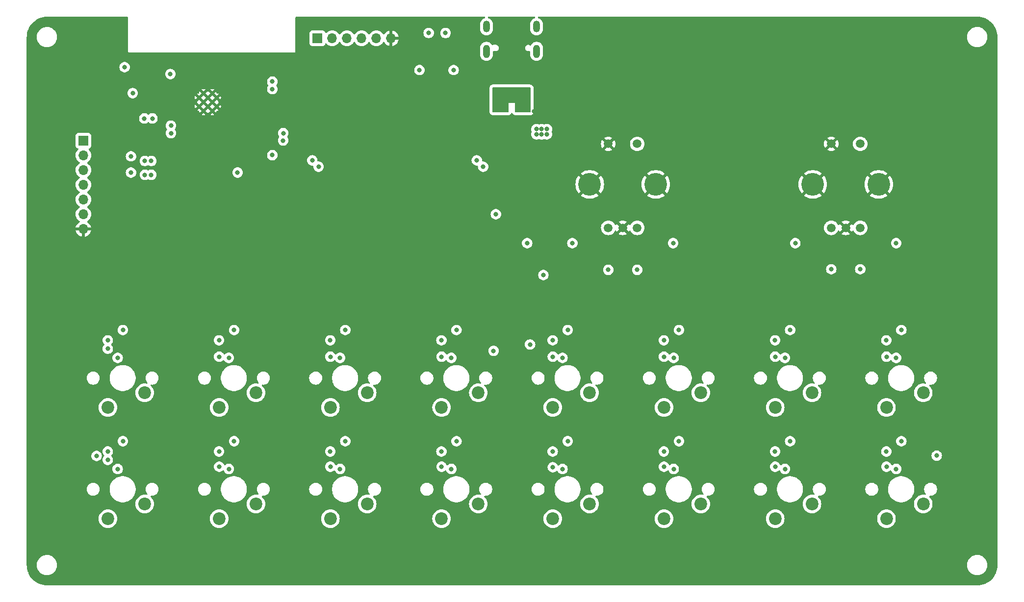
<source format=gbr>
%TF.GenerationSoftware,KiCad,Pcbnew,8.0.1-8.0.1-1~ubuntu22.04.1*%
%TF.CreationDate,2024-04-27T07:34:54-05:00*%
%TF.ProjectId,Universal Control Box,556e6976-6572-4736-916c-20436f6e7472,rev?*%
%TF.SameCoordinates,Original*%
%TF.FileFunction,Copper,L2,Inr*%
%TF.FilePolarity,Positive*%
%FSLAX46Y46*%
G04 Gerber Fmt 4.6, Leading zero omitted, Abs format (unit mm)*
G04 Created by KiCad (PCBNEW 8.0.1-8.0.1-1~ubuntu22.04.1) date 2024-04-27 07:34:54*
%MOMM*%
%LPD*%
G01*
G04 APERTURE LIST*
%TA.AperFunction,ComponentPad*%
%ADD10C,1.500000*%
%TD*%
%TA.AperFunction,ComponentPad*%
%ADD11C,3.915000*%
%TD*%
%TA.AperFunction,ComponentPad*%
%ADD12C,2.200000*%
%TD*%
%TA.AperFunction,ComponentPad*%
%ADD13C,0.475000*%
%TD*%
%TA.AperFunction,ComponentPad*%
%ADD14R,1.700000X1.700000*%
%TD*%
%TA.AperFunction,ComponentPad*%
%ADD15O,1.700000X1.700000*%
%TD*%
%TA.AperFunction,ComponentPad*%
%ADD16O,1.200000X2.300000*%
%TD*%
%TA.AperFunction,ComponentPad*%
%ADD17O,1.200000X2.000000*%
%TD*%
%TA.AperFunction,ViaPad*%
%ADD18C,0.800000*%
%TD*%
G04 APERTURE END LIST*
D10*
%TO.N,Net-(U202-CHANNEL_1)*%
%TO.C,U202*%
X221900000Y-63650000D03*
%TO.N,Net-(U202-CHANNEL_2)*%
X226900000Y-63650000D03*
%TO.N,GND*%
X224400000Y-63650000D03*
D11*
X218700000Y-56150000D03*
X230100000Y-56150000D03*
D10*
X221900000Y-49150000D03*
%TO.N,/Rotary Encoders/SW_RSW2*%
X226900000Y-49150000D03*
%TD*%
%TO.N,Net-(U201-CHANNEL_1)*%
%TO.C,U201*%
X183400000Y-63650000D03*
%TO.N,Net-(U201-CHANNEL_2)*%
X188400000Y-63650000D03*
%TO.N,GND*%
X185900000Y-63650000D03*
D11*
X180200000Y-56150000D03*
X191600000Y-56150000D03*
D10*
X183400000Y-49150000D03*
%TO.N,/Rotary Encoders/SW_RSW1*%
X188400000Y-49150000D03*
%TD*%
D12*
%TO.N,+3.3V*%
%TO.C,SW306*%
X199375000Y-92140000D03*
%TO.N,/KeyCaps/SW6*%
X193025000Y-94680000D03*
%TD*%
%TO.N,+3.3V*%
%TO.C,SW311*%
X141775000Y-111340000D03*
%TO.N,/KeyCaps/SW11*%
X135425000Y-113880000D03*
%TD*%
D13*
%TO.N,GND*%
%TO.C,U101*%
X112745000Y-41177500D03*
X112745000Y-42702500D03*
X113507500Y-40415000D03*
X113507500Y-41940000D03*
X113507500Y-43465000D03*
X114270000Y-41177500D03*
X114270000Y-42702500D03*
X115032500Y-40415000D03*
X115032500Y-41940000D03*
X115032500Y-43465000D03*
X115795000Y-41177500D03*
X115795000Y-42702500D03*
%TD*%
D12*
%TO.N,+3.3V*%
%TO.C,SW309*%
X103375000Y-111340000D03*
%TO.N,/KeyCaps/SW9*%
X97025000Y-113880000D03*
%TD*%
%TO.N,+3.3V*%
%TO.C,SW305*%
X180175000Y-92140000D03*
%TO.N,/KeyCaps/SW5*%
X173825000Y-94680000D03*
%TD*%
%TO.N,+3.3V*%
%TO.C,SW314*%
X199375000Y-111340000D03*
%TO.N,/KeyCaps/SW14*%
X193025000Y-113880000D03*
%TD*%
%TO.N,+3.3V*%
%TO.C,SW316*%
X237775000Y-111340000D03*
%TO.N,/KeyCaps/SW16*%
X231425000Y-113880000D03*
%TD*%
%TO.N,+3.3V*%
%TO.C,SW301*%
X103375000Y-92140000D03*
%TO.N,/KeyCaps/SW1*%
X97025000Y-94680000D03*
%TD*%
%TO.N,+3.3V*%
%TO.C,SW303*%
X141775000Y-92140000D03*
%TO.N,/KeyCaps/SW3*%
X135425000Y-94680000D03*
%TD*%
D14*
%TO.N,/OLED_CS*%
%TO.C,J102*%
X92800000Y-48600000D03*
D15*
%TO.N,/OLED_DC*%
X92800000Y-51140000D03*
%TO.N,/OLED_RESET*%
X92800000Y-53680000D03*
%TO.N,/OLED_MOSI*%
X92800000Y-56220000D03*
%TO.N,/OLED_SCL*%
X92800000Y-58760000D03*
%TO.N,+5V*%
X92800000Y-61300000D03*
%TO.N,GND*%
X92800000Y-63840000D03*
%TD*%
D12*
%TO.N,+3.3V*%
%TO.C,SW307*%
X218575000Y-92140000D03*
%TO.N,/KeyCaps/SW7*%
X212225000Y-94680000D03*
%TD*%
%TO.N,+3.3V*%
%TO.C,SW302*%
X122575000Y-92140000D03*
%TO.N,/KeyCaps/SW2*%
X116225000Y-94680000D03*
%TD*%
%TO.N,+3.3V*%
%TO.C,SW315*%
X218575000Y-111340000D03*
%TO.N,/KeyCaps/SW15*%
X212225000Y-113880000D03*
%TD*%
D16*
%TO.N,Net-(J103-SHIELD)*%
%TO.C,J103*%
X171025000Y-33175000D03*
D17*
X171025000Y-28900000D03*
D16*
X162375000Y-33175000D03*
D17*
X162375000Y-28900000D03*
%TD*%
D12*
%TO.N,+3.3V*%
%TO.C,SW310*%
X122575000Y-111340000D03*
%TO.N,/KeyCaps/SW10*%
X116225000Y-113880000D03*
%TD*%
D14*
%TO.N,+3.3V*%
%TO.C,J101*%
X133200000Y-30900000D03*
D15*
%TO.N,/EN*%
X135740000Y-30900000D03*
%TO.N,/ESP_TX*%
X138280000Y-30900000D03*
%TO.N,/ESP_RX*%
X140820000Y-30900000D03*
%TO.N,/IO0*%
X143360000Y-30900000D03*
%TO.N,GND*%
X145900000Y-30900000D03*
%TD*%
D12*
%TO.N,+3.3V*%
%TO.C,SW304*%
X160975000Y-92140000D03*
%TO.N,/KeyCaps/SW4*%
X154625000Y-94680000D03*
%TD*%
%TO.N,+3.3V*%
%TO.C,SW312*%
X160975000Y-111340000D03*
%TO.N,/KeyCaps/SW12*%
X154625000Y-113880000D03*
%TD*%
%TO.N,+3.3V*%
%TO.C,SW308*%
X237775000Y-92140000D03*
%TO.N,/KeyCaps/SW8*%
X231425000Y-94680000D03*
%TD*%
%TO.N,+3.3V*%
%TO.C,SW313*%
X180175000Y-111340000D03*
%TO.N,/KeyCaps/SW13*%
X173825000Y-113880000D03*
%TD*%
D18*
%TO.N,/EN*%
X107800000Y-37100000D03*
%TO.N,GND*%
X152800000Y-100500000D03*
X160400000Y-35300000D03*
X102600000Y-83800000D03*
X161300000Y-79000000D03*
X210400000Y-81300000D03*
X217800000Y-103000000D03*
X160200000Y-83800000D03*
X173000000Y-35300000D03*
X172000000Y-81300000D03*
X172200000Y-73800000D03*
X174400000Y-28100000D03*
X181800000Y-70900000D03*
X179400000Y-83800000D03*
X153800000Y-36400000D03*
X162000000Y-36700000D03*
X170100000Y-35400000D03*
X162000000Y-35400000D03*
X141000000Y-103000000D03*
X228500000Y-70800000D03*
X125400000Y-34600000D03*
X133600000Y-100500000D03*
X179400000Y-103000000D03*
X152800000Y-81300000D03*
X114400000Y-81300000D03*
X191200000Y-81300000D03*
X163300000Y-36700000D03*
X171400000Y-36700000D03*
X121800000Y-103000000D03*
X141000000Y-83800000D03*
X149300000Y-30000000D03*
X237000000Y-83800000D03*
X171400000Y-35400000D03*
X237000000Y-103000000D03*
X162400000Y-38900000D03*
X133600000Y-81300000D03*
X102900000Y-40300000D03*
X220300000Y-70800000D03*
X161300000Y-72800000D03*
X210400000Y-100500000D03*
X198600000Y-103000000D03*
X172000000Y-100500000D03*
X198600000Y-83800000D03*
X104400000Y-34500000D03*
X163300000Y-35400000D03*
X95200000Y-81300000D03*
X170600000Y-43500000D03*
X121800000Y-83800000D03*
X190000000Y-70900000D03*
X172200000Y-45200000D03*
X109300000Y-54000000D03*
X229600000Y-100500000D03*
X229600000Y-81300000D03*
X114400000Y-100500000D03*
X160200000Y-103000000D03*
X170100000Y-36700000D03*
X217800000Y-83800000D03*
X191200000Y-100500000D03*
X95200000Y-100500000D03*
X102600000Y-103000000D03*
%TO.N,+3.3V*%
X150800000Y-36400000D03*
X171900000Y-47500000D03*
X171900000Y-46600000D03*
X172800000Y-46600000D03*
X101300000Y-40400000D03*
X156700000Y-36400000D03*
X172200000Y-71800000D03*
X99900000Y-35900000D03*
X172800000Y-47500000D03*
X171000000Y-46600000D03*
X171000000Y-47500000D03*
%TO.N,+5V*%
X194700000Y-105300000D03*
X118800000Y-100500000D03*
X98700000Y-105300000D03*
X164000000Y-61300000D03*
X194700000Y-86100000D03*
X156300000Y-105300000D03*
X156300000Y-86100000D03*
X137100000Y-105300000D03*
X168000000Y-41400000D03*
X234000000Y-81300000D03*
X169300000Y-42900000D03*
X195600000Y-81300000D03*
X117900000Y-105300000D03*
X176400000Y-81300000D03*
X137100000Y-86100000D03*
X166700000Y-41400000D03*
X157200000Y-81300000D03*
X213900000Y-86100000D03*
X164100000Y-42900000D03*
X169400000Y-66300000D03*
X98700000Y-86100000D03*
X176400000Y-100500000D03*
X194600000Y-66300000D03*
X157200000Y-100500000D03*
X233100000Y-105300000D03*
X214800000Y-81300000D03*
X195600000Y-100500000D03*
X213900000Y-105300000D03*
X234000000Y-100500000D03*
X138000000Y-81300000D03*
X214800000Y-100500000D03*
X165400000Y-41400000D03*
X138000000Y-100500000D03*
X99600000Y-81300000D03*
X175500000Y-86100000D03*
X233100000Y-66300000D03*
X164100000Y-40100000D03*
X169300000Y-41400000D03*
X117900000Y-86100000D03*
X99600000Y-100500000D03*
X177200000Y-66300000D03*
X215700000Y-66300000D03*
X169300000Y-40100000D03*
X233100000Y-86100000D03*
X175500000Y-105300000D03*
X118800000Y-81300000D03*
%TO.N,/ESP_TX*%
X155300000Y-30000000D03*
X125400000Y-38400000D03*
%TO.N,/ESP_RX*%
X125400000Y-39700000D03*
%TO.N,/IO0*%
X125400000Y-51100000D03*
%TO.N,/OLED_CS*%
X101000000Y-54100000D03*
X101000000Y-51300000D03*
%TO.N,/OLED_DC*%
X103300000Y-44760000D03*
X104700000Y-44760000D03*
%TO.N,/Rotary Encoders/A_RSW1*%
X127270000Y-48570000D03*
X183400000Y-70900000D03*
%TO.N,/Rotary Encoders/B_RSW1*%
X107900000Y-46000000D03*
X188400000Y-70900000D03*
%TO.N,/Rotary Encoders/A_RSW2*%
X221900000Y-70800000D03*
X127300000Y-47300000D03*
%TO.N,/Rotary Encoders/B_RSW2*%
X226900000Y-70800000D03*
X107900000Y-47300000D03*
%TO.N,/KeyCaps/SW1*%
X97000000Y-83075000D03*
X97000000Y-84525000D03*
%TO.N,/KeyCaps/SW2*%
X116200000Y-83075000D03*
X116225000Y-85900000D03*
%TO.N,/KeyCaps/SW3*%
X135425000Y-85900000D03*
X135400000Y-83075000D03*
%TO.N,/KeyCaps/SW4*%
X154600000Y-83075000D03*
X154625000Y-85900000D03*
%TO.N,/KeyCaps/SW5*%
X173825000Y-85900000D03*
X173800000Y-83075000D03*
%TO.N,/KeyCaps/SW6*%
X193000000Y-83075000D03*
X193025000Y-85900000D03*
%TO.N,/KeyCaps/SW7*%
X212200000Y-83075000D03*
X212225000Y-85900000D03*
%TO.N,/KeyCaps/SW8*%
X231425000Y-85900000D03*
X231400000Y-83075000D03*
%TO.N,/KeyCaps/SW9*%
X97000000Y-103725000D03*
X97000000Y-102275000D03*
%TO.N,/KeyCaps/SW10*%
X116200000Y-102275000D03*
X116225000Y-104900000D03*
%TO.N,/KeyCaps/SW11*%
X135425000Y-104900000D03*
X135400000Y-102275000D03*
%TO.N,/KeyCaps/SW12*%
X154625000Y-104900000D03*
X154600000Y-102275000D03*
%TO.N,/KeyCaps/SW13*%
X173825000Y-105000000D03*
X173800000Y-102275000D03*
%TO.N,/KeyCaps/SW14*%
X193000000Y-102275000D03*
X193025000Y-104900000D03*
%TO.N,/KeyCaps/SW15*%
X212200000Y-102275000D03*
X212225000Y-104900000D03*
%TO.N,/KeyCaps/SW16*%
X231400000Y-102275000D03*
X231425000Y-104900000D03*
%TO.N,/LED_DATA*%
X103400000Y-54500000D03*
X103400000Y-52100000D03*
%TO.N,Net-(SW304-DOUT)*%
X169900000Y-83800000D03*
X163600000Y-84900000D03*
%TO.N,Net-(SW308-DOUT)*%
X95062431Y-103045396D03*
X240100000Y-103000000D03*
%TO.N,/HA_STATUS*%
X152400000Y-30000000D03*
X119400000Y-54100000D03*
%TO.N,/Rotary Encoders/SW_RSW2*%
X133400000Y-53100000D03*
X104500000Y-52100000D03*
X104500000Y-54500000D03*
X161800000Y-53100000D03*
%TO.N,/Rotary Encoders/SW_RSW1*%
X160700000Y-52000000D03*
X132300000Y-52000000D03*
%TD*%
%TA.AperFunction,Conductor*%
%TO.N,+5V*%
G36*
X169943039Y-39419685D02*
G01*
X169988794Y-39472489D01*
X170000000Y-39524000D01*
X170000000Y-43448714D01*
X169998939Y-43464899D01*
X169994318Y-43499998D01*
X169994318Y-43499999D01*
X169998939Y-43535099D01*
X170000000Y-43551285D01*
X170000000Y-43576000D01*
X169980315Y-43643039D01*
X169927511Y-43688794D01*
X169876000Y-43700000D01*
X167424000Y-43700000D01*
X167356961Y-43680315D01*
X167311206Y-43627511D01*
X167300000Y-43576000D01*
X167300000Y-42100000D01*
X166200000Y-42100000D01*
X166200000Y-43576000D01*
X166180315Y-43643039D01*
X166127511Y-43688794D01*
X166076000Y-43700000D01*
X163524000Y-43700000D01*
X163456961Y-43680315D01*
X163411206Y-43627511D01*
X163400000Y-43576000D01*
X163400000Y-39524000D01*
X163419685Y-39456961D01*
X163472489Y-39411206D01*
X163524000Y-39400000D01*
X169876000Y-39400000D01*
X169943039Y-39419685D01*
G37*
%TD.AperFunction*%
%TD*%
%TA.AperFunction,Conductor*%
%TO.N,GND*%
G36*
X100442539Y-27220185D02*
G01*
X100488294Y-27272989D01*
X100499500Y-27324500D01*
X100499500Y-33139562D01*
X100502431Y-33150499D01*
X100519979Y-33215990D01*
X100519982Y-33215995D01*
X100559535Y-33284504D01*
X100559539Y-33284509D01*
X100559540Y-33284511D01*
X100615489Y-33340460D01*
X100615491Y-33340461D01*
X100615495Y-33340464D01*
X100684004Y-33380017D01*
X100684011Y-33380021D01*
X100760438Y-33400500D01*
X100760440Y-33400500D01*
X129139560Y-33400500D01*
X129139562Y-33400500D01*
X129215989Y-33380021D01*
X129284511Y-33340460D01*
X129340460Y-33284511D01*
X129380021Y-33215989D01*
X129400500Y-33139562D01*
X129400500Y-31797870D01*
X131849500Y-31797870D01*
X131849501Y-31797876D01*
X131855908Y-31857483D01*
X131906202Y-31992328D01*
X131906206Y-31992335D01*
X131992452Y-32107544D01*
X131992455Y-32107547D01*
X132107664Y-32193793D01*
X132107671Y-32193797D01*
X132242517Y-32244091D01*
X132242516Y-32244091D01*
X132249444Y-32244835D01*
X132302127Y-32250500D01*
X134097872Y-32250499D01*
X134157483Y-32244091D01*
X134292331Y-32193796D01*
X134407546Y-32107546D01*
X134493796Y-31992331D01*
X134542810Y-31860916D01*
X134584681Y-31804984D01*
X134650145Y-31780566D01*
X134718418Y-31795417D01*
X134746673Y-31816569D01*
X134868599Y-31938495D01*
X134965384Y-32006265D01*
X135062165Y-32074032D01*
X135062167Y-32074033D01*
X135062170Y-32074035D01*
X135276337Y-32173903D01*
X135504592Y-32235063D01*
X135681034Y-32250500D01*
X135739999Y-32255659D01*
X135740000Y-32255659D01*
X135740001Y-32255659D01*
X135798966Y-32250500D01*
X135975408Y-32235063D01*
X136203663Y-32173903D01*
X136417830Y-32074035D01*
X136611401Y-31938495D01*
X136778495Y-31771401D01*
X136908425Y-31585842D01*
X136963002Y-31542217D01*
X137032500Y-31535023D01*
X137094855Y-31566546D01*
X137111575Y-31585842D01*
X137241281Y-31771082D01*
X137241505Y-31771401D01*
X137408599Y-31938495D01*
X137505384Y-32006265D01*
X137602165Y-32074032D01*
X137602167Y-32074033D01*
X137602170Y-32074035D01*
X137816337Y-32173903D01*
X138044592Y-32235063D01*
X138221034Y-32250500D01*
X138279999Y-32255659D01*
X138280000Y-32255659D01*
X138280001Y-32255659D01*
X138338966Y-32250500D01*
X138515408Y-32235063D01*
X138743663Y-32173903D01*
X138957830Y-32074035D01*
X139151401Y-31938495D01*
X139318495Y-31771401D01*
X139448425Y-31585842D01*
X139503002Y-31542217D01*
X139572500Y-31535023D01*
X139634855Y-31566546D01*
X139651575Y-31585842D01*
X139781281Y-31771082D01*
X139781505Y-31771401D01*
X139948599Y-31938495D01*
X140045384Y-32006265D01*
X140142165Y-32074032D01*
X140142167Y-32074033D01*
X140142170Y-32074035D01*
X140356337Y-32173903D01*
X140584592Y-32235063D01*
X140761034Y-32250500D01*
X140819999Y-32255659D01*
X140820000Y-32255659D01*
X140820001Y-32255659D01*
X140878966Y-32250500D01*
X141055408Y-32235063D01*
X141283663Y-32173903D01*
X141497830Y-32074035D01*
X141691401Y-31938495D01*
X141858495Y-31771401D01*
X141988425Y-31585842D01*
X142043002Y-31542217D01*
X142112500Y-31535023D01*
X142174855Y-31566546D01*
X142191575Y-31585842D01*
X142321281Y-31771082D01*
X142321505Y-31771401D01*
X142488599Y-31938495D01*
X142585384Y-32006265D01*
X142682165Y-32074032D01*
X142682167Y-32074033D01*
X142682170Y-32074035D01*
X142896337Y-32173903D01*
X143124592Y-32235063D01*
X143301034Y-32250500D01*
X143359999Y-32255659D01*
X143360000Y-32255659D01*
X143360001Y-32255659D01*
X143418966Y-32250500D01*
X143595408Y-32235063D01*
X143823663Y-32173903D01*
X144037830Y-32074035D01*
X144231401Y-31938495D01*
X144398495Y-31771401D01*
X144528730Y-31585405D01*
X144583307Y-31541781D01*
X144652805Y-31534587D01*
X144715160Y-31566110D01*
X144731879Y-31585405D01*
X144861890Y-31771078D01*
X145028917Y-31938105D01*
X145222421Y-32073600D01*
X145436507Y-32173429D01*
X145436516Y-32173433D01*
X145650000Y-32230634D01*
X145650000Y-31333012D01*
X145707007Y-31365925D01*
X145834174Y-31400000D01*
X145965826Y-31400000D01*
X146092993Y-31365925D01*
X146150000Y-31333012D01*
X146150000Y-32230633D01*
X146363483Y-32173433D01*
X146363492Y-32173429D01*
X146577578Y-32073600D01*
X146771082Y-31938105D01*
X146938105Y-31771082D01*
X147073600Y-31577578D01*
X147173429Y-31363492D01*
X147173432Y-31363486D01*
X147230636Y-31150000D01*
X146333012Y-31150000D01*
X146365925Y-31092993D01*
X146400000Y-30965826D01*
X146400000Y-30834174D01*
X146365925Y-30707007D01*
X146333012Y-30650000D01*
X147230636Y-30650000D01*
X147230635Y-30649999D01*
X147173432Y-30436513D01*
X147173429Y-30436507D01*
X147073600Y-30222422D01*
X147073599Y-30222420D01*
X146938113Y-30028926D01*
X146938108Y-30028920D01*
X146909188Y-30000000D01*
X151494540Y-30000000D01*
X151514326Y-30188256D01*
X151514327Y-30188259D01*
X151572818Y-30368277D01*
X151572821Y-30368284D01*
X151667467Y-30532216D01*
X151782919Y-30660438D01*
X151794129Y-30672888D01*
X151947265Y-30784148D01*
X151947270Y-30784151D01*
X152120192Y-30861142D01*
X152120197Y-30861144D01*
X152305354Y-30900500D01*
X152305355Y-30900500D01*
X152494644Y-30900500D01*
X152494646Y-30900500D01*
X152679803Y-30861144D01*
X152852730Y-30784151D01*
X153005871Y-30672888D01*
X153132533Y-30532216D01*
X153227179Y-30368284D01*
X153285674Y-30188256D01*
X153305460Y-30000000D01*
X154394540Y-30000000D01*
X154414326Y-30188256D01*
X154414327Y-30188259D01*
X154472818Y-30368277D01*
X154472821Y-30368284D01*
X154567467Y-30532216D01*
X154682919Y-30660438D01*
X154694129Y-30672888D01*
X154847265Y-30784148D01*
X154847270Y-30784151D01*
X155020192Y-30861142D01*
X155020197Y-30861144D01*
X155205354Y-30900500D01*
X155205355Y-30900500D01*
X155394644Y-30900500D01*
X155394646Y-30900500D01*
X155579803Y-30861144D01*
X155684025Y-30814741D01*
X245349500Y-30814741D01*
X245369392Y-30965826D01*
X245379452Y-31042238D01*
X245423601Y-31207007D01*
X245438842Y-31263887D01*
X245526650Y-31475876D01*
X245526657Y-31475890D01*
X245641392Y-31674617D01*
X245781081Y-31856661D01*
X245781089Y-31856670D01*
X245943330Y-32018911D01*
X245943338Y-32018918D01*
X246125382Y-32158607D01*
X246125385Y-32158608D01*
X246125388Y-32158611D01*
X246324112Y-32273344D01*
X246324117Y-32273346D01*
X246324123Y-32273349D01*
X246415480Y-32311190D01*
X246536113Y-32361158D01*
X246757762Y-32420548D01*
X246985266Y-32450500D01*
X246985273Y-32450500D01*
X247214727Y-32450500D01*
X247214734Y-32450500D01*
X247442238Y-32420548D01*
X247663887Y-32361158D01*
X247875888Y-32273344D01*
X248074612Y-32158611D01*
X248256661Y-32018919D01*
X248256665Y-32018914D01*
X248256670Y-32018911D01*
X248418911Y-31856670D01*
X248418914Y-31856665D01*
X248418919Y-31856661D01*
X248558611Y-31674612D01*
X248673344Y-31475888D01*
X248761158Y-31263887D01*
X248820548Y-31042238D01*
X248850500Y-30814734D01*
X248850500Y-30585266D01*
X248820548Y-30357762D01*
X248761158Y-30136113D01*
X248704778Y-30000000D01*
X248673349Y-29924123D01*
X248673346Y-29924117D01*
X248673344Y-29924112D01*
X248558611Y-29725388D01*
X248558608Y-29725385D01*
X248558607Y-29725382D01*
X248438889Y-29569364D01*
X248418919Y-29543339D01*
X248418918Y-29543338D01*
X248418911Y-29543330D01*
X248256670Y-29381089D01*
X248256661Y-29381081D01*
X248074617Y-29241392D01*
X248030373Y-29215848D01*
X247897019Y-29138856D01*
X247875890Y-29126657D01*
X247875876Y-29126650D01*
X247663887Y-29038842D01*
X247442238Y-28979452D01*
X247404215Y-28974446D01*
X247214741Y-28949500D01*
X247214734Y-28949500D01*
X246985266Y-28949500D01*
X246985258Y-28949500D01*
X246768715Y-28978009D01*
X246757762Y-28979452D01*
X246664076Y-29004554D01*
X246536112Y-29038842D01*
X246324123Y-29126650D01*
X246324109Y-29126657D01*
X246125382Y-29241392D01*
X245943338Y-29381081D01*
X245781081Y-29543338D01*
X245641392Y-29725382D01*
X245526657Y-29924109D01*
X245526650Y-29924123D01*
X245438842Y-30136112D01*
X245379453Y-30357759D01*
X245379451Y-30357770D01*
X245349500Y-30585258D01*
X245349500Y-30814741D01*
X155684025Y-30814741D01*
X155752730Y-30784151D01*
X155905871Y-30672888D01*
X156032533Y-30532216D01*
X156127179Y-30368284D01*
X156185674Y-30188256D01*
X156205460Y-30000000D01*
X156185674Y-29811744D01*
X156127179Y-29631716D01*
X156032533Y-29467784D01*
X155905871Y-29327112D01*
X155905870Y-29327111D01*
X155752734Y-29215851D01*
X155752729Y-29215848D01*
X155579807Y-29138857D01*
X155579802Y-29138855D01*
X155434001Y-29107865D01*
X155394646Y-29099500D01*
X155205354Y-29099500D01*
X155172897Y-29106398D01*
X155020197Y-29138855D01*
X155020192Y-29138857D01*
X154847270Y-29215848D01*
X154847265Y-29215851D01*
X154694129Y-29327111D01*
X154567466Y-29467785D01*
X154472821Y-29631715D01*
X154472818Y-29631722D01*
X154415650Y-29807669D01*
X154414326Y-29811744D01*
X154394540Y-30000000D01*
X153305460Y-30000000D01*
X153285674Y-29811744D01*
X153227179Y-29631716D01*
X153132533Y-29467784D01*
X153005871Y-29327112D01*
X153005870Y-29327111D01*
X152852734Y-29215851D01*
X152852729Y-29215848D01*
X152679807Y-29138857D01*
X152679802Y-29138855D01*
X152534001Y-29107865D01*
X152494646Y-29099500D01*
X152305354Y-29099500D01*
X152272897Y-29106398D01*
X152120197Y-29138855D01*
X152120192Y-29138857D01*
X151947270Y-29215848D01*
X151947265Y-29215851D01*
X151794129Y-29327111D01*
X151667466Y-29467785D01*
X151572821Y-29631715D01*
X151572818Y-29631722D01*
X151515650Y-29807669D01*
X151514326Y-29811744D01*
X151494540Y-30000000D01*
X146909188Y-30000000D01*
X146771082Y-29861894D01*
X146577578Y-29726399D01*
X146363492Y-29626570D01*
X146363486Y-29626567D01*
X146150000Y-29569364D01*
X146150000Y-30466988D01*
X146092993Y-30434075D01*
X145965826Y-30400000D01*
X145834174Y-30400000D01*
X145707007Y-30434075D01*
X145650000Y-30466988D01*
X145650000Y-29569364D01*
X145649999Y-29569364D01*
X145436513Y-29626567D01*
X145436507Y-29626570D01*
X145222422Y-29726399D01*
X145222420Y-29726400D01*
X145028926Y-29861886D01*
X145028920Y-29861891D01*
X144861891Y-30028920D01*
X144861890Y-30028922D01*
X144731880Y-30214595D01*
X144677303Y-30258219D01*
X144607804Y-30265412D01*
X144545450Y-30233890D01*
X144528730Y-30214594D01*
X144398494Y-30028597D01*
X144231402Y-29861506D01*
X144231395Y-29861501D01*
X144037834Y-29725967D01*
X144037830Y-29725965D01*
X144030281Y-29722445D01*
X143823663Y-29626097D01*
X143823659Y-29626096D01*
X143823655Y-29626094D01*
X143595413Y-29564938D01*
X143595403Y-29564936D01*
X143360001Y-29544341D01*
X143359999Y-29544341D01*
X143124596Y-29564936D01*
X143124586Y-29564938D01*
X142896344Y-29626094D01*
X142896335Y-29626098D01*
X142682171Y-29725964D01*
X142682169Y-29725965D01*
X142488597Y-29861505D01*
X142321505Y-30028597D01*
X142191575Y-30214158D01*
X142136998Y-30257783D01*
X142067500Y-30264977D01*
X142005145Y-30233454D01*
X141988425Y-30214158D01*
X141858494Y-30028597D01*
X141691402Y-29861506D01*
X141691395Y-29861501D01*
X141497834Y-29725967D01*
X141497830Y-29725965D01*
X141490281Y-29722445D01*
X141283663Y-29626097D01*
X141283659Y-29626096D01*
X141283655Y-29626094D01*
X141055413Y-29564938D01*
X141055403Y-29564936D01*
X140820001Y-29544341D01*
X140819999Y-29544341D01*
X140584596Y-29564936D01*
X140584586Y-29564938D01*
X140356344Y-29626094D01*
X140356335Y-29626098D01*
X140142171Y-29725964D01*
X140142169Y-29725965D01*
X139948597Y-29861505D01*
X139781505Y-30028597D01*
X139651575Y-30214158D01*
X139596998Y-30257783D01*
X139527500Y-30264977D01*
X139465145Y-30233454D01*
X139448425Y-30214158D01*
X139318494Y-30028597D01*
X139151402Y-29861506D01*
X139151395Y-29861501D01*
X138957834Y-29725967D01*
X138957830Y-29725965D01*
X138950281Y-29722445D01*
X138743663Y-29626097D01*
X138743659Y-29626096D01*
X138743655Y-29626094D01*
X138515413Y-29564938D01*
X138515403Y-29564936D01*
X138280001Y-29544341D01*
X138279999Y-29544341D01*
X138044596Y-29564936D01*
X138044586Y-29564938D01*
X137816344Y-29626094D01*
X137816335Y-29626098D01*
X137602171Y-29725964D01*
X137602169Y-29725965D01*
X137408597Y-29861505D01*
X137241505Y-30028597D01*
X137111575Y-30214158D01*
X137056998Y-30257783D01*
X136987500Y-30264977D01*
X136925145Y-30233454D01*
X136908425Y-30214158D01*
X136778494Y-30028597D01*
X136611402Y-29861506D01*
X136611395Y-29861501D01*
X136417834Y-29725967D01*
X136417830Y-29725965D01*
X136410281Y-29722445D01*
X136203663Y-29626097D01*
X136203659Y-29626096D01*
X136203655Y-29626094D01*
X135975413Y-29564938D01*
X135975403Y-29564936D01*
X135740001Y-29544341D01*
X135739999Y-29544341D01*
X135504596Y-29564936D01*
X135504586Y-29564938D01*
X135276344Y-29626094D01*
X135276335Y-29626098D01*
X135062171Y-29725964D01*
X135062169Y-29725965D01*
X134868600Y-29861503D01*
X134746673Y-29983430D01*
X134685350Y-30016914D01*
X134615658Y-30011930D01*
X134559725Y-29970058D01*
X134542810Y-29939081D01*
X134493797Y-29807671D01*
X134493793Y-29807664D01*
X134407547Y-29692455D01*
X134407544Y-29692452D01*
X134292335Y-29606206D01*
X134292328Y-29606202D01*
X134157482Y-29555908D01*
X134157483Y-29555908D01*
X134097883Y-29549501D01*
X134097881Y-29549500D01*
X134097873Y-29549500D01*
X134097864Y-29549500D01*
X132302129Y-29549500D01*
X132302123Y-29549501D01*
X132242516Y-29555908D01*
X132107671Y-29606202D01*
X132107664Y-29606206D01*
X131992455Y-29692452D01*
X131992452Y-29692455D01*
X131906206Y-29807664D01*
X131906202Y-29807671D01*
X131855908Y-29942517D01*
X131849501Y-30002116D01*
X131849500Y-30002135D01*
X131849500Y-31797870D01*
X129400500Y-31797870D01*
X129400500Y-27324500D01*
X129420185Y-27257461D01*
X129472989Y-27211706D01*
X129524500Y-27200500D01*
X162030253Y-27200500D01*
X162097292Y-27220185D01*
X162143047Y-27272989D01*
X162152991Y-27342147D01*
X162123966Y-27405703D01*
X162068571Y-27442430D01*
X161952555Y-27480127D01*
X161952552Y-27480128D01*
X161798211Y-27558768D01*
X161726164Y-27611114D01*
X161658072Y-27660586D01*
X161658070Y-27660588D01*
X161658069Y-27660588D01*
X161535588Y-27783069D01*
X161535588Y-27783070D01*
X161535586Y-27783072D01*
X161491859Y-27843256D01*
X161433768Y-27923211D01*
X161355128Y-28077552D01*
X161301597Y-28242302D01*
X161274500Y-28413389D01*
X161274500Y-29386610D01*
X161287356Y-29467784D01*
X161301598Y-29557701D01*
X161345382Y-29692454D01*
X161355128Y-29722447D01*
X161426175Y-29861886D01*
X161433768Y-29876788D01*
X161535586Y-30016928D01*
X161658072Y-30139414D01*
X161798212Y-30241232D01*
X161952555Y-30319873D01*
X162117299Y-30373402D01*
X162288389Y-30400500D01*
X162288390Y-30400500D01*
X162461610Y-30400500D01*
X162461611Y-30400500D01*
X162632701Y-30373402D01*
X162797445Y-30319873D01*
X162951788Y-30241232D01*
X163091928Y-30139414D01*
X163214414Y-30016928D01*
X163316232Y-29876788D01*
X163394873Y-29722445D01*
X163448402Y-29557701D01*
X163475500Y-29386611D01*
X163475500Y-28413389D01*
X163448402Y-28242299D01*
X163394873Y-28077555D01*
X163316232Y-27923212D01*
X163214414Y-27783072D01*
X163091928Y-27660586D01*
X162951788Y-27558768D01*
X162797445Y-27480127D01*
X162681428Y-27442430D01*
X162623753Y-27402993D01*
X162596555Y-27338635D01*
X162608470Y-27269788D01*
X162655714Y-27218313D01*
X162719747Y-27200500D01*
X170680253Y-27200500D01*
X170747292Y-27220185D01*
X170793047Y-27272989D01*
X170802991Y-27342147D01*
X170773966Y-27405703D01*
X170718571Y-27442430D01*
X170602555Y-27480127D01*
X170602552Y-27480128D01*
X170448211Y-27558768D01*
X170376164Y-27611114D01*
X170308072Y-27660586D01*
X170308070Y-27660588D01*
X170308069Y-27660588D01*
X170185588Y-27783069D01*
X170185588Y-27783070D01*
X170185586Y-27783072D01*
X170141859Y-27843256D01*
X170083768Y-27923211D01*
X170005128Y-28077552D01*
X169951597Y-28242302D01*
X169924500Y-28413389D01*
X169924500Y-29386610D01*
X169937356Y-29467784D01*
X169951598Y-29557701D01*
X169995382Y-29692454D01*
X170005128Y-29722447D01*
X170076175Y-29861886D01*
X170083768Y-29876788D01*
X170185586Y-30016928D01*
X170308072Y-30139414D01*
X170448212Y-30241232D01*
X170602555Y-30319873D01*
X170767299Y-30373402D01*
X170938389Y-30400500D01*
X170938390Y-30400500D01*
X171111610Y-30400500D01*
X171111611Y-30400500D01*
X171282701Y-30373402D01*
X171447445Y-30319873D01*
X171601788Y-30241232D01*
X171741928Y-30139414D01*
X171864414Y-30016928D01*
X171966232Y-29876788D01*
X172044873Y-29722445D01*
X172098402Y-29557701D01*
X172125500Y-29386611D01*
X172125500Y-28413389D01*
X172098402Y-28242299D01*
X172044873Y-28077555D01*
X171966232Y-27923212D01*
X171864414Y-27783072D01*
X171741928Y-27660586D01*
X171601788Y-27558768D01*
X171447445Y-27480127D01*
X171331428Y-27442430D01*
X171273753Y-27402993D01*
X171246555Y-27338635D01*
X171258470Y-27269788D01*
X171305714Y-27218313D01*
X171369747Y-27200500D01*
X247052405Y-27200500D01*
X247096949Y-27200500D01*
X247103032Y-27200648D01*
X247436929Y-27217052D01*
X247449037Y-27218245D01*
X247462116Y-27220185D01*
X247776699Y-27266849D01*
X247788617Y-27269219D01*
X248109951Y-27349709D01*
X248121588Y-27353240D01*
X248232438Y-27392902D01*
X248433467Y-27464832D01*
X248444688Y-27469479D01*
X248744163Y-27611120D01*
X248754871Y-27616844D01*
X249038988Y-27787137D01*
X249049106Y-27793897D01*
X249315170Y-27991224D01*
X249324576Y-27998944D01*
X249570013Y-28221395D01*
X249578604Y-28229986D01*
X249589764Y-28242299D01*
X249801055Y-28475423D01*
X249808775Y-28484829D01*
X250006102Y-28750893D01*
X250012862Y-28761011D01*
X250179387Y-29038842D01*
X250183148Y-29045116D01*
X250188885Y-29055848D01*
X250330514Y-29355297D01*
X250335170Y-29366540D01*
X250446759Y-29678411D01*
X250450292Y-29690055D01*
X250530777Y-30011369D01*
X250533151Y-30023305D01*
X250581754Y-30350962D01*
X250582947Y-30363071D01*
X250599351Y-30696966D01*
X250599500Y-30703051D01*
X250599500Y-121896948D01*
X250599351Y-121903033D01*
X250582947Y-122236928D01*
X250581754Y-122249037D01*
X250533151Y-122576694D01*
X250530777Y-122588630D01*
X250450292Y-122909944D01*
X250446759Y-122921588D01*
X250335170Y-123233459D01*
X250330514Y-123244702D01*
X250188885Y-123544151D01*
X250183148Y-123554883D01*
X250012862Y-123838988D01*
X250006102Y-123849106D01*
X249808775Y-124115170D01*
X249801055Y-124124576D01*
X249578611Y-124370006D01*
X249570006Y-124378611D01*
X249324576Y-124601055D01*
X249315170Y-124608775D01*
X249049106Y-124806102D01*
X249038988Y-124812862D01*
X248754883Y-124983148D01*
X248744151Y-124988885D01*
X248444702Y-125130514D01*
X248433459Y-125135170D01*
X248121588Y-125246759D01*
X248109944Y-125250292D01*
X247788630Y-125330777D01*
X247776694Y-125333151D01*
X247449037Y-125381754D01*
X247436928Y-125382947D01*
X247121989Y-125398419D01*
X247103031Y-125399351D01*
X247096949Y-125399500D01*
X86503051Y-125399500D01*
X86496968Y-125399351D01*
X86476900Y-125398365D01*
X86163071Y-125382947D01*
X86150962Y-125381754D01*
X85823305Y-125333151D01*
X85811369Y-125330777D01*
X85490055Y-125250292D01*
X85478411Y-125246759D01*
X85166540Y-125135170D01*
X85155301Y-125130515D01*
X84855844Y-124988883D01*
X84845121Y-124983150D01*
X84561011Y-124812862D01*
X84550893Y-124806102D01*
X84284829Y-124608775D01*
X84275423Y-124601055D01*
X84188628Y-124522389D01*
X84029986Y-124378604D01*
X84021395Y-124370013D01*
X83798944Y-124124576D01*
X83791224Y-124115170D01*
X83593897Y-123849106D01*
X83587137Y-123838988D01*
X83474162Y-123650500D01*
X83416844Y-123554871D01*
X83411120Y-123544163D01*
X83269479Y-123244688D01*
X83264829Y-123233459D01*
X83259626Y-123218918D01*
X83153240Y-122921588D01*
X83149707Y-122909944D01*
X83091080Y-122675890D01*
X83069219Y-122588617D01*
X83066848Y-122576694D01*
X83018245Y-122249037D01*
X83017052Y-122236927D01*
X83006136Y-122014741D01*
X84749500Y-122014741D01*
X84774446Y-122204215D01*
X84779452Y-122242238D01*
X84781274Y-122249037D01*
X84838842Y-122463887D01*
X84926650Y-122675876D01*
X84926657Y-122675890D01*
X85041392Y-122874617D01*
X85181081Y-123056661D01*
X85181089Y-123056670D01*
X85343330Y-123218911D01*
X85343338Y-123218918D01*
X85525382Y-123358607D01*
X85525385Y-123358608D01*
X85525388Y-123358611D01*
X85724112Y-123473344D01*
X85724117Y-123473346D01*
X85724123Y-123473349D01*
X85815480Y-123511190D01*
X85936113Y-123561158D01*
X86157762Y-123620548D01*
X86385266Y-123650500D01*
X86385273Y-123650500D01*
X86614727Y-123650500D01*
X86614734Y-123650500D01*
X86842238Y-123620548D01*
X87063887Y-123561158D01*
X87275888Y-123473344D01*
X87474612Y-123358611D01*
X87656661Y-123218919D01*
X87656665Y-123218914D01*
X87656670Y-123218911D01*
X87818911Y-123056670D01*
X87818914Y-123056665D01*
X87818919Y-123056661D01*
X87958611Y-122874612D01*
X88073344Y-122675888D01*
X88161158Y-122463887D01*
X88220548Y-122242238D01*
X88250499Y-122014741D01*
X245349500Y-122014741D01*
X245374446Y-122204215D01*
X245379452Y-122242238D01*
X245381274Y-122249037D01*
X245438842Y-122463887D01*
X245526650Y-122675876D01*
X245526657Y-122675890D01*
X245641392Y-122874617D01*
X245781081Y-123056661D01*
X245781089Y-123056670D01*
X245943330Y-123218911D01*
X245943338Y-123218918D01*
X246125382Y-123358607D01*
X246125385Y-123358608D01*
X246125388Y-123358611D01*
X246324112Y-123473344D01*
X246324117Y-123473346D01*
X246324123Y-123473349D01*
X246415480Y-123511190D01*
X246536113Y-123561158D01*
X246757762Y-123620548D01*
X246985266Y-123650500D01*
X246985273Y-123650500D01*
X247214727Y-123650500D01*
X247214734Y-123650500D01*
X247442238Y-123620548D01*
X247663887Y-123561158D01*
X247875888Y-123473344D01*
X248074612Y-123358611D01*
X248256661Y-123218919D01*
X248256665Y-123218914D01*
X248256670Y-123218911D01*
X248418911Y-123056670D01*
X248418914Y-123056665D01*
X248418919Y-123056661D01*
X248558611Y-122874612D01*
X248673344Y-122675888D01*
X248761158Y-122463887D01*
X248820548Y-122242238D01*
X248850500Y-122014734D01*
X248850500Y-121785266D01*
X248820548Y-121557762D01*
X248761158Y-121336113D01*
X248673344Y-121124112D01*
X248558611Y-120925388D01*
X248558608Y-120925385D01*
X248558607Y-120925382D01*
X248418918Y-120743338D01*
X248418911Y-120743330D01*
X248256670Y-120581089D01*
X248256661Y-120581081D01*
X248074617Y-120441392D01*
X247875890Y-120326657D01*
X247875876Y-120326650D01*
X247663887Y-120238842D01*
X247442238Y-120179452D01*
X247404215Y-120174446D01*
X247214741Y-120149500D01*
X247214734Y-120149500D01*
X246985266Y-120149500D01*
X246985258Y-120149500D01*
X246768715Y-120178009D01*
X246757762Y-120179452D01*
X246664076Y-120204554D01*
X246536112Y-120238842D01*
X246324123Y-120326650D01*
X246324109Y-120326657D01*
X246125382Y-120441392D01*
X245943338Y-120581081D01*
X245781081Y-120743338D01*
X245641392Y-120925382D01*
X245526657Y-121124109D01*
X245526650Y-121124123D01*
X245438842Y-121336112D01*
X245379453Y-121557759D01*
X245379451Y-121557770D01*
X245349500Y-121785258D01*
X245349500Y-122014741D01*
X88250499Y-122014741D01*
X88250500Y-122014734D01*
X88250500Y-121785266D01*
X88220548Y-121557762D01*
X88161158Y-121336113D01*
X88073344Y-121124112D01*
X87958611Y-120925388D01*
X87958608Y-120925385D01*
X87958607Y-120925382D01*
X87818918Y-120743338D01*
X87818911Y-120743330D01*
X87656670Y-120581089D01*
X87656661Y-120581081D01*
X87474617Y-120441392D01*
X87275890Y-120326657D01*
X87275876Y-120326650D01*
X87063887Y-120238842D01*
X86842238Y-120179452D01*
X86804215Y-120174446D01*
X86614741Y-120149500D01*
X86614734Y-120149500D01*
X86385266Y-120149500D01*
X86385258Y-120149500D01*
X86168715Y-120178009D01*
X86157762Y-120179452D01*
X86064076Y-120204554D01*
X85936112Y-120238842D01*
X85724123Y-120326650D01*
X85724109Y-120326657D01*
X85525382Y-120441392D01*
X85343338Y-120581081D01*
X85181081Y-120743338D01*
X85041392Y-120925382D01*
X84926657Y-121124109D01*
X84926650Y-121124123D01*
X84838842Y-121336112D01*
X84779453Y-121557759D01*
X84779451Y-121557770D01*
X84749500Y-121785258D01*
X84749500Y-122014741D01*
X83006136Y-122014741D01*
X83006136Y-122014734D01*
X83000649Y-121903032D01*
X83000500Y-121896948D01*
X83000500Y-113880000D01*
X95419551Y-113880000D01*
X95439317Y-114131151D01*
X95498126Y-114376110D01*
X95594533Y-114608859D01*
X95726160Y-114823653D01*
X95726161Y-114823656D01*
X95726164Y-114823659D01*
X95889776Y-115015224D01*
X96038066Y-115141875D01*
X96081343Y-115178838D01*
X96081346Y-115178839D01*
X96296140Y-115310466D01*
X96528889Y-115406873D01*
X96773852Y-115465683D01*
X97025000Y-115485449D01*
X97276148Y-115465683D01*
X97521111Y-115406873D01*
X97753859Y-115310466D01*
X97968659Y-115178836D01*
X98160224Y-115015224D01*
X98323836Y-114823659D01*
X98455466Y-114608859D01*
X98551873Y-114376111D01*
X98610683Y-114131148D01*
X98630449Y-113880000D01*
X114619551Y-113880000D01*
X114639317Y-114131151D01*
X114698126Y-114376110D01*
X114794533Y-114608859D01*
X114926160Y-114823653D01*
X114926161Y-114823656D01*
X114926164Y-114823659D01*
X115089776Y-115015224D01*
X115238066Y-115141875D01*
X115281343Y-115178838D01*
X115281346Y-115178839D01*
X115496140Y-115310466D01*
X115728889Y-115406873D01*
X115973852Y-115465683D01*
X116225000Y-115485449D01*
X116476148Y-115465683D01*
X116721111Y-115406873D01*
X116953859Y-115310466D01*
X117168659Y-115178836D01*
X117360224Y-115015224D01*
X117523836Y-114823659D01*
X117655466Y-114608859D01*
X117751873Y-114376111D01*
X117810683Y-114131148D01*
X117830449Y-113880000D01*
X133819551Y-113880000D01*
X133839317Y-114131151D01*
X133898126Y-114376110D01*
X133994533Y-114608859D01*
X134126160Y-114823653D01*
X134126161Y-114823656D01*
X134126164Y-114823659D01*
X134289776Y-115015224D01*
X134438066Y-115141875D01*
X134481343Y-115178838D01*
X134481346Y-115178839D01*
X134696140Y-115310466D01*
X134928889Y-115406873D01*
X135173852Y-115465683D01*
X135425000Y-115485449D01*
X135676148Y-115465683D01*
X135921111Y-115406873D01*
X136153859Y-115310466D01*
X136368659Y-115178836D01*
X136560224Y-115015224D01*
X136723836Y-114823659D01*
X136855466Y-114608859D01*
X136951873Y-114376111D01*
X137010683Y-114131148D01*
X137030449Y-113880000D01*
X153019551Y-113880000D01*
X153039317Y-114131151D01*
X153098126Y-114376110D01*
X153194533Y-114608859D01*
X153326160Y-114823653D01*
X153326161Y-114823656D01*
X153326164Y-114823659D01*
X153489776Y-115015224D01*
X153638066Y-115141875D01*
X153681343Y-115178838D01*
X153681346Y-115178839D01*
X153896140Y-115310466D01*
X154128889Y-115406873D01*
X154373852Y-115465683D01*
X154625000Y-115485449D01*
X154876148Y-115465683D01*
X155121111Y-115406873D01*
X155353859Y-115310466D01*
X155568659Y-115178836D01*
X155760224Y-115015224D01*
X155923836Y-114823659D01*
X156055466Y-114608859D01*
X156151873Y-114376111D01*
X156210683Y-114131148D01*
X156230449Y-113880000D01*
X172219551Y-113880000D01*
X172239317Y-114131151D01*
X172298126Y-114376110D01*
X172394533Y-114608859D01*
X172526160Y-114823653D01*
X172526161Y-114823656D01*
X172526164Y-114823659D01*
X172689776Y-115015224D01*
X172838066Y-115141875D01*
X172881343Y-115178838D01*
X172881346Y-115178839D01*
X173096140Y-115310466D01*
X173328889Y-115406873D01*
X173573852Y-115465683D01*
X173825000Y-115485449D01*
X174076148Y-115465683D01*
X174321111Y-115406873D01*
X174553859Y-115310466D01*
X174768659Y-115178836D01*
X174960224Y-115015224D01*
X175123836Y-114823659D01*
X175255466Y-114608859D01*
X175351873Y-114376111D01*
X175410683Y-114131148D01*
X175430449Y-113880000D01*
X191419551Y-113880000D01*
X191439317Y-114131151D01*
X191498126Y-114376110D01*
X191594533Y-114608859D01*
X191726160Y-114823653D01*
X191726161Y-114823656D01*
X191726164Y-114823659D01*
X191889776Y-115015224D01*
X192038066Y-115141875D01*
X192081343Y-115178838D01*
X192081346Y-115178839D01*
X192296140Y-115310466D01*
X192528889Y-115406873D01*
X192773852Y-115465683D01*
X193025000Y-115485449D01*
X193276148Y-115465683D01*
X193521111Y-115406873D01*
X193753859Y-115310466D01*
X193968659Y-115178836D01*
X194160224Y-115015224D01*
X194323836Y-114823659D01*
X194455466Y-114608859D01*
X194551873Y-114376111D01*
X194610683Y-114131148D01*
X194630449Y-113880000D01*
X210619551Y-113880000D01*
X210639317Y-114131151D01*
X210698126Y-114376110D01*
X210794533Y-114608859D01*
X210926160Y-114823653D01*
X210926161Y-114823656D01*
X210926164Y-114823659D01*
X211089776Y-115015224D01*
X211238066Y-115141875D01*
X211281343Y-115178838D01*
X211281346Y-115178839D01*
X211496140Y-115310466D01*
X211728889Y-115406873D01*
X211973852Y-115465683D01*
X212225000Y-115485449D01*
X212476148Y-115465683D01*
X212721111Y-115406873D01*
X212953859Y-115310466D01*
X213168659Y-115178836D01*
X213360224Y-115015224D01*
X213523836Y-114823659D01*
X213655466Y-114608859D01*
X213751873Y-114376111D01*
X213810683Y-114131148D01*
X213830449Y-113880000D01*
X229819551Y-113880000D01*
X229839317Y-114131151D01*
X229898126Y-114376110D01*
X229994533Y-114608859D01*
X230126160Y-114823653D01*
X230126161Y-114823656D01*
X230126164Y-114823659D01*
X230289776Y-115015224D01*
X230438066Y-115141875D01*
X230481343Y-115178838D01*
X230481346Y-115178839D01*
X230696140Y-115310466D01*
X230928889Y-115406873D01*
X231173852Y-115465683D01*
X231425000Y-115485449D01*
X231676148Y-115465683D01*
X231921111Y-115406873D01*
X232153859Y-115310466D01*
X232368659Y-115178836D01*
X232560224Y-115015224D01*
X232723836Y-114823659D01*
X232855466Y-114608859D01*
X232951873Y-114376111D01*
X233010683Y-114131148D01*
X233030449Y-113880000D01*
X233010683Y-113628852D01*
X232951873Y-113383889D01*
X232855466Y-113151141D01*
X232855466Y-113151140D01*
X232723839Y-112936346D01*
X232723838Y-112936343D01*
X232582165Y-112770466D01*
X232560224Y-112744776D01*
X232433571Y-112636604D01*
X232368656Y-112581161D01*
X232368653Y-112581160D01*
X232153859Y-112449533D01*
X231921110Y-112353126D01*
X231676151Y-112294317D01*
X231425000Y-112274551D01*
X231173848Y-112294317D01*
X230928889Y-112353126D01*
X230696140Y-112449533D01*
X230481346Y-112581160D01*
X230481343Y-112581161D01*
X230289776Y-112744776D01*
X230126161Y-112936343D01*
X230126160Y-112936346D01*
X229994533Y-113151140D01*
X229898126Y-113383889D01*
X229839317Y-113628848D01*
X229819551Y-113880000D01*
X213830449Y-113880000D01*
X213810683Y-113628852D01*
X213751873Y-113383889D01*
X213655466Y-113151141D01*
X213655466Y-113151140D01*
X213523839Y-112936346D01*
X213523838Y-112936343D01*
X213382165Y-112770466D01*
X213360224Y-112744776D01*
X213233571Y-112636604D01*
X213168656Y-112581161D01*
X213168653Y-112581160D01*
X212953859Y-112449533D01*
X212721110Y-112353126D01*
X212476151Y-112294317D01*
X212225000Y-112274551D01*
X211973848Y-112294317D01*
X211728889Y-112353126D01*
X211496140Y-112449533D01*
X211281346Y-112581160D01*
X211281343Y-112581161D01*
X211089776Y-112744776D01*
X210926161Y-112936343D01*
X210926160Y-112936346D01*
X210794533Y-113151140D01*
X210698126Y-113383889D01*
X210639317Y-113628848D01*
X210619551Y-113880000D01*
X194630449Y-113880000D01*
X194610683Y-113628852D01*
X194551873Y-113383889D01*
X194455466Y-113151141D01*
X194455466Y-113151140D01*
X194323839Y-112936346D01*
X194323838Y-112936343D01*
X194182165Y-112770466D01*
X194160224Y-112744776D01*
X194033571Y-112636604D01*
X193968656Y-112581161D01*
X193968653Y-112581160D01*
X193753859Y-112449533D01*
X193521110Y-112353126D01*
X193276151Y-112294317D01*
X193025000Y-112274551D01*
X192773848Y-112294317D01*
X192528889Y-112353126D01*
X192296140Y-112449533D01*
X192081346Y-112581160D01*
X192081343Y-112581161D01*
X191889776Y-112744776D01*
X191726161Y-112936343D01*
X191726160Y-112936346D01*
X191594533Y-113151140D01*
X191498126Y-113383889D01*
X191439317Y-113628848D01*
X191419551Y-113880000D01*
X175430449Y-113880000D01*
X175410683Y-113628852D01*
X175351873Y-113383889D01*
X175255466Y-113151141D01*
X175255466Y-113151140D01*
X175123839Y-112936346D01*
X175123838Y-112936343D01*
X174982165Y-112770466D01*
X174960224Y-112744776D01*
X174833571Y-112636604D01*
X174768656Y-112581161D01*
X174768653Y-112581160D01*
X174553859Y-112449533D01*
X174321110Y-112353126D01*
X174076151Y-112294317D01*
X173825000Y-112274551D01*
X173573848Y-112294317D01*
X173328889Y-112353126D01*
X173096140Y-112449533D01*
X172881346Y-112581160D01*
X172881343Y-112581161D01*
X172689776Y-112744776D01*
X172526161Y-112936343D01*
X172526160Y-112936346D01*
X172394533Y-113151140D01*
X172298126Y-113383889D01*
X172239317Y-113628848D01*
X172219551Y-113880000D01*
X156230449Y-113880000D01*
X156210683Y-113628852D01*
X156151873Y-113383889D01*
X156055466Y-113151141D01*
X156055466Y-113151140D01*
X155923839Y-112936346D01*
X155923838Y-112936343D01*
X155782165Y-112770466D01*
X155760224Y-112744776D01*
X155633571Y-112636604D01*
X155568656Y-112581161D01*
X155568653Y-112581160D01*
X155353859Y-112449533D01*
X155121110Y-112353126D01*
X154876151Y-112294317D01*
X154625000Y-112274551D01*
X154373848Y-112294317D01*
X154128889Y-112353126D01*
X153896140Y-112449533D01*
X153681346Y-112581160D01*
X153681343Y-112581161D01*
X153489776Y-112744776D01*
X153326161Y-112936343D01*
X153326160Y-112936346D01*
X153194533Y-113151140D01*
X153098126Y-113383889D01*
X153039317Y-113628848D01*
X153019551Y-113880000D01*
X137030449Y-113880000D01*
X137010683Y-113628852D01*
X136951873Y-113383889D01*
X136855466Y-113151141D01*
X136855466Y-113151140D01*
X136723839Y-112936346D01*
X136723838Y-112936343D01*
X136582165Y-112770466D01*
X136560224Y-112744776D01*
X136433571Y-112636604D01*
X136368656Y-112581161D01*
X136368653Y-112581160D01*
X136153859Y-112449533D01*
X135921110Y-112353126D01*
X135676151Y-112294317D01*
X135425000Y-112274551D01*
X135173848Y-112294317D01*
X134928889Y-112353126D01*
X134696140Y-112449533D01*
X134481346Y-112581160D01*
X134481343Y-112581161D01*
X134289776Y-112744776D01*
X134126161Y-112936343D01*
X134126160Y-112936346D01*
X133994533Y-113151140D01*
X133898126Y-113383889D01*
X133839317Y-113628848D01*
X133819551Y-113880000D01*
X117830449Y-113880000D01*
X117810683Y-113628852D01*
X117751873Y-113383889D01*
X117655466Y-113151141D01*
X117655466Y-113151140D01*
X117523839Y-112936346D01*
X117523838Y-112936343D01*
X117382165Y-112770466D01*
X117360224Y-112744776D01*
X117233571Y-112636604D01*
X117168656Y-112581161D01*
X117168653Y-112581160D01*
X116953859Y-112449533D01*
X116721110Y-112353126D01*
X116476151Y-112294317D01*
X116225000Y-112274551D01*
X115973848Y-112294317D01*
X115728889Y-112353126D01*
X115496140Y-112449533D01*
X115281346Y-112581160D01*
X115281343Y-112581161D01*
X115089776Y-112744776D01*
X114926161Y-112936343D01*
X114926160Y-112936346D01*
X114794533Y-113151140D01*
X114698126Y-113383889D01*
X114639317Y-113628848D01*
X114619551Y-113880000D01*
X98630449Y-113880000D01*
X98610683Y-113628852D01*
X98551873Y-113383889D01*
X98455466Y-113151141D01*
X98455466Y-113151140D01*
X98323839Y-112936346D01*
X98323838Y-112936343D01*
X98182165Y-112770466D01*
X98160224Y-112744776D01*
X98033571Y-112636604D01*
X97968656Y-112581161D01*
X97968653Y-112581160D01*
X97753859Y-112449533D01*
X97521110Y-112353126D01*
X97276151Y-112294317D01*
X97025000Y-112274551D01*
X96773848Y-112294317D01*
X96528889Y-112353126D01*
X96296140Y-112449533D01*
X96081346Y-112581160D01*
X96081343Y-112581161D01*
X95889776Y-112744776D01*
X95726161Y-112936343D01*
X95726160Y-112936346D01*
X95594533Y-113151140D01*
X95498126Y-113383889D01*
X95439317Y-113628848D01*
X95419551Y-113880000D01*
X83000500Y-113880000D01*
X83000500Y-111340000D01*
X101769551Y-111340000D01*
X101789317Y-111591151D01*
X101848126Y-111836110D01*
X101944533Y-112068859D01*
X102076160Y-112283653D01*
X102076161Y-112283656D01*
X102131604Y-112348571D01*
X102239776Y-112475224D01*
X102363811Y-112581160D01*
X102431343Y-112638838D01*
X102431346Y-112638839D01*
X102646140Y-112770466D01*
X102878889Y-112866873D01*
X103123852Y-112925683D01*
X103375000Y-112945449D01*
X103626148Y-112925683D01*
X103871111Y-112866873D01*
X104103859Y-112770466D01*
X104318659Y-112638836D01*
X104510224Y-112475224D01*
X104673836Y-112283659D01*
X104805466Y-112068859D01*
X104901873Y-111836111D01*
X104960683Y-111591148D01*
X104980449Y-111340000D01*
X120969551Y-111340000D01*
X120989317Y-111591151D01*
X121048126Y-111836110D01*
X121144533Y-112068859D01*
X121276160Y-112283653D01*
X121276161Y-112283656D01*
X121331604Y-112348571D01*
X121439776Y-112475224D01*
X121563811Y-112581160D01*
X121631343Y-112638838D01*
X121631346Y-112638839D01*
X121846140Y-112770466D01*
X122078889Y-112866873D01*
X122323852Y-112925683D01*
X122575000Y-112945449D01*
X122826148Y-112925683D01*
X123071111Y-112866873D01*
X123303859Y-112770466D01*
X123518659Y-112638836D01*
X123710224Y-112475224D01*
X123873836Y-112283659D01*
X124005466Y-112068859D01*
X124101873Y-111836111D01*
X124160683Y-111591148D01*
X124180449Y-111340000D01*
X140169551Y-111340000D01*
X140189317Y-111591151D01*
X140248126Y-111836110D01*
X140344533Y-112068859D01*
X140476160Y-112283653D01*
X140476161Y-112283656D01*
X140531604Y-112348571D01*
X140639776Y-112475224D01*
X140763811Y-112581160D01*
X140831343Y-112638838D01*
X140831346Y-112638839D01*
X141046140Y-112770466D01*
X141278889Y-112866873D01*
X141523852Y-112925683D01*
X141775000Y-112945449D01*
X142026148Y-112925683D01*
X142271111Y-112866873D01*
X142503859Y-112770466D01*
X142718659Y-112638836D01*
X142910224Y-112475224D01*
X143073836Y-112283659D01*
X143205466Y-112068859D01*
X143301873Y-111836111D01*
X143360683Y-111591148D01*
X143380449Y-111340000D01*
X159369551Y-111340000D01*
X159389317Y-111591151D01*
X159448126Y-111836110D01*
X159544533Y-112068859D01*
X159676160Y-112283653D01*
X159676161Y-112283656D01*
X159731604Y-112348571D01*
X159839776Y-112475224D01*
X159963811Y-112581160D01*
X160031343Y-112638838D01*
X160031346Y-112638839D01*
X160246140Y-112770466D01*
X160478889Y-112866873D01*
X160723852Y-112925683D01*
X160975000Y-112945449D01*
X161226148Y-112925683D01*
X161471111Y-112866873D01*
X161703859Y-112770466D01*
X161918659Y-112638836D01*
X162110224Y-112475224D01*
X162273836Y-112283659D01*
X162405466Y-112068859D01*
X162501873Y-111836111D01*
X162560683Y-111591148D01*
X162580449Y-111340000D01*
X178569551Y-111340000D01*
X178589317Y-111591151D01*
X178648126Y-111836110D01*
X178744533Y-112068859D01*
X178876160Y-112283653D01*
X178876161Y-112283656D01*
X178931604Y-112348571D01*
X179039776Y-112475224D01*
X179163811Y-112581160D01*
X179231343Y-112638838D01*
X179231346Y-112638839D01*
X179446140Y-112770466D01*
X179678889Y-112866873D01*
X179923852Y-112925683D01*
X180175000Y-112945449D01*
X180426148Y-112925683D01*
X180671111Y-112866873D01*
X180903859Y-112770466D01*
X181118659Y-112638836D01*
X181310224Y-112475224D01*
X181473836Y-112283659D01*
X181605466Y-112068859D01*
X181701873Y-111836111D01*
X181760683Y-111591148D01*
X181780449Y-111340000D01*
X197769551Y-111340000D01*
X197789317Y-111591151D01*
X197848126Y-111836110D01*
X197944533Y-112068859D01*
X198076160Y-112283653D01*
X198076161Y-112283656D01*
X198131604Y-112348571D01*
X198239776Y-112475224D01*
X198363811Y-112581160D01*
X198431343Y-112638838D01*
X198431346Y-112638839D01*
X198646140Y-112770466D01*
X198878889Y-112866873D01*
X199123852Y-112925683D01*
X199375000Y-112945449D01*
X199626148Y-112925683D01*
X199871111Y-112866873D01*
X200103859Y-112770466D01*
X200318659Y-112638836D01*
X200510224Y-112475224D01*
X200673836Y-112283659D01*
X200805466Y-112068859D01*
X200901873Y-111836111D01*
X200960683Y-111591148D01*
X200980449Y-111340000D01*
X216969551Y-111340000D01*
X216989317Y-111591151D01*
X217048126Y-111836110D01*
X217144533Y-112068859D01*
X217276160Y-112283653D01*
X217276161Y-112283656D01*
X217331604Y-112348571D01*
X217439776Y-112475224D01*
X217563811Y-112581160D01*
X217631343Y-112638838D01*
X217631346Y-112638839D01*
X217846140Y-112770466D01*
X218078889Y-112866873D01*
X218323852Y-112925683D01*
X218575000Y-112945449D01*
X218826148Y-112925683D01*
X219071111Y-112866873D01*
X219303859Y-112770466D01*
X219518659Y-112638836D01*
X219710224Y-112475224D01*
X219873836Y-112283659D01*
X220005466Y-112068859D01*
X220101873Y-111836111D01*
X220160683Y-111591148D01*
X220180449Y-111340000D01*
X236169551Y-111340000D01*
X236189317Y-111591151D01*
X236248126Y-111836110D01*
X236344533Y-112068859D01*
X236476160Y-112283653D01*
X236476161Y-112283656D01*
X236531604Y-112348571D01*
X236639776Y-112475224D01*
X236763811Y-112581160D01*
X236831343Y-112638838D01*
X236831346Y-112638839D01*
X237046140Y-112770466D01*
X237278889Y-112866873D01*
X237523852Y-112925683D01*
X237775000Y-112945449D01*
X238026148Y-112925683D01*
X238271111Y-112866873D01*
X238503859Y-112770466D01*
X238718659Y-112638836D01*
X238910224Y-112475224D01*
X239073836Y-112283659D01*
X239205466Y-112068859D01*
X239301873Y-111836111D01*
X239360683Y-111591148D01*
X239380449Y-111340000D01*
X239360683Y-111088852D01*
X239301873Y-110843889D01*
X239205466Y-110611141D01*
X239205466Y-110611140D01*
X239073839Y-110396346D01*
X239073838Y-110396343D01*
X238980490Y-110287047D01*
X238910224Y-110204776D01*
X238832598Y-110138477D01*
X238794406Y-110079971D01*
X238793908Y-110010103D01*
X238831262Y-109951057D01*
X238894608Y-109921579D01*
X238932523Y-109921714D01*
X238956421Y-109925500D01*
X238956426Y-109925500D01*
X239133578Y-109925500D01*
X239133579Y-109925500D01*
X239308555Y-109897786D01*
X239477042Y-109843042D01*
X239634890Y-109762614D01*
X239778214Y-109658483D01*
X239903483Y-109533214D01*
X240007614Y-109389890D01*
X240088042Y-109232042D01*
X240142786Y-109063555D01*
X240170500Y-108888579D01*
X240170500Y-108711421D01*
X240142786Y-108536445D01*
X240088042Y-108367958D01*
X240088042Y-108367957D01*
X240007613Y-108210109D01*
X239903483Y-108066786D01*
X239778214Y-107941517D01*
X239634890Y-107837386D01*
X239477042Y-107756957D01*
X239477039Y-107756956D01*
X239308556Y-107702214D01*
X239221067Y-107688357D01*
X239133579Y-107674500D01*
X238956421Y-107674500D01*
X238898095Y-107683738D01*
X238781443Y-107702214D01*
X238612960Y-107756956D01*
X238612957Y-107756957D01*
X238455109Y-107837386D01*
X238373338Y-107896796D01*
X238311786Y-107941517D01*
X238311784Y-107941519D01*
X238311783Y-107941519D01*
X238186519Y-108066783D01*
X238186519Y-108066784D01*
X238186517Y-108066786D01*
X238141796Y-108128338D01*
X238082386Y-108210109D01*
X238001957Y-108367957D01*
X238001956Y-108367960D01*
X237947214Y-108536443D01*
X237919500Y-108711421D01*
X237919500Y-108888578D01*
X237947214Y-109063556D01*
X238001956Y-109232039D01*
X238001957Y-109232042D01*
X238082386Y-109389890D01*
X238186517Y-109533214D01*
X238186519Y-109533216D01*
X238217242Y-109563939D01*
X238250727Y-109625262D01*
X238245743Y-109694954D01*
X238203871Y-109750887D01*
X238138407Y-109775304D01*
X238100615Y-109772194D01*
X238026152Y-109754318D01*
X238026148Y-109754317D01*
X237775000Y-109734551D01*
X237523848Y-109754317D01*
X237278889Y-109813126D01*
X237046140Y-109909533D01*
X236831346Y-110041160D01*
X236831343Y-110041161D01*
X236639776Y-110204776D01*
X236476161Y-110396343D01*
X236476160Y-110396346D01*
X236344533Y-110611140D01*
X236248126Y-110843889D01*
X236189317Y-111088848D01*
X236169551Y-111340000D01*
X220180449Y-111340000D01*
X220160683Y-111088852D01*
X220101873Y-110843889D01*
X220005466Y-110611141D01*
X220005466Y-110611140D01*
X219873839Y-110396346D01*
X219873838Y-110396343D01*
X219780490Y-110287047D01*
X219710224Y-110204776D01*
X219632598Y-110138477D01*
X219594406Y-110079971D01*
X219593908Y-110010103D01*
X219631262Y-109951057D01*
X219694608Y-109921579D01*
X219732523Y-109921714D01*
X219756421Y-109925500D01*
X219756426Y-109925500D01*
X219933578Y-109925500D01*
X219933579Y-109925500D01*
X220108555Y-109897786D01*
X220277042Y-109843042D01*
X220434890Y-109762614D01*
X220578214Y-109658483D01*
X220703483Y-109533214D01*
X220807614Y-109389890D01*
X220888042Y-109232042D01*
X220942786Y-109063555D01*
X220970500Y-108888579D01*
X220970500Y-108888578D01*
X227759500Y-108888578D01*
X227787214Y-109063556D01*
X227841956Y-109232039D01*
X227841957Y-109232042D01*
X227922386Y-109389890D01*
X228026517Y-109533214D01*
X228151786Y-109658483D01*
X228295110Y-109762614D01*
X228363577Y-109797500D01*
X228452957Y-109843042D01*
X228452960Y-109843043D01*
X228537201Y-109870414D01*
X228621445Y-109897786D01*
X228796421Y-109925500D01*
X228796422Y-109925500D01*
X228973578Y-109925500D01*
X228973579Y-109925500D01*
X229148555Y-109897786D01*
X229317042Y-109843042D01*
X229474890Y-109762614D01*
X229618214Y-109658483D01*
X229743483Y-109533214D01*
X229847614Y-109389890D01*
X229928042Y-109232042D01*
X229982786Y-109063555D01*
X230001166Y-108947513D01*
X231714500Y-108947513D01*
X231729778Y-109063555D01*
X231753007Y-109239993D01*
X231829361Y-109524951D01*
X231829364Y-109524961D01*
X231942254Y-109797500D01*
X231942258Y-109797510D01*
X232089761Y-110052993D01*
X232269352Y-110287040D01*
X232269358Y-110287047D01*
X232477952Y-110495641D01*
X232477959Y-110495647D01*
X232712006Y-110675238D01*
X232967489Y-110822741D01*
X232967490Y-110822741D01*
X232967493Y-110822743D01*
X233240048Y-110935639D01*
X233525007Y-111011993D01*
X233817494Y-111050500D01*
X233817501Y-111050500D01*
X234112499Y-111050500D01*
X234112506Y-111050500D01*
X234404993Y-111011993D01*
X234689952Y-110935639D01*
X234962507Y-110822743D01*
X235217994Y-110675238D01*
X235452042Y-110495646D01*
X235660646Y-110287042D01*
X235840238Y-110052994D01*
X235987743Y-109797507D01*
X236100639Y-109524952D01*
X236176993Y-109239993D01*
X236215500Y-108947506D01*
X236215500Y-108652494D01*
X236176993Y-108360007D01*
X236100639Y-108075048D01*
X235987743Y-107802493D01*
X235961453Y-107756958D01*
X235840238Y-107547006D01*
X235660647Y-107312959D01*
X235660641Y-107312952D01*
X235452047Y-107104358D01*
X235452040Y-107104352D01*
X235217993Y-106924761D01*
X234962510Y-106777258D01*
X234962500Y-106777254D01*
X234689961Y-106664364D01*
X234689954Y-106664362D01*
X234689952Y-106664361D01*
X234404993Y-106588007D01*
X234356113Y-106581571D01*
X234112513Y-106549500D01*
X234112506Y-106549500D01*
X233817494Y-106549500D01*
X233817486Y-106549500D01*
X233539085Y-106586153D01*
X233525007Y-106588007D01*
X233240048Y-106664361D01*
X233240038Y-106664364D01*
X232967499Y-106777254D01*
X232967489Y-106777258D01*
X232712006Y-106924761D01*
X232477959Y-107104352D01*
X232477952Y-107104358D01*
X232269358Y-107312952D01*
X232269352Y-107312959D01*
X232089761Y-107547006D01*
X231942258Y-107802489D01*
X231942254Y-107802499D01*
X231829364Y-108075038D01*
X231829361Y-108075048D01*
X231793172Y-108210110D01*
X231753008Y-108360004D01*
X231753006Y-108360015D01*
X231714500Y-108652486D01*
X231714500Y-108947513D01*
X230001166Y-108947513D01*
X230010500Y-108888579D01*
X230010500Y-108711421D01*
X229982786Y-108536445D01*
X229928042Y-108367958D01*
X229928042Y-108367957D01*
X229847613Y-108210109D01*
X229743483Y-108066786D01*
X229618214Y-107941517D01*
X229474890Y-107837386D01*
X229317042Y-107756957D01*
X229317039Y-107756956D01*
X229148556Y-107702214D01*
X229061067Y-107688357D01*
X228973579Y-107674500D01*
X228796421Y-107674500D01*
X228738095Y-107683738D01*
X228621443Y-107702214D01*
X228452960Y-107756956D01*
X228452957Y-107756957D01*
X228295109Y-107837386D01*
X228213338Y-107896796D01*
X228151786Y-107941517D01*
X228151784Y-107941519D01*
X228151783Y-107941519D01*
X228026519Y-108066783D01*
X228026519Y-108066784D01*
X228026517Y-108066786D01*
X227981796Y-108128338D01*
X227922386Y-108210109D01*
X227841957Y-108367957D01*
X227841956Y-108367960D01*
X227787214Y-108536443D01*
X227759500Y-108711421D01*
X227759500Y-108888578D01*
X220970500Y-108888578D01*
X220970500Y-108711421D01*
X220942786Y-108536445D01*
X220888042Y-108367958D01*
X220888042Y-108367957D01*
X220807613Y-108210109D01*
X220703483Y-108066786D01*
X220578214Y-107941517D01*
X220434890Y-107837386D01*
X220277042Y-107756957D01*
X220277039Y-107756956D01*
X220108556Y-107702214D01*
X220021067Y-107688357D01*
X219933579Y-107674500D01*
X219756421Y-107674500D01*
X219698095Y-107683738D01*
X219581443Y-107702214D01*
X219412960Y-107756956D01*
X219412957Y-107756957D01*
X219255109Y-107837386D01*
X219173338Y-107896796D01*
X219111786Y-107941517D01*
X219111784Y-107941519D01*
X219111783Y-107941519D01*
X218986519Y-108066783D01*
X218986519Y-108066784D01*
X218986517Y-108066786D01*
X218941796Y-108128338D01*
X218882386Y-108210109D01*
X218801957Y-108367957D01*
X218801956Y-108367960D01*
X218747214Y-108536443D01*
X218719500Y-108711421D01*
X218719500Y-108888578D01*
X218747214Y-109063556D01*
X218801956Y-109232039D01*
X218801957Y-109232042D01*
X218882386Y-109389890D01*
X218986517Y-109533214D01*
X218986519Y-109533216D01*
X219017242Y-109563939D01*
X219050727Y-109625262D01*
X219045743Y-109694954D01*
X219003871Y-109750887D01*
X218938407Y-109775304D01*
X218900615Y-109772194D01*
X218826152Y-109754318D01*
X218826148Y-109754317D01*
X218575000Y-109734551D01*
X218323848Y-109754317D01*
X218078889Y-109813126D01*
X217846140Y-109909533D01*
X217631346Y-110041160D01*
X217631343Y-110041161D01*
X217439776Y-110204776D01*
X217276161Y-110396343D01*
X217276160Y-110396346D01*
X217144533Y-110611140D01*
X217048126Y-110843889D01*
X216989317Y-111088848D01*
X216969551Y-111340000D01*
X200980449Y-111340000D01*
X200960683Y-111088852D01*
X200901873Y-110843889D01*
X200805466Y-110611141D01*
X200805466Y-110611140D01*
X200673839Y-110396346D01*
X200673838Y-110396343D01*
X200580490Y-110287047D01*
X200510224Y-110204776D01*
X200432598Y-110138477D01*
X200394406Y-110079971D01*
X200393908Y-110010103D01*
X200431262Y-109951057D01*
X200494608Y-109921579D01*
X200532523Y-109921714D01*
X200556421Y-109925500D01*
X200556426Y-109925500D01*
X200733578Y-109925500D01*
X200733579Y-109925500D01*
X200908555Y-109897786D01*
X201077042Y-109843042D01*
X201234890Y-109762614D01*
X201378214Y-109658483D01*
X201503483Y-109533214D01*
X201607614Y-109389890D01*
X201688042Y-109232042D01*
X201742786Y-109063555D01*
X201770500Y-108888579D01*
X201770500Y-108888578D01*
X208559500Y-108888578D01*
X208587214Y-109063556D01*
X208641956Y-109232039D01*
X208641957Y-109232042D01*
X208722386Y-109389890D01*
X208826517Y-109533214D01*
X208951786Y-109658483D01*
X209095110Y-109762614D01*
X209163577Y-109797500D01*
X209252957Y-109843042D01*
X209252960Y-109843043D01*
X209337201Y-109870414D01*
X209421445Y-109897786D01*
X209596421Y-109925500D01*
X209596422Y-109925500D01*
X209773578Y-109925500D01*
X209773579Y-109925500D01*
X209948555Y-109897786D01*
X210117042Y-109843042D01*
X210274890Y-109762614D01*
X210418214Y-109658483D01*
X210543483Y-109533214D01*
X210647614Y-109389890D01*
X210728042Y-109232042D01*
X210782786Y-109063555D01*
X210801166Y-108947513D01*
X212514500Y-108947513D01*
X212529778Y-109063555D01*
X212553007Y-109239993D01*
X212629361Y-109524951D01*
X212629364Y-109524961D01*
X212742254Y-109797500D01*
X212742258Y-109797510D01*
X212889761Y-110052993D01*
X213069352Y-110287040D01*
X213069358Y-110287047D01*
X213277952Y-110495641D01*
X213277959Y-110495647D01*
X213512006Y-110675238D01*
X213767489Y-110822741D01*
X213767490Y-110822741D01*
X213767493Y-110822743D01*
X214040048Y-110935639D01*
X214325007Y-111011993D01*
X214617494Y-111050500D01*
X214617501Y-111050500D01*
X214912499Y-111050500D01*
X214912506Y-111050500D01*
X215204993Y-111011993D01*
X215489952Y-110935639D01*
X215762507Y-110822743D01*
X216017994Y-110675238D01*
X216252042Y-110495646D01*
X216460646Y-110287042D01*
X216640238Y-110052994D01*
X216787743Y-109797507D01*
X216900639Y-109524952D01*
X216976993Y-109239993D01*
X217015500Y-108947506D01*
X217015500Y-108652494D01*
X216976993Y-108360007D01*
X216900639Y-108075048D01*
X216787743Y-107802493D01*
X216761453Y-107756958D01*
X216640238Y-107547006D01*
X216460647Y-107312959D01*
X216460641Y-107312952D01*
X216252047Y-107104358D01*
X216252040Y-107104352D01*
X216017993Y-106924761D01*
X215762510Y-106777258D01*
X215762500Y-106777254D01*
X215489961Y-106664364D01*
X215489954Y-106664362D01*
X215489952Y-106664361D01*
X215204993Y-106588007D01*
X215156113Y-106581571D01*
X214912513Y-106549500D01*
X214912506Y-106549500D01*
X214617494Y-106549500D01*
X214617486Y-106549500D01*
X214339085Y-106586153D01*
X214325007Y-106588007D01*
X214040048Y-106664361D01*
X214040038Y-106664364D01*
X213767499Y-106777254D01*
X213767489Y-106777258D01*
X213512006Y-106924761D01*
X213277959Y-107104352D01*
X213277952Y-107104358D01*
X213069358Y-107312952D01*
X213069352Y-107312959D01*
X212889761Y-107547006D01*
X212742258Y-107802489D01*
X212742254Y-107802499D01*
X212629364Y-108075038D01*
X212629361Y-108075048D01*
X212593172Y-108210110D01*
X212553008Y-108360004D01*
X212553006Y-108360015D01*
X212514500Y-108652486D01*
X212514500Y-108947513D01*
X210801166Y-108947513D01*
X210810500Y-108888579D01*
X210810500Y-108711421D01*
X210782786Y-108536445D01*
X210728042Y-108367958D01*
X210728042Y-108367957D01*
X210647613Y-108210109D01*
X210543483Y-108066786D01*
X210418214Y-107941517D01*
X210274890Y-107837386D01*
X210117042Y-107756957D01*
X210117039Y-107756956D01*
X209948556Y-107702214D01*
X209861067Y-107688357D01*
X209773579Y-107674500D01*
X209596421Y-107674500D01*
X209538095Y-107683738D01*
X209421443Y-107702214D01*
X209252960Y-107756956D01*
X209252957Y-107756957D01*
X209095109Y-107837386D01*
X209013338Y-107896796D01*
X208951786Y-107941517D01*
X208951784Y-107941519D01*
X208951783Y-107941519D01*
X208826519Y-108066783D01*
X208826519Y-108066784D01*
X208826517Y-108066786D01*
X208781796Y-108128338D01*
X208722386Y-108210109D01*
X208641957Y-108367957D01*
X208641956Y-108367960D01*
X208587214Y-108536443D01*
X208559500Y-108711421D01*
X208559500Y-108888578D01*
X201770500Y-108888578D01*
X201770500Y-108711421D01*
X201742786Y-108536445D01*
X201688042Y-108367958D01*
X201688042Y-108367957D01*
X201607613Y-108210109D01*
X201503483Y-108066786D01*
X201378214Y-107941517D01*
X201234890Y-107837386D01*
X201077042Y-107756957D01*
X201077039Y-107756956D01*
X200908556Y-107702214D01*
X200821067Y-107688357D01*
X200733579Y-107674500D01*
X200556421Y-107674500D01*
X200498095Y-107683738D01*
X200381443Y-107702214D01*
X200212960Y-107756956D01*
X200212957Y-107756957D01*
X200055109Y-107837386D01*
X199973338Y-107896796D01*
X199911786Y-107941517D01*
X199911784Y-107941519D01*
X199911783Y-107941519D01*
X199786519Y-108066783D01*
X199786519Y-108066784D01*
X199786517Y-108066786D01*
X199741796Y-108128338D01*
X199682386Y-108210109D01*
X199601957Y-108367957D01*
X199601956Y-108367960D01*
X199547214Y-108536443D01*
X199519500Y-108711421D01*
X199519500Y-108888578D01*
X199547214Y-109063556D01*
X199601956Y-109232039D01*
X199601957Y-109232042D01*
X199682386Y-109389890D01*
X199786517Y-109533214D01*
X199786519Y-109533216D01*
X199817242Y-109563939D01*
X199850727Y-109625262D01*
X199845743Y-109694954D01*
X199803871Y-109750887D01*
X199738407Y-109775304D01*
X199700615Y-109772194D01*
X199626152Y-109754318D01*
X199626148Y-109754317D01*
X199375000Y-109734551D01*
X199123848Y-109754317D01*
X198878889Y-109813126D01*
X198646140Y-109909533D01*
X198431346Y-110041160D01*
X198431343Y-110041161D01*
X198239776Y-110204776D01*
X198076161Y-110396343D01*
X198076160Y-110396346D01*
X197944533Y-110611140D01*
X197848126Y-110843889D01*
X197789317Y-111088848D01*
X197769551Y-111340000D01*
X181780449Y-111340000D01*
X181760683Y-111088852D01*
X181701873Y-110843889D01*
X181605466Y-110611141D01*
X181605466Y-110611140D01*
X181473839Y-110396346D01*
X181473838Y-110396343D01*
X181380490Y-110287047D01*
X181310224Y-110204776D01*
X181232598Y-110138477D01*
X181194406Y-110079971D01*
X181193908Y-110010103D01*
X181231262Y-109951057D01*
X181294608Y-109921579D01*
X181332523Y-109921714D01*
X181356421Y-109925500D01*
X181356426Y-109925500D01*
X181533578Y-109925500D01*
X181533579Y-109925500D01*
X181708555Y-109897786D01*
X181877042Y-109843042D01*
X182034890Y-109762614D01*
X182178214Y-109658483D01*
X182303483Y-109533214D01*
X182407614Y-109389890D01*
X182488042Y-109232042D01*
X182542786Y-109063555D01*
X182570500Y-108888579D01*
X182570500Y-108888578D01*
X189359500Y-108888578D01*
X189387214Y-109063556D01*
X189441956Y-109232039D01*
X189441957Y-109232042D01*
X189522386Y-109389890D01*
X189626517Y-109533214D01*
X189751786Y-109658483D01*
X189895110Y-109762614D01*
X189963577Y-109797500D01*
X190052957Y-109843042D01*
X190052960Y-109843043D01*
X190137201Y-109870414D01*
X190221445Y-109897786D01*
X190396421Y-109925500D01*
X190396422Y-109925500D01*
X190573578Y-109925500D01*
X190573579Y-109925500D01*
X190748555Y-109897786D01*
X190917042Y-109843042D01*
X191074890Y-109762614D01*
X191218214Y-109658483D01*
X191343483Y-109533214D01*
X191447614Y-109389890D01*
X191528042Y-109232042D01*
X191582786Y-109063555D01*
X191601166Y-108947513D01*
X193314500Y-108947513D01*
X193329778Y-109063555D01*
X193353007Y-109239993D01*
X193429361Y-109524951D01*
X193429364Y-109524961D01*
X193542254Y-109797500D01*
X193542258Y-109797510D01*
X193689761Y-110052993D01*
X193869352Y-110287040D01*
X193869358Y-110287047D01*
X194077952Y-110495641D01*
X194077959Y-110495647D01*
X194312006Y-110675238D01*
X194567489Y-110822741D01*
X194567490Y-110822741D01*
X194567493Y-110822743D01*
X194840048Y-110935639D01*
X195125007Y-111011993D01*
X195417494Y-111050500D01*
X195417501Y-111050500D01*
X195712499Y-111050500D01*
X195712506Y-111050500D01*
X196004993Y-111011993D01*
X196289952Y-110935639D01*
X196562507Y-110822743D01*
X196817994Y-110675238D01*
X197052042Y-110495646D01*
X197260646Y-110287042D01*
X197440238Y-110052994D01*
X197587743Y-109797507D01*
X197700639Y-109524952D01*
X197776993Y-109239993D01*
X197815500Y-108947506D01*
X197815500Y-108652494D01*
X197776993Y-108360007D01*
X197700639Y-108075048D01*
X197587743Y-107802493D01*
X197561453Y-107756958D01*
X197440238Y-107547006D01*
X197260647Y-107312959D01*
X197260641Y-107312952D01*
X197052047Y-107104358D01*
X197052040Y-107104352D01*
X196817993Y-106924761D01*
X196562510Y-106777258D01*
X196562500Y-106777254D01*
X196289961Y-106664364D01*
X196289954Y-106664362D01*
X196289952Y-106664361D01*
X196004993Y-106588007D01*
X195956113Y-106581571D01*
X195712513Y-106549500D01*
X195712506Y-106549500D01*
X195417494Y-106549500D01*
X195417486Y-106549500D01*
X195139085Y-106586153D01*
X195125007Y-106588007D01*
X194840048Y-106664361D01*
X194840038Y-106664364D01*
X194567499Y-106777254D01*
X194567489Y-106777258D01*
X194312006Y-106924761D01*
X194077959Y-107104352D01*
X194077952Y-107104358D01*
X193869358Y-107312952D01*
X193869352Y-107312959D01*
X193689761Y-107547006D01*
X193542258Y-107802489D01*
X193542254Y-107802499D01*
X193429364Y-108075038D01*
X193429361Y-108075048D01*
X193393172Y-108210110D01*
X193353008Y-108360004D01*
X193353006Y-108360015D01*
X193314500Y-108652486D01*
X193314500Y-108947513D01*
X191601166Y-108947513D01*
X191610500Y-108888579D01*
X191610500Y-108711421D01*
X191582786Y-108536445D01*
X191528042Y-108367958D01*
X191528042Y-108367957D01*
X191447613Y-108210109D01*
X191343483Y-108066786D01*
X191218214Y-107941517D01*
X191074890Y-107837386D01*
X190917042Y-107756957D01*
X190917039Y-107756956D01*
X190748556Y-107702214D01*
X190661067Y-107688357D01*
X190573579Y-107674500D01*
X190396421Y-107674500D01*
X190338095Y-107683738D01*
X190221443Y-107702214D01*
X190052960Y-107756956D01*
X190052957Y-107756957D01*
X189895109Y-107837386D01*
X189813338Y-107896796D01*
X189751786Y-107941517D01*
X189751784Y-107941519D01*
X189751783Y-107941519D01*
X189626519Y-108066783D01*
X189626519Y-108066784D01*
X189626517Y-108066786D01*
X189581796Y-108128338D01*
X189522386Y-108210109D01*
X189441957Y-108367957D01*
X189441956Y-108367960D01*
X189387214Y-108536443D01*
X189359500Y-108711421D01*
X189359500Y-108888578D01*
X182570500Y-108888578D01*
X182570500Y-108711421D01*
X182542786Y-108536445D01*
X182488042Y-108367958D01*
X182488042Y-108367957D01*
X182407613Y-108210109D01*
X182303483Y-108066786D01*
X182178214Y-107941517D01*
X182034890Y-107837386D01*
X181877042Y-107756957D01*
X181877039Y-107756956D01*
X181708556Y-107702214D01*
X181621067Y-107688357D01*
X181533579Y-107674500D01*
X181356421Y-107674500D01*
X181298095Y-107683738D01*
X181181443Y-107702214D01*
X181012960Y-107756956D01*
X181012957Y-107756957D01*
X180855109Y-107837386D01*
X180773338Y-107896796D01*
X180711786Y-107941517D01*
X180711784Y-107941519D01*
X180711783Y-107941519D01*
X180586519Y-108066783D01*
X180586519Y-108066784D01*
X180586517Y-108066786D01*
X180541796Y-108128338D01*
X180482386Y-108210109D01*
X180401957Y-108367957D01*
X180401956Y-108367960D01*
X180347214Y-108536443D01*
X180319500Y-108711421D01*
X180319500Y-108888578D01*
X180347214Y-109063556D01*
X180401956Y-109232039D01*
X180401957Y-109232042D01*
X180482386Y-109389890D01*
X180586517Y-109533214D01*
X180586519Y-109533216D01*
X180617242Y-109563939D01*
X180650727Y-109625262D01*
X180645743Y-109694954D01*
X180603871Y-109750887D01*
X180538407Y-109775304D01*
X180500615Y-109772194D01*
X180426152Y-109754318D01*
X180426148Y-109754317D01*
X180175000Y-109734551D01*
X179923848Y-109754317D01*
X179678889Y-109813126D01*
X179446140Y-109909533D01*
X179231346Y-110041160D01*
X179231343Y-110041161D01*
X179039776Y-110204776D01*
X178876161Y-110396343D01*
X178876160Y-110396346D01*
X178744533Y-110611140D01*
X178648126Y-110843889D01*
X178589317Y-111088848D01*
X178569551Y-111340000D01*
X162580449Y-111340000D01*
X162560683Y-111088852D01*
X162501873Y-110843889D01*
X162405466Y-110611141D01*
X162405466Y-110611140D01*
X162273839Y-110396346D01*
X162273838Y-110396343D01*
X162180490Y-110287047D01*
X162110224Y-110204776D01*
X162032598Y-110138477D01*
X161994406Y-110079971D01*
X161993908Y-110010103D01*
X162031262Y-109951057D01*
X162094608Y-109921579D01*
X162132523Y-109921714D01*
X162156421Y-109925500D01*
X162156426Y-109925500D01*
X162333578Y-109925500D01*
X162333579Y-109925500D01*
X162508555Y-109897786D01*
X162677042Y-109843042D01*
X162834890Y-109762614D01*
X162978214Y-109658483D01*
X163103483Y-109533214D01*
X163207614Y-109389890D01*
X163288042Y-109232042D01*
X163342786Y-109063555D01*
X163370500Y-108888579D01*
X163370500Y-108888578D01*
X170159500Y-108888578D01*
X170187214Y-109063556D01*
X170241956Y-109232039D01*
X170241957Y-109232042D01*
X170322386Y-109389890D01*
X170426517Y-109533214D01*
X170551786Y-109658483D01*
X170695110Y-109762614D01*
X170763577Y-109797500D01*
X170852957Y-109843042D01*
X170852960Y-109843043D01*
X170937201Y-109870414D01*
X171021445Y-109897786D01*
X171196421Y-109925500D01*
X171196422Y-109925500D01*
X171373578Y-109925500D01*
X171373579Y-109925500D01*
X171548555Y-109897786D01*
X171717042Y-109843042D01*
X171874890Y-109762614D01*
X172018214Y-109658483D01*
X172143483Y-109533214D01*
X172247614Y-109389890D01*
X172328042Y-109232042D01*
X172382786Y-109063555D01*
X172401166Y-108947513D01*
X174114500Y-108947513D01*
X174129778Y-109063555D01*
X174153007Y-109239993D01*
X174229361Y-109524951D01*
X174229364Y-109524961D01*
X174342254Y-109797500D01*
X174342258Y-109797510D01*
X174489761Y-110052993D01*
X174669352Y-110287040D01*
X174669358Y-110287047D01*
X174877952Y-110495641D01*
X174877959Y-110495647D01*
X175112006Y-110675238D01*
X175367489Y-110822741D01*
X175367490Y-110822741D01*
X175367493Y-110822743D01*
X175640048Y-110935639D01*
X175925007Y-111011993D01*
X176217494Y-111050500D01*
X176217501Y-111050500D01*
X176512499Y-111050500D01*
X176512506Y-111050500D01*
X176804993Y-111011993D01*
X177089952Y-110935639D01*
X177362507Y-110822743D01*
X177617994Y-110675238D01*
X177852042Y-110495646D01*
X178060646Y-110287042D01*
X178240238Y-110052994D01*
X178387743Y-109797507D01*
X178500639Y-109524952D01*
X178576993Y-109239993D01*
X178615500Y-108947506D01*
X178615500Y-108652494D01*
X178576993Y-108360007D01*
X178500639Y-108075048D01*
X178387743Y-107802493D01*
X178361453Y-107756958D01*
X178240238Y-107547006D01*
X178060647Y-107312959D01*
X178060641Y-107312952D01*
X177852047Y-107104358D01*
X177852040Y-107104352D01*
X177617993Y-106924761D01*
X177362510Y-106777258D01*
X177362500Y-106777254D01*
X177089961Y-106664364D01*
X177089954Y-106664362D01*
X177089952Y-106664361D01*
X176804993Y-106588007D01*
X176756113Y-106581571D01*
X176512513Y-106549500D01*
X176512506Y-106549500D01*
X176217494Y-106549500D01*
X176217486Y-106549500D01*
X175939085Y-106586153D01*
X175925007Y-106588007D01*
X175640048Y-106664361D01*
X175640038Y-106664364D01*
X175367499Y-106777254D01*
X175367489Y-106777258D01*
X175112006Y-106924761D01*
X174877959Y-107104352D01*
X174877952Y-107104358D01*
X174669358Y-107312952D01*
X174669352Y-107312959D01*
X174489761Y-107547006D01*
X174342258Y-107802489D01*
X174342254Y-107802499D01*
X174229364Y-108075038D01*
X174229361Y-108075048D01*
X174193172Y-108210110D01*
X174153008Y-108360004D01*
X174153006Y-108360015D01*
X174114500Y-108652486D01*
X174114500Y-108947513D01*
X172401166Y-108947513D01*
X172410500Y-108888579D01*
X172410500Y-108711421D01*
X172382786Y-108536445D01*
X172328042Y-108367958D01*
X172328042Y-108367957D01*
X172247613Y-108210109D01*
X172143483Y-108066786D01*
X172018214Y-107941517D01*
X171874890Y-107837386D01*
X171717042Y-107756957D01*
X171717039Y-107756956D01*
X171548556Y-107702214D01*
X171461067Y-107688357D01*
X171373579Y-107674500D01*
X171196421Y-107674500D01*
X171138095Y-107683738D01*
X171021443Y-107702214D01*
X170852960Y-107756956D01*
X170852957Y-107756957D01*
X170695109Y-107837386D01*
X170613338Y-107896796D01*
X170551786Y-107941517D01*
X170551784Y-107941519D01*
X170551783Y-107941519D01*
X170426519Y-108066783D01*
X170426519Y-108066784D01*
X170426517Y-108066786D01*
X170381796Y-108128338D01*
X170322386Y-108210109D01*
X170241957Y-108367957D01*
X170241956Y-108367960D01*
X170187214Y-108536443D01*
X170159500Y-108711421D01*
X170159500Y-108888578D01*
X163370500Y-108888578D01*
X163370500Y-108711421D01*
X163342786Y-108536445D01*
X163288042Y-108367958D01*
X163288042Y-108367957D01*
X163207613Y-108210109D01*
X163103483Y-108066786D01*
X162978214Y-107941517D01*
X162834890Y-107837386D01*
X162677042Y-107756957D01*
X162677039Y-107756956D01*
X162508556Y-107702214D01*
X162421067Y-107688357D01*
X162333579Y-107674500D01*
X162156421Y-107674500D01*
X162098095Y-107683738D01*
X161981443Y-107702214D01*
X161812960Y-107756956D01*
X161812957Y-107756957D01*
X161655109Y-107837386D01*
X161573338Y-107896796D01*
X161511786Y-107941517D01*
X161511784Y-107941519D01*
X161511783Y-107941519D01*
X161386519Y-108066783D01*
X161386519Y-108066784D01*
X161386517Y-108066786D01*
X161341796Y-108128338D01*
X161282386Y-108210109D01*
X161201957Y-108367957D01*
X161201956Y-108367960D01*
X161147214Y-108536443D01*
X161119500Y-108711421D01*
X161119500Y-108888578D01*
X161147214Y-109063556D01*
X161201956Y-109232039D01*
X161201957Y-109232042D01*
X161282386Y-109389890D01*
X161386517Y-109533214D01*
X161386519Y-109533216D01*
X161417242Y-109563939D01*
X161450727Y-109625262D01*
X161445743Y-109694954D01*
X161403871Y-109750887D01*
X161338407Y-109775304D01*
X161300615Y-109772194D01*
X161226152Y-109754318D01*
X161226148Y-109754317D01*
X160975000Y-109734551D01*
X160723848Y-109754317D01*
X160478889Y-109813126D01*
X160246140Y-109909533D01*
X160031346Y-110041160D01*
X160031343Y-110041161D01*
X159839776Y-110204776D01*
X159676161Y-110396343D01*
X159676160Y-110396346D01*
X159544533Y-110611140D01*
X159448126Y-110843889D01*
X159389317Y-111088848D01*
X159369551Y-111340000D01*
X143380449Y-111340000D01*
X143360683Y-111088852D01*
X143301873Y-110843889D01*
X143205466Y-110611141D01*
X143205466Y-110611140D01*
X143073839Y-110396346D01*
X143073838Y-110396343D01*
X142980490Y-110287047D01*
X142910224Y-110204776D01*
X142832598Y-110138477D01*
X142794406Y-110079971D01*
X142793908Y-110010103D01*
X142831262Y-109951057D01*
X142894608Y-109921579D01*
X142932523Y-109921714D01*
X142956421Y-109925500D01*
X142956426Y-109925500D01*
X143133578Y-109925500D01*
X143133579Y-109925500D01*
X143308555Y-109897786D01*
X143477042Y-109843042D01*
X143634890Y-109762614D01*
X143778214Y-109658483D01*
X143903483Y-109533214D01*
X144007614Y-109389890D01*
X144088042Y-109232042D01*
X144142786Y-109063555D01*
X144170500Y-108888579D01*
X144170500Y-108888578D01*
X150959500Y-108888578D01*
X150987214Y-109063556D01*
X151041956Y-109232039D01*
X151041957Y-109232042D01*
X151122386Y-109389890D01*
X151226517Y-109533214D01*
X151351786Y-109658483D01*
X151495110Y-109762614D01*
X151563577Y-109797500D01*
X151652957Y-109843042D01*
X151652960Y-109843043D01*
X151737201Y-109870414D01*
X151821445Y-109897786D01*
X151996421Y-109925500D01*
X151996422Y-109925500D01*
X152173578Y-109925500D01*
X152173579Y-109925500D01*
X152348555Y-109897786D01*
X152517042Y-109843042D01*
X152674890Y-109762614D01*
X152818214Y-109658483D01*
X152943483Y-109533214D01*
X153047614Y-109389890D01*
X153128042Y-109232042D01*
X153182786Y-109063555D01*
X153201166Y-108947513D01*
X154914500Y-108947513D01*
X154929778Y-109063555D01*
X154953007Y-109239993D01*
X155029361Y-109524951D01*
X155029364Y-109524961D01*
X155142254Y-109797500D01*
X155142258Y-109797510D01*
X155289761Y-110052993D01*
X155469352Y-110287040D01*
X155469358Y-110287047D01*
X155677952Y-110495641D01*
X155677959Y-110495647D01*
X155912006Y-110675238D01*
X156167489Y-110822741D01*
X156167490Y-110822741D01*
X156167493Y-110822743D01*
X156440048Y-110935639D01*
X156725007Y-111011993D01*
X157017494Y-111050500D01*
X157017501Y-111050500D01*
X157312499Y-111050500D01*
X157312506Y-111050500D01*
X157604993Y-111011993D01*
X157889952Y-110935639D01*
X158162507Y-110822743D01*
X158417994Y-110675238D01*
X158652042Y-110495646D01*
X158860646Y-110287042D01*
X159040238Y-110052994D01*
X159187743Y-109797507D01*
X159300639Y-109524952D01*
X159376993Y-109239993D01*
X159415500Y-108947506D01*
X159415500Y-108652494D01*
X159376993Y-108360007D01*
X159300639Y-108075048D01*
X159187743Y-107802493D01*
X159161453Y-107756958D01*
X159040238Y-107547006D01*
X158860647Y-107312959D01*
X158860641Y-107312952D01*
X158652047Y-107104358D01*
X158652040Y-107104352D01*
X158417993Y-106924761D01*
X158162510Y-106777258D01*
X158162500Y-106777254D01*
X157889961Y-106664364D01*
X157889954Y-106664362D01*
X157889952Y-106664361D01*
X157604993Y-106588007D01*
X157556113Y-106581571D01*
X157312513Y-106549500D01*
X157312506Y-106549500D01*
X157017494Y-106549500D01*
X157017486Y-106549500D01*
X156739085Y-106586153D01*
X156725007Y-106588007D01*
X156440048Y-106664361D01*
X156440038Y-106664364D01*
X156167499Y-106777254D01*
X156167489Y-106777258D01*
X155912006Y-106924761D01*
X155677959Y-107104352D01*
X155677952Y-107104358D01*
X155469358Y-107312952D01*
X155469352Y-107312959D01*
X155289761Y-107547006D01*
X155142258Y-107802489D01*
X155142254Y-107802499D01*
X155029364Y-108075038D01*
X155029361Y-108075048D01*
X154993172Y-108210110D01*
X154953008Y-108360004D01*
X154953006Y-108360015D01*
X154914500Y-108652486D01*
X154914500Y-108947513D01*
X153201166Y-108947513D01*
X153210500Y-108888579D01*
X153210500Y-108711421D01*
X153182786Y-108536445D01*
X153128042Y-108367958D01*
X153128042Y-108367957D01*
X153047613Y-108210109D01*
X152943483Y-108066786D01*
X152818214Y-107941517D01*
X152674890Y-107837386D01*
X152517042Y-107756957D01*
X152517039Y-107756956D01*
X152348556Y-107702214D01*
X152261067Y-107688357D01*
X152173579Y-107674500D01*
X151996421Y-107674500D01*
X151938095Y-107683738D01*
X151821443Y-107702214D01*
X151652960Y-107756956D01*
X151652957Y-107756957D01*
X151495109Y-107837386D01*
X151413338Y-107896796D01*
X151351786Y-107941517D01*
X151351784Y-107941519D01*
X151351783Y-107941519D01*
X151226519Y-108066783D01*
X151226519Y-108066784D01*
X151226517Y-108066786D01*
X151181796Y-108128338D01*
X151122386Y-108210109D01*
X151041957Y-108367957D01*
X151041956Y-108367960D01*
X150987214Y-108536443D01*
X150959500Y-108711421D01*
X150959500Y-108888578D01*
X144170500Y-108888578D01*
X144170500Y-108711421D01*
X144142786Y-108536445D01*
X144088042Y-108367958D01*
X144088042Y-108367957D01*
X144007613Y-108210109D01*
X143903483Y-108066786D01*
X143778214Y-107941517D01*
X143634890Y-107837386D01*
X143477042Y-107756957D01*
X143477039Y-107756956D01*
X143308556Y-107702214D01*
X143221067Y-107688357D01*
X143133579Y-107674500D01*
X142956421Y-107674500D01*
X142898095Y-107683738D01*
X142781443Y-107702214D01*
X142612960Y-107756956D01*
X142612957Y-107756957D01*
X142455109Y-107837386D01*
X142373338Y-107896796D01*
X142311786Y-107941517D01*
X142311784Y-107941519D01*
X142311783Y-107941519D01*
X142186519Y-108066783D01*
X142186519Y-108066784D01*
X142186517Y-108066786D01*
X142141796Y-108128338D01*
X142082386Y-108210109D01*
X142001957Y-108367957D01*
X142001956Y-108367960D01*
X141947214Y-108536443D01*
X141919500Y-108711421D01*
X141919500Y-108888578D01*
X141947214Y-109063556D01*
X142001956Y-109232039D01*
X142001957Y-109232042D01*
X142082386Y-109389890D01*
X142186517Y-109533214D01*
X142186519Y-109533216D01*
X142217242Y-109563939D01*
X142250727Y-109625262D01*
X142245743Y-109694954D01*
X142203871Y-109750887D01*
X142138407Y-109775304D01*
X142100615Y-109772194D01*
X142026152Y-109754318D01*
X142026148Y-109754317D01*
X141775000Y-109734551D01*
X141523848Y-109754317D01*
X141278889Y-109813126D01*
X141046140Y-109909533D01*
X140831346Y-110041160D01*
X140831343Y-110041161D01*
X140639776Y-110204776D01*
X140476161Y-110396343D01*
X140476160Y-110396346D01*
X140344533Y-110611140D01*
X140248126Y-110843889D01*
X140189317Y-111088848D01*
X140169551Y-111340000D01*
X124180449Y-111340000D01*
X124160683Y-111088852D01*
X124101873Y-110843889D01*
X124005466Y-110611141D01*
X124005466Y-110611140D01*
X123873839Y-110396346D01*
X123873838Y-110396343D01*
X123780490Y-110287047D01*
X123710224Y-110204776D01*
X123632598Y-110138477D01*
X123594406Y-110079971D01*
X123593908Y-110010103D01*
X123631262Y-109951057D01*
X123694608Y-109921579D01*
X123732523Y-109921714D01*
X123756421Y-109925500D01*
X123756426Y-109925500D01*
X123933578Y-109925500D01*
X123933579Y-109925500D01*
X124108555Y-109897786D01*
X124277042Y-109843042D01*
X124434890Y-109762614D01*
X124578214Y-109658483D01*
X124703483Y-109533214D01*
X124807614Y-109389890D01*
X124888042Y-109232042D01*
X124942786Y-109063555D01*
X124970500Y-108888579D01*
X124970500Y-108888578D01*
X131759500Y-108888578D01*
X131787214Y-109063556D01*
X131841956Y-109232039D01*
X131841957Y-109232042D01*
X131922386Y-109389890D01*
X132026517Y-109533214D01*
X132151786Y-109658483D01*
X132295110Y-109762614D01*
X132363577Y-109797500D01*
X132452957Y-109843042D01*
X132452960Y-109843043D01*
X132537201Y-109870414D01*
X132621445Y-109897786D01*
X132796421Y-109925500D01*
X132796422Y-109925500D01*
X132973578Y-109925500D01*
X132973579Y-109925500D01*
X133148555Y-109897786D01*
X133317042Y-109843042D01*
X133474890Y-109762614D01*
X133618214Y-109658483D01*
X133743483Y-109533214D01*
X133847614Y-109389890D01*
X133928042Y-109232042D01*
X133982786Y-109063555D01*
X134001166Y-108947513D01*
X135714500Y-108947513D01*
X135729778Y-109063555D01*
X135753007Y-109239993D01*
X135829361Y-109524951D01*
X135829364Y-109524961D01*
X135942254Y-109797500D01*
X135942258Y-109797510D01*
X136089761Y-110052993D01*
X136269352Y-110287040D01*
X136269358Y-110287047D01*
X136477952Y-110495641D01*
X136477959Y-110495647D01*
X136712006Y-110675238D01*
X136967489Y-110822741D01*
X136967490Y-110822741D01*
X136967493Y-110822743D01*
X137240048Y-110935639D01*
X137525007Y-111011993D01*
X137817494Y-111050500D01*
X137817501Y-111050500D01*
X138112499Y-111050500D01*
X138112506Y-111050500D01*
X138404993Y-111011993D01*
X138689952Y-110935639D01*
X138962507Y-110822743D01*
X139217994Y-110675238D01*
X139452042Y-110495646D01*
X139660646Y-110287042D01*
X139840238Y-110052994D01*
X139987743Y-109797507D01*
X140100639Y-109524952D01*
X140176993Y-109239993D01*
X140215500Y-108947506D01*
X140215500Y-108652494D01*
X140176993Y-108360007D01*
X140100639Y-108075048D01*
X139987743Y-107802493D01*
X139961453Y-107756958D01*
X139840238Y-107547006D01*
X139660647Y-107312959D01*
X139660641Y-107312952D01*
X139452047Y-107104358D01*
X139452040Y-107104352D01*
X139217993Y-106924761D01*
X138962510Y-106777258D01*
X138962500Y-106777254D01*
X138689961Y-106664364D01*
X138689954Y-106664362D01*
X138689952Y-106664361D01*
X138404993Y-106588007D01*
X138356113Y-106581571D01*
X138112513Y-106549500D01*
X138112506Y-106549500D01*
X137817494Y-106549500D01*
X137817486Y-106549500D01*
X137539085Y-106586153D01*
X137525007Y-106588007D01*
X137240048Y-106664361D01*
X137240038Y-106664364D01*
X136967499Y-106777254D01*
X136967489Y-106777258D01*
X136712006Y-106924761D01*
X136477959Y-107104352D01*
X136477952Y-107104358D01*
X136269358Y-107312952D01*
X136269352Y-107312959D01*
X136089761Y-107547006D01*
X135942258Y-107802489D01*
X135942254Y-107802499D01*
X135829364Y-108075038D01*
X135829361Y-108075048D01*
X135793172Y-108210110D01*
X135753008Y-108360004D01*
X135753006Y-108360015D01*
X135714500Y-108652486D01*
X135714500Y-108947513D01*
X134001166Y-108947513D01*
X134010500Y-108888579D01*
X134010500Y-108711421D01*
X133982786Y-108536445D01*
X133928042Y-108367958D01*
X133928042Y-108367957D01*
X133847613Y-108210109D01*
X133743483Y-108066786D01*
X133618214Y-107941517D01*
X133474890Y-107837386D01*
X133317042Y-107756957D01*
X133317039Y-107756956D01*
X133148556Y-107702214D01*
X133061067Y-107688357D01*
X132973579Y-107674500D01*
X132796421Y-107674500D01*
X132738095Y-107683738D01*
X132621443Y-107702214D01*
X132452960Y-107756956D01*
X132452957Y-107756957D01*
X132295109Y-107837386D01*
X132213338Y-107896796D01*
X132151786Y-107941517D01*
X132151784Y-107941519D01*
X132151783Y-107941519D01*
X132026519Y-108066783D01*
X132026519Y-108066784D01*
X132026517Y-108066786D01*
X131981796Y-108128338D01*
X131922386Y-108210109D01*
X131841957Y-108367957D01*
X131841956Y-108367960D01*
X131787214Y-108536443D01*
X131759500Y-108711421D01*
X131759500Y-108888578D01*
X124970500Y-108888578D01*
X124970500Y-108711421D01*
X124942786Y-108536445D01*
X124888042Y-108367958D01*
X124888042Y-108367957D01*
X124807613Y-108210109D01*
X124703483Y-108066786D01*
X124578214Y-107941517D01*
X124434890Y-107837386D01*
X124277042Y-107756957D01*
X124277039Y-107756956D01*
X124108556Y-107702214D01*
X124021067Y-107688357D01*
X123933579Y-107674500D01*
X123756421Y-107674500D01*
X123698095Y-107683738D01*
X123581443Y-107702214D01*
X123412960Y-107756956D01*
X123412957Y-107756957D01*
X123255109Y-107837386D01*
X123173338Y-107896796D01*
X123111786Y-107941517D01*
X123111784Y-107941519D01*
X123111783Y-107941519D01*
X122986519Y-108066783D01*
X122986519Y-108066784D01*
X122986517Y-108066786D01*
X122941796Y-108128338D01*
X122882386Y-108210109D01*
X122801957Y-108367957D01*
X122801956Y-108367960D01*
X122747214Y-108536443D01*
X122719500Y-108711421D01*
X122719500Y-108888578D01*
X122747214Y-109063556D01*
X122801956Y-109232039D01*
X122801957Y-109232042D01*
X122882386Y-109389890D01*
X122986517Y-109533214D01*
X122986519Y-109533216D01*
X123017242Y-109563939D01*
X123050727Y-109625262D01*
X123045743Y-109694954D01*
X123003871Y-109750887D01*
X122938407Y-109775304D01*
X122900615Y-109772194D01*
X122826152Y-109754318D01*
X122826148Y-109754317D01*
X122575000Y-109734551D01*
X122323848Y-109754317D01*
X122078889Y-109813126D01*
X121846140Y-109909533D01*
X121631346Y-110041160D01*
X121631343Y-110041161D01*
X121439776Y-110204776D01*
X121276161Y-110396343D01*
X121276160Y-110396346D01*
X121144533Y-110611140D01*
X121048126Y-110843889D01*
X120989317Y-111088848D01*
X120969551Y-111340000D01*
X104980449Y-111340000D01*
X104960683Y-111088852D01*
X104901873Y-110843889D01*
X104805466Y-110611141D01*
X104805466Y-110611140D01*
X104673839Y-110396346D01*
X104673838Y-110396343D01*
X104580490Y-110287047D01*
X104510224Y-110204776D01*
X104432598Y-110138477D01*
X104394406Y-110079971D01*
X104393908Y-110010103D01*
X104431262Y-109951057D01*
X104494608Y-109921579D01*
X104532523Y-109921714D01*
X104556421Y-109925500D01*
X104556426Y-109925500D01*
X104733578Y-109925500D01*
X104733579Y-109925500D01*
X104908555Y-109897786D01*
X105077042Y-109843042D01*
X105234890Y-109762614D01*
X105378214Y-109658483D01*
X105503483Y-109533214D01*
X105607614Y-109389890D01*
X105688042Y-109232042D01*
X105742786Y-109063555D01*
X105770500Y-108888579D01*
X105770500Y-108888578D01*
X112559500Y-108888578D01*
X112587214Y-109063556D01*
X112641956Y-109232039D01*
X112641957Y-109232042D01*
X112722386Y-109389890D01*
X112826517Y-109533214D01*
X112951786Y-109658483D01*
X113095110Y-109762614D01*
X113163577Y-109797500D01*
X113252957Y-109843042D01*
X113252960Y-109843043D01*
X113337201Y-109870414D01*
X113421445Y-109897786D01*
X113596421Y-109925500D01*
X113596422Y-109925500D01*
X113773578Y-109925500D01*
X113773579Y-109925500D01*
X113948555Y-109897786D01*
X114117042Y-109843042D01*
X114274890Y-109762614D01*
X114418214Y-109658483D01*
X114543483Y-109533214D01*
X114647614Y-109389890D01*
X114728042Y-109232042D01*
X114782786Y-109063555D01*
X114801166Y-108947513D01*
X116514500Y-108947513D01*
X116529778Y-109063555D01*
X116553007Y-109239993D01*
X116629361Y-109524951D01*
X116629364Y-109524961D01*
X116742254Y-109797500D01*
X116742258Y-109797510D01*
X116889761Y-110052993D01*
X117069352Y-110287040D01*
X117069358Y-110287047D01*
X117277952Y-110495641D01*
X117277959Y-110495647D01*
X117512006Y-110675238D01*
X117767489Y-110822741D01*
X117767490Y-110822741D01*
X117767493Y-110822743D01*
X118040048Y-110935639D01*
X118325007Y-111011993D01*
X118617494Y-111050500D01*
X118617501Y-111050500D01*
X118912499Y-111050500D01*
X118912506Y-111050500D01*
X119204993Y-111011993D01*
X119489952Y-110935639D01*
X119762507Y-110822743D01*
X120017994Y-110675238D01*
X120252042Y-110495646D01*
X120460646Y-110287042D01*
X120640238Y-110052994D01*
X120787743Y-109797507D01*
X120900639Y-109524952D01*
X120976993Y-109239993D01*
X121015500Y-108947506D01*
X121015500Y-108652494D01*
X120976993Y-108360007D01*
X120900639Y-108075048D01*
X120787743Y-107802493D01*
X120761453Y-107756958D01*
X120640238Y-107547006D01*
X120460647Y-107312959D01*
X120460641Y-107312952D01*
X120252047Y-107104358D01*
X120252040Y-107104352D01*
X120017993Y-106924761D01*
X119762510Y-106777258D01*
X119762500Y-106777254D01*
X119489961Y-106664364D01*
X119489954Y-106664362D01*
X119489952Y-106664361D01*
X119204993Y-106588007D01*
X119156113Y-106581571D01*
X118912513Y-106549500D01*
X118912506Y-106549500D01*
X118617494Y-106549500D01*
X118617486Y-106549500D01*
X118339085Y-106586153D01*
X118325007Y-106588007D01*
X118040048Y-106664361D01*
X118040038Y-106664364D01*
X117767499Y-106777254D01*
X117767489Y-106777258D01*
X117512006Y-106924761D01*
X117277959Y-107104352D01*
X117277952Y-107104358D01*
X117069358Y-107312952D01*
X117069352Y-107312959D01*
X116889761Y-107547006D01*
X116742258Y-107802489D01*
X116742254Y-107802499D01*
X116629364Y-108075038D01*
X116629361Y-108075048D01*
X116593172Y-108210110D01*
X116553008Y-108360004D01*
X116553006Y-108360015D01*
X116514500Y-108652486D01*
X116514500Y-108947513D01*
X114801166Y-108947513D01*
X114810500Y-108888579D01*
X114810500Y-108711421D01*
X114782786Y-108536445D01*
X114728042Y-108367958D01*
X114728042Y-108367957D01*
X114647613Y-108210109D01*
X114543483Y-108066786D01*
X114418214Y-107941517D01*
X114274890Y-107837386D01*
X114117042Y-107756957D01*
X114117039Y-107756956D01*
X113948556Y-107702214D01*
X113861067Y-107688357D01*
X113773579Y-107674500D01*
X113596421Y-107674500D01*
X113538095Y-107683738D01*
X113421443Y-107702214D01*
X113252960Y-107756956D01*
X113252957Y-107756957D01*
X113095109Y-107837386D01*
X113013338Y-107896796D01*
X112951786Y-107941517D01*
X112951784Y-107941519D01*
X112951783Y-107941519D01*
X112826519Y-108066783D01*
X112826519Y-108066784D01*
X112826517Y-108066786D01*
X112781796Y-108128338D01*
X112722386Y-108210109D01*
X112641957Y-108367957D01*
X112641956Y-108367960D01*
X112587214Y-108536443D01*
X112559500Y-108711421D01*
X112559500Y-108888578D01*
X105770500Y-108888578D01*
X105770500Y-108711421D01*
X105742786Y-108536445D01*
X105688042Y-108367958D01*
X105688042Y-108367957D01*
X105607613Y-108210109D01*
X105503483Y-108066786D01*
X105378214Y-107941517D01*
X105234890Y-107837386D01*
X105077042Y-107756957D01*
X105077039Y-107756956D01*
X104908556Y-107702214D01*
X104821067Y-107688357D01*
X104733579Y-107674500D01*
X104556421Y-107674500D01*
X104498095Y-107683738D01*
X104381443Y-107702214D01*
X104212960Y-107756956D01*
X104212957Y-107756957D01*
X104055109Y-107837386D01*
X103973338Y-107896796D01*
X103911786Y-107941517D01*
X103911784Y-107941519D01*
X103911783Y-107941519D01*
X103786519Y-108066783D01*
X103786519Y-108066784D01*
X103786517Y-108066786D01*
X103741796Y-108128338D01*
X103682386Y-108210109D01*
X103601957Y-108367957D01*
X103601956Y-108367960D01*
X103547214Y-108536443D01*
X103519500Y-108711421D01*
X103519500Y-108888578D01*
X103547214Y-109063556D01*
X103601956Y-109232039D01*
X103601957Y-109232042D01*
X103682386Y-109389890D01*
X103786517Y-109533214D01*
X103786519Y-109533216D01*
X103817242Y-109563939D01*
X103850727Y-109625262D01*
X103845743Y-109694954D01*
X103803871Y-109750887D01*
X103738407Y-109775304D01*
X103700615Y-109772194D01*
X103626152Y-109754318D01*
X103626148Y-109754317D01*
X103375000Y-109734551D01*
X103123848Y-109754317D01*
X102878889Y-109813126D01*
X102646140Y-109909533D01*
X102431346Y-110041160D01*
X102431343Y-110041161D01*
X102239776Y-110204776D01*
X102076161Y-110396343D01*
X102076160Y-110396346D01*
X101944533Y-110611140D01*
X101848126Y-110843889D01*
X101789317Y-111088848D01*
X101769551Y-111340000D01*
X83000500Y-111340000D01*
X83000500Y-108888578D01*
X93359500Y-108888578D01*
X93387214Y-109063556D01*
X93441956Y-109232039D01*
X93441957Y-109232042D01*
X93522386Y-109389890D01*
X93626517Y-109533214D01*
X93751786Y-109658483D01*
X93895110Y-109762614D01*
X93963577Y-109797500D01*
X94052957Y-109843042D01*
X94052960Y-109843043D01*
X94137201Y-109870414D01*
X94221445Y-109897786D01*
X94396421Y-109925500D01*
X94396422Y-109925500D01*
X94573578Y-109925500D01*
X94573579Y-109925500D01*
X94748555Y-109897786D01*
X94917042Y-109843042D01*
X95074890Y-109762614D01*
X95218214Y-109658483D01*
X95343483Y-109533214D01*
X95447614Y-109389890D01*
X95528042Y-109232042D01*
X95582786Y-109063555D01*
X95601166Y-108947513D01*
X97314500Y-108947513D01*
X97329778Y-109063555D01*
X97353007Y-109239993D01*
X97429361Y-109524951D01*
X97429364Y-109524961D01*
X97542254Y-109797500D01*
X97542258Y-109797510D01*
X97689761Y-110052993D01*
X97869352Y-110287040D01*
X97869358Y-110287047D01*
X98077952Y-110495641D01*
X98077959Y-110495647D01*
X98312006Y-110675238D01*
X98567489Y-110822741D01*
X98567490Y-110822741D01*
X98567493Y-110822743D01*
X98840048Y-110935639D01*
X99125007Y-111011993D01*
X99417494Y-111050500D01*
X99417501Y-111050500D01*
X99712499Y-111050500D01*
X99712506Y-111050500D01*
X100004993Y-111011993D01*
X100289952Y-110935639D01*
X100562507Y-110822743D01*
X100817994Y-110675238D01*
X101052042Y-110495646D01*
X101260646Y-110287042D01*
X101440238Y-110052994D01*
X101587743Y-109797507D01*
X101700639Y-109524952D01*
X101776993Y-109239993D01*
X101815500Y-108947506D01*
X101815500Y-108652494D01*
X101776993Y-108360007D01*
X101700639Y-108075048D01*
X101587743Y-107802493D01*
X101561453Y-107756958D01*
X101440238Y-107547006D01*
X101260647Y-107312959D01*
X101260641Y-107312952D01*
X101052047Y-107104358D01*
X101052040Y-107104352D01*
X100817993Y-106924761D01*
X100562510Y-106777258D01*
X100562500Y-106777254D01*
X100289961Y-106664364D01*
X100289954Y-106664362D01*
X100289952Y-106664361D01*
X100004993Y-106588007D01*
X99956113Y-106581571D01*
X99712513Y-106549500D01*
X99712506Y-106549500D01*
X99417494Y-106549500D01*
X99417486Y-106549500D01*
X99139085Y-106586153D01*
X99125007Y-106588007D01*
X98840048Y-106664361D01*
X98840038Y-106664364D01*
X98567499Y-106777254D01*
X98567489Y-106777258D01*
X98312006Y-106924761D01*
X98077959Y-107104352D01*
X98077952Y-107104358D01*
X97869358Y-107312952D01*
X97869352Y-107312959D01*
X97689761Y-107547006D01*
X97542258Y-107802489D01*
X97542254Y-107802499D01*
X97429364Y-108075038D01*
X97429361Y-108075048D01*
X97393172Y-108210110D01*
X97353008Y-108360004D01*
X97353006Y-108360015D01*
X97314500Y-108652486D01*
X97314500Y-108947513D01*
X95601166Y-108947513D01*
X95610500Y-108888579D01*
X95610500Y-108711421D01*
X95582786Y-108536445D01*
X95528042Y-108367958D01*
X95528042Y-108367957D01*
X95447613Y-108210109D01*
X95343483Y-108066786D01*
X95218214Y-107941517D01*
X95074890Y-107837386D01*
X94917042Y-107756957D01*
X94917039Y-107756956D01*
X94748556Y-107702214D01*
X94661067Y-107688357D01*
X94573579Y-107674500D01*
X94396421Y-107674500D01*
X94338095Y-107683738D01*
X94221443Y-107702214D01*
X94052960Y-107756956D01*
X94052957Y-107756957D01*
X93895109Y-107837386D01*
X93813338Y-107896796D01*
X93751786Y-107941517D01*
X93751784Y-107941519D01*
X93751783Y-107941519D01*
X93626519Y-108066783D01*
X93626519Y-108066784D01*
X93626517Y-108066786D01*
X93581796Y-108128338D01*
X93522386Y-108210109D01*
X93441957Y-108367957D01*
X93441956Y-108367960D01*
X93387214Y-108536443D01*
X93359500Y-108711421D01*
X93359500Y-108888578D01*
X83000500Y-108888578D01*
X83000500Y-105300000D01*
X97794540Y-105300000D01*
X97814326Y-105488256D01*
X97814327Y-105488259D01*
X97872818Y-105668277D01*
X97872821Y-105668284D01*
X97967467Y-105832216D01*
X98094129Y-105972888D01*
X98247265Y-106084148D01*
X98247270Y-106084151D01*
X98420192Y-106161142D01*
X98420197Y-106161144D01*
X98605354Y-106200500D01*
X98605355Y-106200500D01*
X98794644Y-106200500D01*
X98794646Y-106200500D01*
X98979803Y-106161144D01*
X99152730Y-106084151D01*
X99305871Y-105972888D01*
X99432533Y-105832216D01*
X99527179Y-105668284D01*
X99585674Y-105488256D01*
X99605460Y-105300000D01*
X99585674Y-105111744D01*
X99527179Y-104931716D01*
X99508868Y-104900000D01*
X115319540Y-104900000D01*
X115339326Y-105088256D01*
X115339327Y-105088259D01*
X115397818Y-105268277D01*
X115397821Y-105268284D01*
X115492467Y-105432216D01*
X115574828Y-105523687D01*
X115619129Y-105572888D01*
X115772265Y-105684148D01*
X115772270Y-105684151D01*
X115945192Y-105761142D01*
X115945197Y-105761144D01*
X116130354Y-105800500D01*
X116130355Y-105800500D01*
X116319644Y-105800500D01*
X116319646Y-105800500D01*
X116504803Y-105761144D01*
X116677730Y-105684151D01*
X116830871Y-105572888D01*
X116842171Y-105560337D01*
X116901654Y-105523687D01*
X116971511Y-105525014D01*
X117029561Y-105563897D01*
X117052254Y-105604987D01*
X117072819Y-105668280D01*
X117072821Y-105668284D01*
X117167467Y-105832216D01*
X117294129Y-105972888D01*
X117447265Y-106084148D01*
X117447270Y-106084151D01*
X117620192Y-106161142D01*
X117620197Y-106161144D01*
X117805354Y-106200500D01*
X117805355Y-106200500D01*
X117994644Y-106200500D01*
X117994646Y-106200500D01*
X118179803Y-106161144D01*
X118352730Y-106084151D01*
X118505871Y-105972888D01*
X118632533Y-105832216D01*
X118727179Y-105668284D01*
X118785674Y-105488256D01*
X118805460Y-105300000D01*
X118785674Y-105111744D01*
X118727179Y-104931716D01*
X118708868Y-104900000D01*
X134519540Y-104900000D01*
X134539326Y-105088256D01*
X134539327Y-105088259D01*
X134597818Y-105268277D01*
X134597821Y-105268284D01*
X134692467Y-105432216D01*
X134774828Y-105523687D01*
X134819129Y-105572888D01*
X134972265Y-105684148D01*
X134972270Y-105684151D01*
X135145192Y-105761142D01*
X135145197Y-105761144D01*
X135330354Y-105800500D01*
X135330355Y-105800500D01*
X135519644Y-105800500D01*
X135519646Y-105800500D01*
X135704803Y-105761144D01*
X135877730Y-105684151D01*
X136030871Y-105572888D01*
X136042171Y-105560337D01*
X136101654Y-105523687D01*
X136171511Y-105525014D01*
X136229561Y-105563897D01*
X136252254Y-105604987D01*
X136272819Y-105668280D01*
X136272821Y-105668284D01*
X136367467Y-105832216D01*
X136494129Y-105972888D01*
X136647265Y-106084148D01*
X136647270Y-106084151D01*
X136820192Y-106161142D01*
X136820197Y-106161144D01*
X137005354Y-106200500D01*
X137005355Y-106200500D01*
X137194644Y-106200500D01*
X137194646Y-106200500D01*
X137379803Y-106161144D01*
X137552730Y-106084151D01*
X137705871Y-105972888D01*
X137832533Y-105832216D01*
X137927179Y-105668284D01*
X137985674Y-105488256D01*
X138005460Y-105300000D01*
X137985674Y-105111744D01*
X137927179Y-104931716D01*
X137908868Y-104900000D01*
X153719540Y-104900000D01*
X153739326Y-105088256D01*
X153739327Y-105088259D01*
X153797818Y-105268277D01*
X153797821Y-105268284D01*
X153892467Y-105432216D01*
X153974828Y-105523687D01*
X154019129Y-105572888D01*
X154172265Y-105684148D01*
X154172270Y-105684151D01*
X154345192Y-105761142D01*
X154345197Y-105761144D01*
X154530354Y-105800500D01*
X154530355Y-105800500D01*
X154719644Y-105800500D01*
X154719646Y-105800500D01*
X154904803Y-105761144D01*
X155077730Y-105684151D01*
X155230871Y-105572888D01*
X155242171Y-105560337D01*
X155301654Y-105523687D01*
X155371511Y-105525014D01*
X155429561Y-105563897D01*
X155452254Y-105604987D01*
X155472819Y-105668280D01*
X155472821Y-105668284D01*
X155567467Y-105832216D01*
X155694129Y-105972888D01*
X155847265Y-106084148D01*
X155847270Y-106084151D01*
X156020192Y-106161142D01*
X156020197Y-106161144D01*
X156205354Y-106200500D01*
X156205355Y-106200500D01*
X156394644Y-106200500D01*
X156394646Y-106200500D01*
X156579803Y-106161144D01*
X156752730Y-106084151D01*
X156905871Y-105972888D01*
X157032533Y-105832216D01*
X157127179Y-105668284D01*
X157185674Y-105488256D01*
X157205460Y-105300000D01*
X157185674Y-105111744D01*
X157149366Y-105000000D01*
X172919540Y-105000000D01*
X172939326Y-105188256D01*
X172939327Y-105188259D01*
X172997818Y-105368277D01*
X172997821Y-105368284D01*
X173092467Y-105532216D01*
X173183628Y-105633460D01*
X173219129Y-105672888D01*
X173372265Y-105784148D01*
X173372270Y-105784151D01*
X173545192Y-105861142D01*
X173545197Y-105861144D01*
X173730354Y-105900500D01*
X173730355Y-105900500D01*
X173919644Y-105900500D01*
X173919646Y-105900500D01*
X174104803Y-105861144D01*
X174277730Y-105784151D01*
X174430871Y-105672888D01*
X174466373Y-105633458D01*
X174525857Y-105596811D01*
X174595714Y-105598140D01*
X174653763Y-105637026D01*
X174671797Y-105665984D01*
X174672821Y-105668284D01*
X174767467Y-105832216D01*
X174894129Y-105972888D01*
X175047265Y-106084148D01*
X175047270Y-106084151D01*
X175220192Y-106161142D01*
X175220197Y-106161144D01*
X175405354Y-106200500D01*
X175405355Y-106200500D01*
X175594644Y-106200500D01*
X175594646Y-106200500D01*
X175779803Y-106161144D01*
X175952730Y-106084151D01*
X176105871Y-105972888D01*
X176232533Y-105832216D01*
X176327179Y-105668284D01*
X176385674Y-105488256D01*
X176405460Y-105300000D01*
X176385674Y-105111744D01*
X176327179Y-104931716D01*
X176308868Y-104900000D01*
X192119540Y-104900000D01*
X192139326Y-105088256D01*
X192139327Y-105088259D01*
X192197818Y-105268277D01*
X192197821Y-105268284D01*
X192292467Y-105432216D01*
X192374828Y-105523687D01*
X192419129Y-105572888D01*
X192572265Y-105684148D01*
X192572270Y-105684151D01*
X192745192Y-105761142D01*
X192745197Y-105761144D01*
X192930354Y-105800500D01*
X192930355Y-105800500D01*
X193119644Y-105800500D01*
X193119646Y-105800500D01*
X193304803Y-105761144D01*
X193477730Y-105684151D01*
X193630871Y-105572888D01*
X193642171Y-105560337D01*
X193701654Y-105523687D01*
X193771511Y-105525014D01*
X193829561Y-105563897D01*
X193852254Y-105604987D01*
X193872819Y-105668280D01*
X193872821Y-105668284D01*
X193967467Y-105832216D01*
X194094129Y-105972888D01*
X194247265Y-106084148D01*
X194247270Y-106084151D01*
X194420192Y-106161142D01*
X194420197Y-106161144D01*
X194605354Y-106200500D01*
X194605355Y-106200500D01*
X194794644Y-106200500D01*
X194794646Y-106200500D01*
X194979803Y-106161144D01*
X195152730Y-106084151D01*
X195305871Y-105972888D01*
X195432533Y-105832216D01*
X195527179Y-105668284D01*
X195585674Y-105488256D01*
X195605460Y-105300000D01*
X195585674Y-105111744D01*
X195527179Y-104931716D01*
X195508868Y-104900000D01*
X211319540Y-104900000D01*
X211339326Y-105088256D01*
X211339327Y-105088259D01*
X211397818Y-105268277D01*
X211397821Y-105268284D01*
X211492467Y-105432216D01*
X211574828Y-105523687D01*
X211619129Y-105572888D01*
X211772265Y-105684148D01*
X211772270Y-105684151D01*
X211945192Y-105761142D01*
X211945197Y-105761144D01*
X212130354Y-105800500D01*
X212130355Y-105800500D01*
X212319644Y-105800500D01*
X212319646Y-105800500D01*
X212504803Y-105761144D01*
X212677730Y-105684151D01*
X212830871Y-105572888D01*
X212842171Y-105560337D01*
X212901654Y-105523687D01*
X212971511Y-105525014D01*
X213029561Y-105563897D01*
X213052254Y-105604987D01*
X213072819Y-105668280D01*
X213072821Y-105668284D01*
X213167467Y-105832216D01*
X213294129Y-105972888D01*
X213447265Y-106084148D01*
X213447270Y-106084151D01*
X213620192Y-106161142D01*
X213620197Y-106161144D01*
X213805354Y-106200500D01*
X213805355Y-106200500D01*
X213994644Y-106200500D01*
X213994646Y-106200500D01*
X214179803Y-106161144D01*
X214352730Y-106084151D01*
X214505871Y-105972888D01*
X214632533Y-105832216D01*
X214727179Y-105668284D01*
X214785674Y-105488256D01*
X214805460Y-105300000D01*
X214785674Y-105111744D01*
X214727179Y-104931716D01*
X214708868Y-104900000D01*
X230519540Y-104900000D01*
X230539326Y-105088256D01*
X230539327Y-105088259D01*
X230597818Y-105268277D01*
X230597821Y-105268284D01*
X230692467Y-105432216D01*
X230774828Y-105523687D01*
X230819129Y-105572888D01*
X230972265Y-105684148D01*
X230972270Y-105684151D01*
X231145192Y-105761142D01*
X231145197Y-105761144D01*
X231330354Y-105800500D01*
X231330355Y-105800500D01*
X231519644Y-105800500D01*
X231519646Y-105800500D01*
X231704803Y-105761144D01*
X231877730Y-105684151D01*
X232030871Y-105572888D01*
X232042171Y-105560337D01*
X232101654Y-105523687D01*
X232171511Y-105525014D01*
X232229561Y-105563897D01*
X232252254Y-105604987D01*
X232272819Y-105668280D01*
X232272821Y-105668284D01*
X232367467Y-105832216D01*
X232494129Y-105972888D01*
X232647265Y-106084148D01*
X232647270Y-106084151D01*
X232820192Y-106161142D01*
X232820197Y-106161144D01*
X233005354Y-106200500D01*
X233005355Y-106200500D01*
X233194644Y-106200500D01*
X233194646Y-106200500D01*
X233379803Y-106161144D01*
X233552730Y-106084151D01*
X233705871Y-105972888D01*
X233832533Y-105832216D01*
X233927179Y-105668284D01*
X233985674Y-105488256D01*
X234005460Y-105300000D01*
X233985674Y-105111744D01*
X233927179Y-104931716D01*
X233832533Y-104767784D01*
X233705871Y-104627112D01*
X233705870Y-104627111D01*
X233552734Y-104515851D01*
X233552729Y-104515848D01*
X233379807Y-104438857D01*
X233379802Y-104438855D01*
X233234001Y-104407865D01*
X233194646Y-104399500D01*
X233005354Y-104399500D01*
X232972897Y-104406398D01*
X232820197Y-104438855D01*
X232820192Y-104438857D01*
X232647270Y-104515848D01*
X232647265Y-104515851D01*
X232494129Y-104627111D01*
X232494128Y-104627112D01*
X232482825Y-104639666D01*
X232423338Y-104676314D01*
X232353481Y-104674983D01*
X232295433Y-104636096D01*
X232272745Y-104595011D01*
X232252181Y-104531721D01*
X232252178Y-104531715D01*
X232243018Y-104515849D01*
X232157533Y-104367784D01*
X232030871Y-104227112D01*
X232015369Y-104215849D01*
X231877734Y-104115851D01*
X231877729Y-104115848D01*
X231704807Y-104038857D01*
X231704802Y-104038855D01*
X231559001Y-104007865D01*
X231519646Y-103999500D01*
X231330354Y-103999500D01*
X231297897Y-104006398D01*
X231145197Y-104038855D01*
X231145192Y-104038857D01*
X230972270Y-104115848D01*
X230972265Y-104115851D01*
X230819129Y-104227111D01*
X230692466Y-104367785D01*
X230597821Y-104531715D01*
X230597818Y-104531722D01*
X230539327Y-104711740D01*
X230539326Y-104711744D01*
X230519540Y-104900000D01*
X214708868Y-104900000D01*
X214632533Y-104767784D01*
X214505871Y-104627112D01*
X214505870Y-104627111D01*
X214352734Y-104515851D01*
X214352729Y-104515848D01*
X214179807Y-104438857D01*
X214179802Y-104438855D01*
X214034001Y-104407865D01*
X213994646Y-104399500D01*
X213805354Y-104399500D01*
X213772897Y-104406398D01*
X213620197Y-104438855D01*
X213620192Y-104438857D01*
X213447270Y-104515848D01*
X213447265Y-104515851D01*
X213294129Y-104627111D01*
X213294128Y-104627112D01*
X213282825Y-104639666D01*
X213223338Y-104676314D01*
X213153481Y-104674983D01*
X213095433Y-104636096D01*
X213072745Y-104595011D01*
X213052181Y-104531721D01*
X213052178Y-104531715D01*
X213043018Y-104515849D01*
X212957533Y-104367784D01*
X212830871Y-104227112D01*
X212815369Y-104215849D01*
X212677734Y-104115851D01*
X212677729Y-104115848D01*
X212504807Y-104038857D01*
X212504802Y-104038855D01*
X212359001Y-104007865D01*
X212319646Y-103999500D01*
X212130354Y-103999500D01*
X212097897Y-104006398D01*
X211945197Y-104038855D01*
X211945192Y-104038857D01*
X211772270Y-104115848D01*
X211772265Y-104115851D01*
X211619129Y-104227111D01*
X211492466Y-104367785D01*
X211397821Y-104531715D01*
X211397818Y-104531722D01*
X211339327Y-104711740D01*
X211339326Y-104711744D01*
X211319540Y-104900000D01*
X195508868Y-104900000D01*
X195432533Y-104767784D01*
X195305871Y-104627112D01*
X195305870Y-104627111D01*
X195152734Y-104515851D01*
X195152729Y-104515848D01*
X194979807Y-104438857D01*
X194979802Y-104438855D01*
X194834001Y-104407865D01*
X194794646Y-104399500D01*
X194605354Y-104399500D01*
X194572897Y-104406398D01*
X194420197Y-104438855D01*
X194420192Y-104438857D01*
X194247270Y-104515848D01*
X194247265Y-104515851D01*
X194094129Y-104627111D01*
X194094128Y-104627112D01*
X194082825Y-104639666D01*
X194023338Y-104676314D01*
X193953481Y-104674983D01*
X193895433Y-104636096D01*
X193872745Y-104595011D01*
X193852181Y-104531721D01*
X193852178Y-104531715D01*
X193843018Y-104515849D01*
X193757533Y-104367784D01*
X193630871Y-104227112D01*
X193615369Y-104215849D01*
X193477734Y-104115851D01*
X193477729Y-104115848D01*
X193304807Y-104038857D01*
X193304802Y-104038855D01*
X193159001Y-104007865D01*
X193119646Y-103999500D01*
X192930354Y-103999500D01*
X192897897Y-104006398D01*
X192745197Y-104038855D01*
X192745192Y-104038857D01*
X192572270Y-104115848D01*
X192572265Y-104115851D01*
X192419129Y-104227111D01*
X192292466Y-104367785D01*
X192197821Y-104531715D01*
X192197818Y-104531722D01*
X192139327Y-104711740D01*
X192139326Y-104711744D01*
X192119540Y-104900000D01*
X176308868Y-104900000D01*
X176232533Y-104767784D01*
X176105871Y-104627112D01*
X176105870Y-104627111D01*
X175952734Y-104515851D01*
X175952729Y-104515848D01*
X175779807Y-104438857D01*
X175779802Y-104438855D01*
X175634001Y-104407865D01*
X175594646Y-104399500D01*
X175405354Y-104399500D01*
X175372897Y-104406398D01*
X175220197Y-104438855D01*
X175220192Y-104438857D01*
X175047270Y-104515848D01*
X175047265Y-104515851D01*
X174894129Y-104627111D01*
X174894128Y-104627112D01*
X174858626Y-104666541D01*
X174799139Y-104703189D01*
X174729282Y-104701858D01*
X174671234Y-104662971D01*
X174653200Y-104634008D01*
X174652181Y-104631721D01*
X174652180Y-104631719D01*
X174652179Y-104631716D01*
X174557533Y-104467784D01*
X174430871Y-104327112D01*
X174430870Y-104327111D01*
X174277734Y-104215851D01*
X174277729Y-104215848D01*
X174104807Y-104138857D01*
X174104802Y-104138855D01*
X173959001Y-104107865D01*
X173919646Y-104099500D01*
X173730354Y-104099500D01*
X173697897Y-104106398D01*
X173545197Y-104138855D01*
X173545192Y-104138857D01*
X173372270Y-104215848D01*
X173372265Y-104215851D01*
X173219129Y-104327111D01*
X173092466Y-104467785D01*
X172997821Y-104631715D01*
X172997818Y-104631722D01*
X172953609Y-104767785D01*
X172939326Y-104811744D01*
X172919540Y-105000000D01*
X157149366Y-105000000D01*
X157127179Y-104931716D01*
X157032533Y-104767784D01*
X156905871Y-104627112D01*
X156905870Y-104627111D01*
X156752734Y-104515851D01*
X156752729Y-104515848D01*
X156579807Y-104438857D01*
X156579802Y-104438855D01*
X156434001Y-104407865D01*
X156394646Y-104399500D01*
X156205354Y-104399500D01*
X156172897Y-104406398D01*
X156020197Y-104438855D01*
X156020192Y-104438857D01*
X155847270Y-104515848D01*
X155847265Y-104515851D01*
X155694129Y-104627111D01*
X155694128Y-104627112D01*
X155682825Y-104639666D01*
X155623338Y-104676314D01*
X155553481Y-104674983D01*
X155495433Y-104636096D01*
X155472745Y-104595011D01*
X155452181Y-104531721D01*
X155452178Y-104531715D01*
X155443018Y-104515849D01*
X155357533Y-104367784D01*
X155230871Y-104227112D01*
X155215369Y-104215849D01*
X155077734Y-104115851D01*
X155077729Y-104115848D01*
X154904807Y-104038857D01*
X154904802Y-104038855D01*
X154759001Y-104007865D01*
X154719646Y-103999500D01*
X154530354Y-103999500D01*
X154497897Y-104006398D01*
X154345197Y-104038855D01*
X154345192Y-104038857D01*
X154172270Y-104115848D01*
X154172265Y-104115851D01*
X154019129Y-104227111D01*
X153892466Y-104367785D01*
X153797821Y-104531715D01*
X153797818Y-104531722D01*
X153739327Y-104711740D01*
X153739326Y-104711744D01*
X153719540Y-104900000D01*
X137908868Y-104900000D01*
X137832533Y-104767784D01*
X137705871Y-104627112D01*
X137705870Y-104627111D01*
X137552734Y-104515851D01*
X137552729Y-104515848D01*
X137379807Y-104438857D01*
X137379802Y-104438855D01*
X137234001Y-104407865D01*
X137194646Y-104399500D01*
X137005354Y-104399500D01*
X136972897Y-104406398D01*
X136820197Y-104438855D01*
X136820192Y-104438857D01*
X136647270Y-104515848D01*
X136647265Y-104515851D01*
X136494129Y-104627111D01*
X136494128Y-104627112D01*
X136482825Y-104639666D01*
X136423338Y-104676314D01*
X136353481Y-104674983D01*
X136295433Y-104636096D01*
X136272745Y-104595011D01*
X136252181Y-104531721D01*
X136252178Y-104531715D01*
X136243018Y-104515849D01*
X136157533Y-104367784D01*
X136030871Y-104227112D01*
X136015369Y-104215849D01*
X135877734Y-104115851D01*
X135877729Y-104115848D01*
X135704807Y-104038857D01*
X135704802Y-104038855D01*
X135559001Y-104007865D01*
X135519646Y-103999500D01*
X135330354Y-103999500D01*
X135297897Y-104006398D01*
X135145197Y-104038855D01*
X135145192Y-104038857D01*
X134972270Y-104115848D01*
X134972265Y-104115851D01*
X134819129Y-104227111D01*
X134692466Y-104367785D01*
X134597821Y-104531715D01*
X134597818Y-104531722D01*
X134539327Y-104711740D01*
X134539326Y-104711744D01*
X134519540Y-104900000D01*
X118708868Y-104900000D01*
X118632533Y-104767784D01*
X118505871Y-104627112D01*
X118505870Y-104627111D01*
X118352734Y-104515851D01*
X118352729Y-104515848D01*
X118179807Y-104438857D01*
X118179802Y-104438855D01*
X118034001Y-104407865D01*
X117994646Y-104399500D01*
X117805354Y-104399500D01*
X117772897Y-104406398D01*
X117620197Y-104438855D01*
X117620192Y-104438857D01*
X117447270Y-104515848D01*
X117447265Y-104515851D01*
X117294129Y-104627111D01*
X117294128Y-104627112D01*
X117282825Y-104639666D01*
X117223338Y-104676314D01*
X117153481Y-104674983D01*
X117095433Y-104636096D01*
X117072745Y-104595011D01*
X117052181Y-104531721D01*
X117052178Y-104531715D01*
X117043018Y-104515849D01*
X116957533Y-104367784D01*
X116830871Y-104227112D01*
X116815369Y-104215849D01*
X116677734Y-104115851D01*
X116677729Y-104115848D01*
X116504807Y-104038857D01*
X116504802Y-104038855D01*
X116359001Y-104007865D01*
X116319646Y-103999500D01*
X116130354Y-103999500D01*
X116097897Y-104006398D01*
X115945197Y-104038855D01*
X115945192Y-104038857D01*
X115772270Y-104115848D01*
X115772265Y-104115851D01*
X115619129Y-104227111D01*
X115492466Y-104367785D01*
X115397821Y-104531715D01*
X115397818Y-104531722D01*
X115339327Y-104711740D01*
X115339326Y-104711744D01*
X115319540Y-104900000D01*
X99508868Y-104900000D01*
X99432533Y-104767784D01*
X99305871Y-104627112D01*
X99305870Y-104627111D01*
X99152734Y-104515851D01*
X99152729Y-104515848D01*
X98979807Y-104438857D01*
X98979802Y-104438855D01*
X98834001Y-104407865D01*
X98794646Y-104399500D01*
X98605354Y-104399500D01*
X98572897Y-104406398D01*
X98420197Y-104438855D01*
X98420192Y-104438857D01*
X98247270Y-104515848D01*
X98247265Y-104515851D01*
X98094129Y-104627111D01*
X97967466Y-104767785D01*
X97872821Y-104931715D01*
X97872818Y-104931722D01*
X97814327Y-105111740D01*
X97814326Y-105111744D01*
X97794540Y-105300000D01*
X83000500Y-105300000D01*
X83000500Y-103045396D01*
X94156971Y-103045396D01*
X94176757Y-103233652D01*
X94176758Y-103233655D01*
X94235249Y-103413673D01*
X94235252Y-103413680D01*
X94329898Y-103577612D01*
X94415685Y-103672888D01*
X94456560Y-103718284D01*
X94609696Y-103829544D01*
X94609701Y-103829547D01*
X94782623Y-103906538D01*
X94782628Y-103906540D01*
X94967785Y-103945896D01*
X94967786Y-103945896D01*
X95157075Y-103945896D01*
X95157077Y-103945896D01*
X95342234Y-103906540D01*
X95515161Y-103829547D01*
X95659058Y-103725000D01*
X96094540Y-103725000D01*
X96114326Y-103913256D01*
X96114327Y-103913259D01*
X96172818Y-104093277D01*
X96172821Y-104093284D01*
X96267467Y-104257216D01*
X96330401Y-104327111D01*
X96394129Y-104397888D01*
X96547265Y-104509148D01*
X96547270Y-104509151D01*
X96720192Y-104586142D01*
X96720197Y-104586144D01*
X96905354Y-104625500D01*
X96905355Y-104625500D01*
X97094644Y-104625500D01*
X97094646Y-104625500D01*
X97279803Y-104586144D01*
X97452730Y-104509151D01*
X97605871Y-104397888D01*
X97732533Y-104257216D01*
X97827179Y-104093284D01*
X97885674Y-103913256D01*
X97905460Y-103725000D01*
X97885674Y-103536744D01*
X97827179Y-103356716D01*
X97732533Y-103192784D01*
X97633655Y-103082969D01*
X97603427Y-103019981D01*
X97612052Y-102950646D01*
X97633653Y-102917032D01*
X97732533Y-102807216D01*
X97827179Y-102643284D01*
X97885674Y-102463256D01*
X97905460Y-102275000D01*
X115294540Y-102275000D01*
X115314326Y-102463256D01*
X115314327Y-102463259D01*
X115372818Y-102643277D01*
X115372821Y-102643284D01*
X115467467Y-102807216D01*
X115594129Y-102947888D01*
X115747265Y-103059148D01*
X115747270Y-103059151D01*
X115920192Y-103136142D01*
X115920197Y-103136144D01*
X116105354Y-103175500D01*
X116105355Y-103175500D01*
X116294644Y-103175500D01*
X116294646Y-103175500D01*
X116479803Y-103136144D01*
X116652730Y-103059151D01*
X116805871Y-102947888D01*
X116932533Y-102807216D01*
X117027179Y-102643284D01*
X117085674Y-102463256D01*
X117105460Y-102275000D01*
X134494540Y-102275000D01*
X134514326Y-102463256D01*
X134514327Y-102463259D01*
X134572818Y-102643277D01*
X134572821Y-102643284D01*
X134667467Y-102807216D01*
X134794129Y-102947888D01*
X134947265Y-103059148D01*
X134947270Y-103059151D01*
X135120192Y-103136142D01*
X135120197Y-103136144D01*
X135305354Y-103175500D01*
X135305355Y-103175500D01*
X135494644Y-103175500D01*
X135494646Y-103175500D01*
X135679803Y-103136144D01*
X135852730Y-103059151D01*
X136005871Y-102947888D01*
X136132533Y-102807216D01*
X136227179Y-102643284D01*
X136285674Y-102463256D01*
X136305460Y-102275000D01*
X153694540Y-102275000D01*
X153714326Y-102463256D01*
X153714327Y-102463259D01*
X153772818Y-102643277D01*
X153772821Y-102643284D01*
X153867467Y-102807216D01*
X153994129Y-102947888D01*
X154147265Y-103059148D01*
X154147270Y-103059151D01*
X154320192Y-103136142D01*
X154320197Y-103136144D01*
X154505354Y-103175500D01*
X154505355Y-103175500D01*
X154694644Y-103175500D01*
X154694646Y-103175500D01*
X154879803Y-103136144D01*
X155052730Y-103059151D01*
X155205871Y-102947888D01*
X155332533Y-102807216D01*
X155427179Y-102643284D01*
X155485674Y-102463256D01*
X155505460Y-102275000D01*
X172894540Y-102275000D01*
X172914326Y-102463256D01*
X172914327Y-102463259D01*
X172972818Y-102643277D01*
X172972821Y-102643284D01*
X173067467Y-102807216D01*
X173194129Y-102947888D01*
X173347265Y-103059148D01*
X173347270Y-103059151D01*
X173520192Y-103136142D01*
X173520197Y-103136144D01*
X173705354Y-103175500D01*
X173705355Y-103175500D01*
X173894644Y-103175500D01*
X173894646Y-103175500D01*
X174079803Y-103136144D01*
X174252730Y-103059151D01*
X174405871Y-102947888D01*
X174532533Y-102807216D01*
X174627179Y-102643284D01*
X174685674Y-102463256D01*
X174705460Y-102275000D01*
X192094540Y-102275000D01*
X192114326Y-102463256D01*
X192114327Y-102463259D01*
X192172818Y-102643277D01*
X192172821Y-102643284D01*
X192267467Y-102807216D01*
X192394129Y-102947888D01*
X192547265Y-103059148D01*
X192547270Y-103059151D01*
X192720192Y-103136142D01*
X192720197Y-103136144D01*
X192905354Y-103175500D01*
X192905355Y-103175500D01*
X193094644Y-103175500D01*
X193094646Y-103175500D01*
X193279803Y-103136144D01*
X193452730Y-103059151D01*
X193605871Y-102947888D01*
X193732533Y-102807216D01*
X193827179Y-102643284D01*
X193885674Y-102463256D01*
X193905460Y-102275000D01*
X211294540Y-102275000D01*
X211314326Y-102463256D01*
X211314327Y-102463259D01*
X211372818Y-102643277D01*
X211372821Y-102643284D01*
X211467467Y-102807216D01*
X211594129Y-102947888D01*
X211747265Y-103059148D01*
X211747270Y-103059151D01*
X211920192Y-103136142D01*
X211920197Y-103136144D01*
X212105354Y-103175500D01*
X212105355Y-103175500D01*
X212294644Y-103175500D01*
X212294646Y-103175500D01*
X212479803Y-103136144D01*
X212652730Y-103059151D01*
X212805871Y-102947888D01*
X212932533Y-102807216D01*
X213027179Y-102643284D01*
X213085674Y-102463256D01*
X213105460Y-102275000D01*
X230494540Y-102275000D01*
X230514326Y-102463256D01*
X230514327Y-102463259D01*
X230572818Y-102643277D01*
X230572821Y-102643284D01*
X230667467Y-102807216D01*
X230794129Y-102947888D01*
X230947265Y-103059148D01*
X230947270Y-103059151D01*
X231120192Y-103136142D01*
X231120197Y-103136144D01*
X231305354Y-103175500D01*
X231305355Y-103175500D01*
X231494644Y-103175500D01*
X231494646Y-103175500D01*
X231679803Y-103136144D01*
X231852730Y-103059151D01*
X231934145Y-103000000D01*
X239194540Y-103000000D01*
X239214326Y-103188256D01*
X239214327Y-103188259D01*
X239272818Y-103368277D01*
X239272821Y-103368284D01*
X239367467Y-103532216D01*
X239408342Y-103577612D01*
X239494129Y-103672888D01*
X239647265Y-103784148D01*
X239647270Y-103784151D01*
X239820192Y-103861142D01*
X239820197Y-103861144D01*
X240005354Y-103900500D01*
X240005355Y-103900500D01*
X240194644Y-103900500D01*
X240194646Y-103900500D01*
X240379803Y-103861144D01*
X240552730Y-103784151D01*
X240705871Y-103672888D01*
X240832533Y-103532216D01*
X240927179Y-103368284D01*
X240985674Y-103188256D01*
X241005460Y-103000000D01*
X240985674Y-102811744D01*
X240927179Y-102631716D01*
X240832533Y-102467784D01*
X240705871Y-102327112D01*
X240634145Y-102275000D01*
X240552734Y-102215851D01*
X240552729Y-102215848D01*
X240379807Y-102138857D01*
X240379802Y-102138855D01*
X240234001Y-102107865D01*
X240194646Y-102099500D01*
X240005354Y-102099500D01*
X239972897Y-102106398D01*
X239820197Y-102138855D01*
X239820192Y-102138857D01*
X239647270Y-102215848D01*
X239647265Y-102215851D01*
X239494129Y-102327111D01*
X239367466Y-102467785D01*
X239272821Y-102631715D01*
X239272818Y-102631722D01*
X239215798Y-102807214D01*
X239214326Y-102811744D01*
X239194540Y-103000000D01*
X231934145Y-103000000D01*
X232005871Y-102947888D01*
X232132533Y-102807216D01*
X232227179Y-102643284D01*
X232285674Y-102463256D01*
X232305460Y-102275000D01*
X232285674Y-102086744D01*
X232227179Y-101906716D01*
X232132533Y-101742784D01*
X232005871Y-101602112D01*
X232005870Y-101602111D01*
X231852734Y-101490851D01*
X231852729Y-101490848D01*
X231679807Y-101413857D01*
X231679802Y-101413855D01*
X231534001Y-101382865D01*
X231494646Y-101374500D01*
X231305354Y-101374500D01*
X231272897Y-101381398D01*
X231120197Y-101413855D01*
X231120192Y-101413857D01*
X230947270Y-101490848D01*
X230947265Y-101490851D01*
X230794129Y-101602111D01*
X230667466Y-101742785D01*
X230572821Y-101906715D01*
X230572818Y-101906722D01*
X230514327Y-102086740D01*
X230514326Y-102086744D01*
X230494540Y-102275000D01*
X213105460Y-102275000D01*
X213085674Y-102086744D01*
X213027179Y-101906716D01*
X212932533Y-101742784D01*
X212805871Y-101602112D01*
X212805870Y-101602111D01*
X212652734Y-101490851D01*
X212652729Y-101490848D01*
X212479807Y-101413857D01*
X212479802Y-101413855D01*
X212334001Y-101382865D01*
X212294646Y-101374500D01*
X212105354Y-101374500D01*
X212072897Y-101381398D01*
X211920197Y-101413855D01*
X211920192Y-101413857D01*
X211747270Y-101490848D01*
X211747265Y-101490851D01*
X211594129Y-101602111D01*
X211467466Y-101742785D01*
X211372821Y-101906715D01*
X211372818Y-101906722D01*
X211314327Y-102086740D01*
X211314326Y-102086744D01*
X211294540Y-102275000D01*
X193905460Y-102275000D01*
X193885674Y-102086744D01*
X193827179Y-101906716D01*
X193732533Y-101742784D01*
X193605871Y-101602112D01*
X193605870Y-101602111D01*
X193452734Y-101490851D01*
X193452729Y-101490848D01*
X193279807Y-101413857D01*
X193279802Y-101413855D01*
X193134001Y-101382865D01*
X193094646Y-101374500D01*
X192905354Y-101374500D01*
X192872897Y-101381398D01*
X192720197Y-101413855D01*
X192720192Y-101413857D01*
X192547270Y-101490848D01*
X192547265Y-101490851D01*
X192394129Y-101602111D01*
X192267466Y-101742785D01*
X192172821Y-101906715D01*
X192172818Y-101906722D01*
X192114327Y-102086740D01*
X192114326Y-102086744D01*
X192094540Y-102275000D01*
X174705460Y-102275000D01*
X174685674Y-102086744D01*
X174627179Y-101906716D01*
X174532533Y-101742784D01*
X174405871Y-101602112D01*
X174405870Y-101602111D01*
X174252734Y-101490851D01*
X174252729Y-101490848D01*
X174079807Y-101413857D01*
X174079802Y-101413855D01*
X173934001Y-101382865D01*
X173894646Y-101374500D01*
X173705354Y-101374500D01*
X173672897Y-101381398D01*
X173520197Y-101413855D01*
X173520192Y-101413857D01*
X173347270Y-101490848D01*
X173347265Y-101490851D01*
X173194129Y-101602111D01*
X173067466Y-101742785D01*
X172972821Y-101906715D01*
X172972818Y-101906722D01*
X172914327Y-102086740D01*
X172914326Y-102086744D01*
X172894540Y-102275000D01*
X155505460Y-102275000D01*
X155485674Y-102086744D01*
X155427179Y-101906716D01*
X155332533Y-101742784D01*
X155205871Y-101602112D01*
X155205870Y-101602111D01*
X155052734Y-101490851D01*
X155052729Y-101490848D01*
X154879807Y-101413857D01*
X154879802Y-101413855D01*
X154734001Y-101382865D01*
X154694646Y-101374500D01*
X154505354Y-101374500D01*
X154472897Y-101381398D01*
X154320197Y-101413855D01*
X154320192Y-101413857D01*
X154147270Y-101490848D01*
X154147265Y-101490851D01*
X153994129Y-101602111D01*
X153867466Y-101742785D01*
X153772821Y-101906715D01*
X153772818Y-101906722D01*
X153714327Y-102086740D01*
X153714326Y-102086744D01*
X153694540Y-102275000D01*
X136305460Y-102275000D01*
X136285674Y-102086744D01*
X136227179Y-101906716D01*
X136132533Y-101742784D01*
X136005871Y-101602112D01*
X136005870Y-101602111D01*
X135852734Y-101490851D01*
X135852729Y-101490848D01*
X135679807Y-101413857D01*
X135679802Y-101413855D01*
X135534001Y-101382865D01*
X135494646Y-101374500D01*
X135305354Y-101374500D01*
X135272897Y-101381398D01*
X135120197Y-101413855D01*
X135120192Y-101413857D01*
X134947270Y-101490848D01*
X134947265Y-101490851D01*
X134794129Y-101602111D01*
X134667466Y-101742785D01*
X134572821Y-101906715D01*
X134572818Y-101906722D01*
X134514327Y-102086740D01*
X134514326Y-102086744D01*
X134494540Y-102275000D01*
X117105460Y-102275000D01*
X117085674Y-102086744D01*
X117027179Y-101906716D01*
X116932533Y-101742784D01*
X116805871Y-101602112D01*
X116805870Y-101602111D01*
X116652734Y-101490851D01*
X116652729Y-101490848D01*
X116479807Y-101413857D01*
X116479802Y-101413855D01*
X116334001Y-101382865D01*
X116294646Y-101374500D01*
X116105354Y-101374500D01*
X116072897Y-101381398D01*
X115920197Y-101413855D01*
X115920192Y-101413857D01*
X115747270Y-101490848D01*
X115747265Y-101490851D01*
X115594129Y-101602111D01*
X115467466Y-101742785D01*
X115372821Y-101906715D01*
X115372818Y-101906722D01*
X115314327Y-102086740D01*
X115314326Y-102086744D01*
X115294540Y-102275000D01*
X97905460Y-102275000D01*
X97885674Y-102086744D01*
X97827179Y-101906716D01*
X97732533Y-101742784D01*
X97605871Y-101602112D01*
X97605870Y-101602111D01*
X97452734Y-101490851D01*
X97452729Y-101490848D01*
X97279807Y-101413857D01*
X97279802Y-101413855D01*
X97134001Y-101382865D01*
X97094646Y-101374500D01*
X96905354Y-101374500D01*
X96872897Y-101381398D01*
X96720197Y-101413855D01*
X96720192Y-101413857D01*
X96547270Y-101490848D01*
X96547265Y-101490851D01*
X96394129Y-101602111D01*
X96267466Y-101742785D01*
X96172821Y-101906715D01*
X96172818Y-101906722D01*
X96114327Y-102086740D01*
X96114326Y-102086744D01*
X96094540Y-102275000D01*
X96114326Y-102463256D01*
X96114327Y-102463259D01*
X96172818Y-102643277D01*
X96172821Y-102643284D01*
X96267467Y-102807216D01*
X96312419Y-102857140D01*
X96366342Y-102917028D01*
X96396572Y-102980020D01*
X96387947Y-103049355D01*
X96366342Y-103082972D01*
X96267466Y-103192785D01*
X96172821Y-103356715D01*
X96172818Y-103356722D01*
X96115798Y-103532214D01*
X96114326Y-103536744D01*
X96094540Y-103725000D01*
X95659058Y-103725000D01*
X95668302Y-103718284D01*
X95794964Y-103577612D01*
X95889610Y-103413680D01*
X95948105Y-103233652D01*
X95967891Y-103045396D01*
X95948105Y-102857140D01*
X95889610Y-102677112D01*
X95794964Y-102513180D01*
X95668302Y-102372508D01*
X95605820Y-102327112D01*
X95515165Y-102261247D01*
X95515160Y-102261244D01*
X95342238Y-102184253D01*
X95342233Y-102184251D01*
X95196432Y-102153261D01*
X95157077Y-102144896D01*
X94967785Y-102144896D01*
X94935328Y-102151794D01*
X94782628Y-102184251D01*
X94782623Y-102184253D01*
X94609701Y-102261244D01*
X94609696Y-102261247D01*
X94456560Y-102372507D01*
X94329897Y-102513181D01*
X94235252Y-102677111D01*
X94235249Y-102677118D01*
X94192979Y-102807214D01*
X94176757Y-102857140D01*
X94156971Y-103045396D01*
X83000500Y-103045396D01*
X83000500Y-100500000D01*
X98694540Y-100500000D01*
X98714326Y-100688256D01*
X98714327Y-100688259D01*
X98772818Y-100868277D01*
X98772821Y-100868284D01*
X98867467Y-101032216D01*
X98994129Y-101172888D01*
X99147265Y-101284148D01*
X99147270Y-101284151D01*
X99320192Y-101361142D01*
X99320197Y-101361144D01*
X99505354Y-101400500D01*
X99505355Y-101400500D01*
X99694644Y-101400500D01*
X99694646Y-101400500D01*
X99879803Y-101361144D01*
X100052730Y-101284151D01*
X100205871Y-101172888D01*
X100332533Y-101032216D01*
X100427179Y-100868284D01*
X100485674Y-100688256D01*
X100505460Y-100500000D01*
X117894540Y-100500000D01*
X117914326Y-100688256D01*
X117914327Y-100688259D01*
X117972818Y-100868277D01*
X117972821Y-100868284D01*
X118067467Y-101032216D01*
X118194129Y-101172888D01*
X118347265Y-101284148D01*
X118347270Y-101284151D01*
X118520192Y-101361142D01*
X118520197Y-101361144D01*
X118705354Y-101400500D01*
X118705355Y-101400500D01*
X118894644Y-101400500D01*
X118894646Y-101400500D01*
X119079803Y-101361144D01*
X119252730Y-101284151D01*
X119405871Y-101172888D01*
X119532533Y-101032216D01*
X119627179Y-100868284D01*
X119685674Y-100688256D01*
X119705460Y-100500000D01*
X137094540Y-100500000D01*
X137114326Y-100688256D01*
X137114327Y-100688259D01*
X137172818Y-100868277D01*
X137172821Y-100868284D01*
X137267467Y-101032216D01*
X137394129Y-101172888D01*
X137547265Y-101284148D01*
X137547270Y-101284151D01*
X137720192Y-101361142D01*
X137720197Y-101361144D01*
X137905354Y-101400500D01*
X137905355Y-101400500D01*
X138094644Y-101400500D01*
X138094646Y-101400500D01*
X138279803Y-101361144D01*
X138452730Y-101284151D01*
X138605871Y-101172888D01*
X138732533Y-101032216D01*
X138827179Y-100868284D01*
X138885674Y-100688256D01*
X138905460Y-100500000D01*
X156294540Y-100500000D01*
X156314326Y-100688256D01*
X156314327Y-100688259D01*
X156372818Y-100868277D01*
X156372821Y-100868284D01*
X156467467Y-101032216D01*
X156594129Y-101172888D01*
X156747265Y-101284148D01*
X156747270Y-101284151D01*
X156920192Y-101361142D01*
X156920197Y-101361144D01*
X157105354Y-101400500D01*
X157105355Y-101400500D01*
X157294644Y-101400500D01*
X157294646Y-101400500D01*
X157479803Y-101361144D01*
X157652730Y-101284151D01*
X157805871Y-101172888D01*
X157932533Y-101032216D01*
X158027179Y-100868284D01*
X158085674Y-100688256D01*
X158105460Y-100500000D01*
X175494540Y-100500000D01*
X175514326Y-100688256D01*
X175514327Y-100688259D01*
X175572818Y-100868277D01*
X175572821Y-100868284D01*
X175667467Y-101032216D01*
X175794129Y-101172888D01*
X175947265Y-101284148D01*
X175947270Y-101284151D01*
X176120192Y-101361142D01*
X176120197Y-101361144D01*
X176305354Y-101400500D01*
X176305355Y-101400500D01*
X176494644Y-101400500D01*
X176494646Y-101400500D01*
X176679803Y-101361144D01*
X176852730Y-101284151D01*
X177005871Y-101172888D01*
X177132533Y-101032216D01*
X177227179Y-100868284D01*
X177285674Y-100688256D01*
X177305460Y-100500000D01*
X194694540Y-100500000D01*
X194714326Y-100688256D01*
X194714327Y-100688259D01*
X194772818Y-100868277D01*
X194772821Y-100868284D01*
X194867467Y-101032216D01*
X194994129Y-101172888D01*
X195147265Y-101284148D01*
X195147270Y-101284151D01*
X195320192Y-101361142D01*
X195320197Y-101361144D01*
X195505354Y-101400500D01*
X195505355Y-101400500D01*
X195694644Y-101400500D01*
X195694646Y-101400500D01*
X195879803Y-101361144D01*
X196052730Y-101284151D01*
X196205871Y-101172888D01*
X196332533Y-101032216D01*
X196427179Y-100868284D01*
X196485674Y-100688256D01*
X196505460Y-100500000D01*
X213894540Y-100500000D01*
X213914326Y-100688256D01*
X213914327Y-100688259D01*
X213972818Y-100868277D01*
X213972821Y-100868284D01*
X214067467Y-101032216D01*
X214194129Y-101172888D01*
X214347265Y-101284148D01*
X214347270Y-101284151D01*
X214520192Y-101361142D01*
X214520197Y-101361144D01*
X214705354Y-101400500D01*
X214705355Y-101400500D01*
X214894644Y-101400500D01*
X214894646Y-101400500D01*
X215079803Y-101361144D01*
X215252730Y-101284151D01*
X215405871Y-101172888D01*
X215532533Y-101032216D01*
X215627179Y-100868284D01*
X215685674Y-100688256D01*
X215705460Y-100500000D01*
X233094540Y-100500000D01*
X233114326Y-100688256D01*
X233114327Y-100688259D01*
X233172818Y-100868277D01*
X233172821Y-100868284D01*
X233267467Y-101032216D01*
X233394129Y-101172888D01*
X233547265Y-101284148D01*
X233547270Y-101284151D01*
X233720192Y-101361142D01*
X233720197Y-101361144D01*
X233905354Y-101400500D01*
X233905355Y-101400500D01*
X234094644Y-101400500D01*
X234094646Y-101400500D01*
X234279803Y-101361144D01*
X234452730Y-101284151D01*
X234605871Y-101172888D01*
X234732533Y-101032216D01*
X234827179Y-100868284D01*
X234885674Y-100688256D01*
X234905460Y-100500000D01*
X234885674Y-100311744D01*
X234827179Y-100131716D01*
X234732533Y-99967784D01*
X234605871Y-99827112D01*
X234605870Y-99827111D01*
X234452734Y-99715851D01*
X234452729Y-99715848D01*
X234279807Y-99638857D01*
X234279802Y-99638855D01*
X234134001Y-99607865D01*
X234094646Y-99599500D01*
X233905354Y-99599500D01*
X233872897Y-99606398D01*
X233720197Y-99638855D01*
X233720192Y-99638857D01*
X233547270Y-99715848D01*
X233547265Y-99715851D01*
X233394129Y-99827111D01*
X233267466Y-99967785D01*
X233172821Y-100131715D01*
X233172818Y-100131722D01*
X233114327Y-100311740D01*
X233114326Y-100311744D01*
X233094540Y-100500000D01*
X215705460Y-100500000D01*
X215685674Y-100311744D01*
X215627179Y-100131716D01*
X215532533Y-99967784D01*
X215405871Y-99827112D01*
X215405870Y-99827111D01*
X215252734Y-99715851D01*
X215252729Y-99715848D01*
X215079807Y-99638857D01*
X215079802Y-99638855D01*
X214934001Y-99607865D01*
X214894646Y-99599500D01*
X214705354Y-99599500D01*
X214672897Y-99606398D01*
X214520197Y-99638855D01*
X214520192Y-99638857D01*
X214347270Y-99715848D01*
X214347265Y-99715851D01*
X214194129Y-99827111D01*
X214067466Y-99967785D01*
X213972821Y-100131715D01*
X213972818Y-100131722D01*
X213914327Y-100311740D01*
X213914326Y-100311744D01*
X213894540Y-100500000D01*
X196505460Y-100500000D01*
X196485674Y-100311744D01*
X196427179Y-100131716D01*
X196332533Y-99967784D01*
X196205871Y-99827112D01*
X196205870Y-99827111D01*
X196052734Y-99715851D01*
X196052729Y-99715848D01*
X195879807Y-99638857D01*
X195879802Y-99638855D01*
X195734001Y-99607865D01*
X195694646Y-99599500D01*
X195505354Y-99599500D01*
X195472897Y-99606398D01*
X195320197Y-99638855D01*
X195320192Y-99638857D01*
X195147270Y-99715848D01*
X195147265Y-99715851D01*
X194994129Y-99827111D01*
X194867466Y-99967785D01*
X194772821Y-100131715D01*
X194772818Y-100131722D01*
X194714327Y-100311740D01*
X194714326Y-100311744D01*
X194694540Y-100500000D01*
X177305460Y-100500000D01*
X177285674Y-100311744D01*
X177227179Y-100131716D01*
X177132533Y-99967784D01*
X177005871Y-99827112D01*
X177005870Y-99827111D01*
X176852734Y-99715851D01*
X176852729Y-99715848D01*
X176679807Y-99638857D01*
X176679802Y-99638855D01*
X176534001Y-99607865D01*
X176494646Y-99599500D01*
X176305354Y-99599500D01*
X176272897Y-99606398D01*
X176120197Y-99638855D01*
X176120192Y-99638857D01*
X175947270Y-99715848D01*
X175947265Y-99715851D01*
X175794129Y-99827111D01*
X175667466Y-99967785D01*
X175572821Y-100131715D01*
X175572818Y-100131722D01*
X175514327Y-100311740D01*
X175514326Y-100311744D01*
X175494540Y-100500000D01*
X158105460Y-100500000D01*
X158085674Y-100311744D01*
X158027179Y-100131716D01*
X157932533Y-99967784D01*
X157805871Y-99827112D01*
X157805870Y-99827111D01*
X157652734Y-99715851D01*
X157652729Y-99715848D01*
X157479807Y-99638857D01*
X157479802Y-99638855D01*
X157334001Y-99607865D01*
X157294646Y-99599500D01*
X157105354Y-99599500D01*
X157072897Y-99606398D01*
X156920197Y-99638855D01*
X156920192Y-99638857D01*
X156747270Y-99715848D01*
X156747265Y-99715851D01*
X156594129Y-99827111D01*
X156467466Y-99967785D01*
X156372821Y-100131715D01*
X156372818Y-100131722D01*
X156314327Y-100311740D01*
X156314326Y-100311744D01*
X156294540Y-100500000D01*
X138905460Y-100500000D01*
X138885674Y-100311744D01*
X138827179Y-100131716D01*
X138732533Y-99967784D01*
X138605871Y-99827112D01*
X138605870Y-99827111D01*
X138452734Y-99715851D01*
X138452729Y-99715848D01*
X138279807Y-99638857D01*
X138279802Y-99638855D01*
X138134001Y-99607865D01*
X138094646Y-99599500D01*
X137905354Y-99599500D01*
X137872897Y-99606398D01*
X137720197Y-99638855D01*
X137720192Y-99638857D01*
X137547270Y-99715848D01*
X137547265Y-99715851D01*
X137394129Y-99827111D01*
X137267466Y-99967785D01*
X137172821Y-100131715D01*
X137172818Y-100131722D01*
X137114327Y-100311740D01*
X137114326Y-100311744D01*
X137094540Y-100500000D01*
X119705460Y-100500000D01*
X119685674Y-100311744D01*
X119627179Y-100131716D01*
X119532533Y-99967784D01*
X119405871Y-99827112D01*
X119405870Y-99827111D01*
X119252734Y-99715851D01*
X119252729Y-99715848D01*
X119079807Y-99638857D01*
X119079802Y-99638855D01*
X118934001Y-99607865D01*
X118894646Y-99599500D01*
X118705354Y-99599500D01*
X118672897Y-99606398D01*
X118520197Y-99638855D01*
X118520192Y-99638857D01*
X118347270Y-99715848D01*
X118347265Y-99715851D01*
X118194129Y-99827111D01*
X118067466Y-99967785D01*
X117972821Y-100131715D01*
X117972818Y-100131722D01*
X117914327Y-100311740D01*
X117914326Y-100311744D01*
X117894540Y-100500000D01*
X100505460Y-100500000D01*
X100485674Y-100311744D01*
X100427179Y-100131716D01*
X100332533Y-99967784D01*
X100205871Y-99827112D01*
X100205870Y-99827111D01*
X100052734Y-99715851D01*
X100052729Y-99715848D01*
X99879807Y-99638857D01*
X99879802Y-99638855D01*
X99734001Y-99607865D01*
X99694646Y-99599500D01*
X99505354Y-99599500D01*
X99472897Y-99606398D01*
X99320197Y-99638855D01*
X99320192Y-99638857D01*
X99147270Y-99715848D01*
X99147265Y-99715851D01*
X98994129Y-99827111D01*
X98867466Y-99967785D01*
X98772821Y-100131715D01*
X98772818Y-100131722D01*
X98714327Y-100311740D01*
X98714326Y-100311744D01*
X98694540Y-100500000D01*
X83000500Y-100500000D01*
X83000500Y-94680000D01*
X95419551Y-94680000D01*
X95439317Y-94931151D01*
X95498126Y-95176110D01*
X95594533Y-95408859D01*
X95726160Y-95623653D01*
X95726161Y-95623656D01*
X95726164Y-95623659D01*
X95889776Y-95815224D01*
X96038066Y-95941875D01*
X96081343Y-95978838D01*
X96081346Y-95978839D01*
X96296140Y-96110466D01*
X96528889Y-96206873D01*
X96773852Y-96265683D01*
X97025000Y-96285449D01*
X97276148Y-96265683D01*
X97521111Y-96206873D01*
X97753859Y-96110466D01*
X97968659Y-95978836D01*
X98160224Y-95815224D01*
X98323836Y-95623659D01*
X98455466Y-95408859D01*
X98551873Y-95176111D01*
X98610683Y-94931148D01*
X98630449Y-94680000D01*
X114619551Y-94680000D01*
X114639317Y-94931151D01*
X114698126Y-95176110D01*
X114794533Y-95408859D01*
X114926160Y-95623653D01*
X114926161Y-95623656D01*
X114926164Y-95623659D01*
X115089776Y-95815224D01*
X115238066Y-95941875D01*
X115281343Y-95978838D01*
X115281346Y-95978839D01*
X115496140Y-96110466D01*
X115728889Y-96206873D01*
X115973852Y-96265683D01*
X116225000Y-96285449D01*
X116476148Y-96265683D01*
X116721111Y-96206873D01*
X116953859Y-96110466D01*
X117168659Y-95978836D01*
X117360224Y-95815224D01*
X117523836Y-95623659D01*
X117655466Y-95408859D01*
X117751873Y-95176111D01*
X117810683Y-94931148D01*
X117830449Y-94680000D01*
X133819551Y-94680000D01*
X133839317Y-94931151D01*
X133898126Y-95176110D01*
X133994533Y-95408859D01*
X134126160Y-95623653D01*
X134126161Y-95623656D01*
X134126164Y-95623659D01*
X134289776Y-95815224D01*
X134438066Y-95941875D01*
X134481343Y-95978838D01*
X134481346Y-95978839D01*
X134696140Y-96110466D01*
X134928889Y-96206873D01*
X135173852Y-96265683D01*
X135425000Y-96285449D01*
X135676148Y-96265683D01*
X135921111Y-96206873D01*
X136153859Y-96110466D01*
X136368659Y-95978836D01*
X136560224Y-95815224D01*
X136723836Y-95623659D01*
X136855466Y-95408859D01*
X136951873Y-95176111D01*
X137010683Y-94931148D01*
X137030449Y-94680000D01*
X153019551Y-94680000D01*
X153039317Y-94931151D01*
X153098126Y-95176110D01*
X153194533Y-95408859D01*
X153326160Y-95623653D01*
X153326161Y-95623656D01*
X153326164Y-95623659D01*
X153489776Y-95815224D01*
X153638066Y-95941875D01*
X153681343Y-95978838D01*
X153681346Y-95978839D01*
X153896140Y-96110466D01*
X154128889Y-96206873D01*
X154373852Y-96265683D01*
X154625000Y-96285449D01*
X154876148Y-96265683D01*
X155121111Y-96206873D01*
X155353859Y-96110466D01*
X155568659Y-95978836D01*
X155760224Y-95815224D01*
X155923836Y-95623659D01*
X156055466Y-95408859D01*
X156151873Y-95176111D01*
X156210683Y-94931148D01*
X156230449Y-94680000D01*
X172219551Y-94680000D01*
X172239317Y-94931151D01*
X172298126Y-95176110D01*
X172394533Y-95408859D01*
X172526160Y-95623653D01*
X172526161Y-95623656D01*
X172526164Y-95623659D01*
X172689776Y-95815224D01*
X172838066Y-95941875D01*
X172881343Y-95978838D01*
X172881346Y-95978839D01*
X173096140Y-96110466D01*
X173328889Y-96206873D01*
X173573852Y-96265683D01*
X173825000Y-96285449D01*
X174076148Y-96265683D01*
X174321111Y-96206873D01*
X174553859Y-96110466D01*
X174768659Y-95978836D01*
X174960224Y-95815224D01*
X175123836Y-95623659D01*
X175255466Y-95408859D01*
X175351873Y-95176111D01*
X175410683Y-94931148D01*
X175430449Y-94680000D01*
X191419551Y-94680000D01*
X191439317Y-94931151D01*
X191498126Y-95176110D01*
X191594533Y-95408859D01*
X191726160Y-95623653D01*
X191726161Y-95623656D01*
X191726164Y-95623659D01*
X191889776Y-95815224D01*
X192038066Y-95941875D01*
X192081343Y-95978838D01*
X192081346Y-95978839D01*
X192296140Y-96110466D01*
X192528889Y-96206873D01*
X192773852Y-96265683D01*
X193025000Y-96285449D01*
X193276148Y-96265683D01*
X193521111Y-96206873D01*
X193753859Y-96110466D01*
X193968659Y-95978836D01*
X194160224Y-95815224D01*
X194323836Y-95623659D01*
X194455466Y-95408859D01*
X194551873Y-95176111D01*
X194610683Y-94931148D01*
X194630449Y-94680000D01*
X210619551Y-94680000D01*
X210639317Y-94931151D01*
X210698126Y-95176110D01*
X210794533Y-95408859D01*
X210926160Y-95623653D01*
X210926161Y-95623656D01*
X210926164Y-95623659D01*
X211089776Y-95815224D01*
X211238066Y-95941875D01*
X211281343Y-95978838D01*
X211281346Y-95978839D01*
X211496140Y-96110466D01*
X211728889Y-96206873D01*
X211973852Y-96265683D01*
X212225000Y-96285449D01*
X212476148Y-96265683D01*
X212721111Y-96206873D01*
X212953859Y-96110466D01*
X213168659Y-95978836D01*
X213360224Y-95815224D01*
X213523836Y-95623659D01*
X213655466Y-95408859D01*
X213751873Y-95176111D01*
X213810683Y-94931148D01*
X213830449Y-94680000D01*
X229819551Y-94680000D01*
X229839317Y-94931151D01*
X229898126Y-95176110D01*
X229994533Y-95408859D01*
X230126160Y-95623653D01*
X230126161Y-95623656D01*
X230126164Y-95623659D01*
X230289776Y-95815224D01*
X230438066Y-95941875D01*
X230481343Y-95978838D01*
X230481346Y-95978839D01*
X230696140Y-96110466D01*
X230928889Y-96206873D01*
X231173852Y-96265683D01*
X231425000Y-96285449D01*
X231676148Y-96265683D01*
X231921111Y-96206873D01*
X232153859Y-96110466D01*
X232368659Y-95978836D01*
X232560224Y-95815224D01*
X232723836Y-95623659D01*
X232855466Y-95408859D01*
X232951873Y-95176111D01*
X233010683Y-94931148D01*
X233030449Y-94680000D01*
X233010683Y-94428852D01*
X232951873Y-94183889D01*
X232855466Y-93951141D01*
X232855466Y-93951140D01*
X232723839Y-93736346D01*
X232723838Y-93736343D01*
X232582165Y-93570466D01*
X232560224Y-93544776D01*
X232433571Y-93436604D01*
X232368656Y-93381161D01*
X232368653Y-93381160D01*
X232153859Y-93249533D01*
X231921110Y-93153126D01*
X231676151Y-93094317D01*
X231425000Y-93074551D01*
X231173848Y-93094317D01*
X230928889Y-93153126D01*
X230696140Y-93249533D01*
X230481346Y-93381160D01*
X230481343Y-93381161D01*
X230289776Y-93544776D01*
X230126161Y-93736343D01*
X230126160Y-93736346D01*
X229994533Y-93951140D01*
X229898126Y-94183889D01*
X229839317Y-94428848D01*
X229819551Y-94680000D01*
X213830449Y-94680000D01*
X213810683Y-94428852D01*
X213751873Y-94183889D01*
X213655466Y-93951141D01*
X213655466Y-93951140D01*
X213523839Y-93736346D01*
X213523838Y-93736343D01*
X213382165Y-93570466D01*
X213360224Y-93544776D01*
X213233571Y-93436604D01*
X213168656Y-93381161D01*
X213168653Y-93381160D01*
X212953859Y-93249533D01*
X212721110Y-93153126D01*
X212476151Y-93094317D01*
X212225000Y-93074551D01*
X211973848Y-93094317D01*
X211728889Y-93153126D01*
X211496140Y-93249533D01*
X211281346Y-93381160D01*
X211281343Y-93381161D01*
X211089776Y-93544776D01*
X210926161Y-93736343D01*
X210926160Y-93736346D01*
X210794533Y-93951140D01*
X210698126Y-94183889D01*
X210639317Y-94428848D01*
X210619551Y-94680000D01*
X194630449Y-94680000D01*
X194610683Y-94428852D01*
X194551873Y-94183889D01*
X194455466Y-93951141D01*
X194455466Y-93951140D01*
X194323839Y-93736346D01*
X194323838Y-93736343D01*
X194182165Y-93570466D01*
X194160224Y-93544776D01*
X194033571Y-93436604D01*
X193968656Y-93381161D01*
X193968653Y-93381160D01*
X193753859Y-93249533D01*
X193521110Y-93153126D01*
X193276151Y-93094317D01*
X193025000Y-93074551D01*
X192773848Y-93094317D01*
X192528889Y-93153126D01*
X192296140Y-93249533D01*
X192081346Y-93381160D01*
X192081343Y-93381161D01*
X191889776Y-93544776D01*
X191726161Y-93736343D01*
X191726160Y-93736346D01*
X191594533Y-93951140D01*
X191498126Y-94183889D01*
X191439317Y-94428848D01*
X191419551Y-94680000D01*
X175430449Y-94680000D01*
X175410683Y-94428852D01*
X175351873Y-94183889D01*
X175255466Y-93951141D01*
X175255466Y-93951140D01*
X175123839Y-93736346D01*
X175123838Y-93736343D01*
X174982165Y-93570466D01*
X174960224Y-93544776D01*
X174833571Y-93436604D01*
X174768656Y-93381161D01*
X174768653Y-93381160D01*
X174553859Y-93249533D01*
X174321110Y-93153126D01*
X174076151Y-93094317D01*
X173825000Y-93074551D01*
X173573848Y-93094317D01*
X173328889Y-93153126D01*
X173096140Y-93249533D01*
X172881346Y-93381160D01*
X172881343Y-93381161D01*
X172689776Y-93544776D01*
X172526161Y-93736343D01*
X172526160Y-93736346D01*
X172394533Y-93951140D01*
X172298126Y-94183889D01*
X172239317Y-94428848D01*
X172219551Y-94680000D01*
X156230449Y-94680000D01*
X156210683Y-94428852D01*
X156151873Y-94183889D01*
X156055466Y-93951141D01*
X156055466Y-93951140D01*
X155923839Y-93736346D01*
X155923838Y-93736343D01*
X155782165Y-93570466D01*
X155760224Y-93544776D01*
X155633571Y-93436604D01*
X155568656Y-93381161D01*
X155568653Y-93381160D01*
X155353859Y-93249533D01*
X155121110Y-93153126D01*
X154876151Y-93094317D01*
X154625000Y-93074551D01*
X154373848Y-93094317D01*
X154128889Y-93153126D01*
X153896140Y-93249533D01*
X153681346Y-93381160D01*
X153681343Y-93381161D01*
X153489776Y-93544776D01*
X153326161Y-93736343D01*
X153326160Y-93736346D01*
X153194533Y-93951140D01*
X153098126Y-94183889D01*
X153039317Y-94428848D01*
X153019551Y-94680000D01*
X137030449Y-94680000D01*
X137010683Y-94428852D01*
X136951873Y-94183889D01*
X136855466Y-93951141D01*
X136855466Y-93951140D01*
X136723839Y-93736346D01*
X136723838Y-93736343D01*
X136582165Y-93570466D01*
X136560224Y-93544776D01*
X136433571Y-93436604D01*
X136368656Y-93381161D01*
X136368653Y-93381160D01*
X136153859Y-93249533D01*
X135921110Y-93153126D01*
X135676151Y-93094317D01*
X135425000Y-93074551D01*
X135173848Y-93094317D01*
X134928889Y-93153126D01*
X134696140Y-93249533D01*
X134481346Y-93381160D01*
X134481343Y-93381161D01*
X134289776Y-93544776D01*
X134126161Y-93736343D01*
X134126160Y-93736346D01*
X133994533Y-93951140D01*
X133898126Y-94183889D01*
X133839317Y-94428848D01*
X133819551Y-94680000D01*
X117830449Y-94680000D01*
X117810683Y-94428852D01*
X117751873Y-94183889D01*
X117655466Y-93951141D01*
X117655466Y-93951140D01*
X117523839Y-93736346D01*
X117523838Y-93736343D01*
X117382165Y-93570466D01*
X117360224Y-93544776D01*
X117233571Y-93436604D01*
X117168656Y-93381161D01*
X117168653Y-93381160D01*
X116953859Y-93249533D01*
X116721110Y-93153126D01*
X116476151Y-93094317D01*
X116225000Y-93074551D01*
X115973848Y-93094317D01*
X115728889Y-93153126D01*
X115496140Y-93249533D01*
X115281346Y-93381160D01*
X115281343Y-93381161D01*
X115089776Y-93544776D01*
X114926161Y-93736343D01*
X114926160Y-93736346D01*
X114794533Y-93951140D01*
X114698126Y-94183889D01*
X114639317Y-94428848D01*
X114619551Y-94680000D01*
X98630449Y-94680000D01*
X98610683Y-94428852D01*
X98551873Y-94183889D01*
X98455466Y-93951141D01*
X98455466Y-93951140D01*
X98323839Y-93736346D01*
X98323838Y-93736343D01*
X98182165Y-93570466D01*
X98160224Y-93544776D01*
X98033571Y-93436604D01*
X97968656Y-93381161D01*
X97968653Y-93381160D01*
X97753859Y-93249533D01*
X97521110Y-93153126D01*
X97276151Y-93094317D01*
X97025000Y-93074551D01*
X96773848Y-93094317D01*
X96528889Y-93153126D01*
X96296140Y-93249533D01*
X96081346Y-93381160D01*
X96081343Y-93381161D01*
X95889776Y-93544776D01*
X95726161Y-93736343D01*
X95726160Y-93736346D01*
X95594533Y-93951140D01*
X95498126Y-94183889D01*
X95439317Y-94428848D01*
X95419551Y-94680000D01*
X83000500Y-94680000D01*
X83000500Y-92140000D01*
X101769551Y-92140000D01*
X101789317Y-92391151D01*
X101848126Y-92636110D01*
X101944533Y-92868859D01*
X102076160Y-93083653D01*
X102076161Y-93083656D01*
X102131604Y-93148571D01*
X102239776Y-93275224D01*
X102363811Y-93381160D01*
X102431343Y-93438838D01*
X102431346Y-93438839D01*
X102646140Y-93570466D01*
X102878889Y-93666873D01*
X103123852Y-93725683D01*
X103375000Y-93745449D01*
X103626148Y-93725683D01*
X103871111Y-93666873D01*
X104103859Y-93570466D01*
X104318659Y-93438836D01*
X104510224Y-93275224D01*
X104673836Y-93083659D01*
X104805466Y-92868859D01*
X104901873Y-92636111D01*
X104960683Y-92391148D01*
X104980449Y-92140000D01*
X120969551Y-92140000D01*
X120989317Y-92391151D01*
X121048126Y-92636110D01*
X121144533Y-92868859D01*
X121276160Y-93083653D01*
X121276161Y-93083656D01*
X121331604Y-93148571D01*
X121439776Y-93275224D01*
X121563811Y-93381160D01*
X121631343Y-93438838D01*
X121631346Y-93438839D01*
X121846140Y-93570466D01*
X122078889Y-93666873D01*
X122323852Y-93725683D01*
X122575000Y-93745449D01*
X122826148Y-93725683D01*
X123071111Y-93666873D01*
X123303859Y-93570466D01*
X123518659Y-93438836D01*
X123710224Y-93275224D01*
X123873836Y-93083659D01*
X124005466Y-92868859D01*
X124101873Y-92636111D01*
X124160683Y-92391148D01*
X124180449Y-92140000D01*
X140169551Y-92140000D01*
X140189317Y-92391151D01*
X140248126Y-92636110D01*
X140344533Y-92868859D01*
X140476160Y-93083653D01*
X140476161Y-93083656D01*
X140531604Y-93148571D01*
X140639776Y-93275224D01*
X140763811Y-93381160D01*
X140831343Y-93438838D01*
X140831346Y-93438839D01*
X141046140Y-93570466D01*
X141278889Y-93666873D01*
X141523852Y-93725683D01*
X141775000Y-93745449D01*
X142026148Y-93725683D01*
X142271111Y-93666873D01*
X142503859Y-93570466D01*
X142718659Y-93438836D01*
X142910224Y-93275224D01*
X143073836Y-93083659D01*
X143205466Y-92868859D01*
X143301873Y-92636111D01*
X143360683Y-92391148D01*
X143380449Y-92140000D01*
X159369551Y-92140000D01*
X159389317Y-92391151D01*
X159448126Y-92636110D01*
X159544533Y-92868859D01*
X159676160Y-93083653D01*
X159676161Y-93083656D01*
X159731604Y-93148571D01*
X159839776Y-93275224D01*
X159963811Y-93381160D01*
X160031343Y-93438838D01*
X160031346Y-93438839D01*
X160246140Y-93570466D01*
X160478889Y-93666873D01*
X160723852Y-93725683D01*
X160975000Y-93745449D01*
X161226148Y-93725683D01*
X161471111Y-93666873D01*
X161703859Y-93570466D01*
X161918659Y-93438836D01*
X162110224Y-93275224D01*
X162273836Y-93083659D01*
X162405466Y-92868859D01*
X162501873Y-92636111D01*
X162560683Y-92391148D01*
X162580449Y-92140000D01*
X178569551Y-92140000D01*
X178589317Y-92391151D01*
X178648126Y-92636110D01*
X178744533Y-92868859D01*
X178876160Y-93083653D01*
X178876161Y-93083656D01*
X178931604Y-93148571D01*
X179039776Y-93275224D01*
X179163811Y-93381160D01*
X179231343Y-93438838D01*
X179231346Y-93438839D01*
X179446140Y-93570466D01*
X179678889Y-93666873D01*
X179923852Y-93725683D01*
X180175000Y-93745449D01*
X180426148Y-93725683D01*
X180671111Y-93666873D01*
X180903859Y-93570466D01*
X181118659Y-93438836D01*
X181310224Y-93275224D01*
X181473836Y-93083659D01*
X181605466Y-92868859D01*
X181701873Y-92636111D01*
X181760683Y-92391148D01*
X181780449Y-92140000D01*
X197769551Y-92140000D01*
X197789317Y-92391151D01*
X197848126Y-92636110D01*
X197944533Y-92868859D01*
X198076160Y-93083653D01*
X198076161Y-93083656D01*
X198131604Y-93148571D01*
X198239776Y-93275224D01*
X198363811Y-93381160D01*
X198431343Y-93438838D01*
X198431346Y-93438839D01*
X198646140Y-93570466D01*
X198878889Y-93666873D01*
X199123852Y-93725683D01*
X199375000Y-93745449D01*
X199626148Y-93725683D01*
X199871111Y-93666873D01*
X200103859Y-93570466D01*
X200318659Y-93438836D01*
X200510224Y-93275224D01*
X200673836Y-93083659D01*
X200805466Y-92868859D01*
X200901873Y-92636111D01*
X200960683Y-92391148D01*
X200980449Y-92140000D01*
X216969551Y-92140000D01*
X216989317Y-92391151D01*
X217048126Y-92636110D01*
X217144533Y-92868859D01*
X217276160Y-93083653D01*
X217276161Y-93083656D01*
X217331604Y-93148571D01*
X217439776Y-93275224D01*
X217563811Y-93381160D01*
X217631343Y-93438838D01*
X217631346Y-93438839D01*
X217846140Y-93570466D01*
X218078889Y-93666873D01*
X218323852Y-93725683D01*
X218575000Y-93745449D01*
X218826148Y-93725683D01*
X219071111Y-93666873D01*
X219303859Y-93570466D01*
X219518659Y-93438836D01*
X219710224Y-93275224D01*
X219873836Y-93083659D01*
X220005466Y-92868859D01*
X220101873Y-92636111D01*
X220160683Y-92391148D01*
X220180449Y-92140000D01*
X236169551Y-92140000D01*
X236189317Y-92391151D01*
X236248126Y-92636110D01*
X236344533Y-92868859D01*
X236476160Y-93083653D01*
X236476161Y-93083656D01*
X236531604Y-93148571D01*
X236639776Y-93275224D01*
X236763811Y-93381160D01*
X236831343Y-93438838D01*
X236831346Y-93438839D01*
X237046140Y-93570466D01*
X237278889Y-93666873D01*
X237523852Y-93725683D01*
X237775000Y-93745449D01*
X238026148Y-93725683D01*
X238271111Y-93666873D01*
X238503859Y-93570466D01*
X238718659Y-93438836D01*
X238910224Y-93275224D01*
X239073836Y-93083659D01*
X239205466Y-92868859D01*
X239301873Y-92636111D01*
X239360683Y-92391148D01*
X239380449Y-92140000D01*
X239360683Y-91888852D01*
X239301873Y-91643889D01*
X239205466Y-91411141D01*
X239205466Y-91411140D01*
X239073839Y-91196346D01*
X239073838Y-91196343D01*
X238980490Y-91087047D01*
X238910224Y-91004776D01*
X238832598Y-90938477D01*
X238794406Y-90879971D01*
X238793908Y-90810103D01*
X238831262Y-90751057D01*
X238894608Y-90721579D01*
X238932523Y-90721714D01*
X238956421Y-90725500D01*
X238956426Y-90725500D01*
X239133578Y-90725500D01*
X239133579Y-90725500D01*
X239308555Y-90697786D01*
X239477042Y-90643042D01*
X239634890Y-90562614D01*
X239778214Y-90458483D01*
X239903483Y-90333214D01*
X240007614Y-90189890D01*
X240088042Y-90032042D01*
X240142786Y-89863555D01*
X240170500Y-89688579D01*
X240170500Y-89511421D01*
X240142786Y-89336445D01*
X240088042Y-89167958D01*
X240088042Y-89167957D01*
X240007613Y-89010109D01*
X239903483Y-88866786D01*
X239778214Y-88741517D01*
X239634890Y-88637386D01*
X239477042Y-88556957D01*
X239477039Y-88556956D01*
X239308556Y-88502214D01*
X239221067Y-88488357D01*
X239133579Y-88474500D01*
X238956421Y-88474500D01*
X238898095Y-88483738D01*
X238781443Y-88502214D01*
X238612960Y-88556956D01*
X238612957Y-88556957D01*
X238455109Y-88637386D01*
X238373338Y-88696796D01*
X238311786Y-88741517D01*
X238311784Y-88741519D01*
X238311783Y-88741519D01*
X238186519Y-88866783D01*
X238186519Y-88866784D01*
X238186517Y-88866786D01*
X238141796Y-88928338D01*
X238082386Y-89010109D01*
X238001957Y-89167957D01*
X238001956Y-89167960D01*
X237947214Y-89336443D01*
X237919500Y-89511421D01*
X237919500Y-89688578D01*
X237947214Y-89863556D01*
X238001956Y-90032039D01*
X238001957Y-90032042D01*
X238082386Y-90189890D01*
X238186517Y-90333214D01*
X238186519Y-90333216D01*
X238217242Y-90363939D01*
X238250727Y-90425262D01*
X238245743Y-90494954D01*
X238203871Y-90550887D01*
X238138407Y-90575304D01*
X238100615Y-90572194D01*
X238026152Y-90554318D01*
X238026148Y-90554317D01*
X237775000Y-90534551D01*
X237523848Y-90554317D01*
X237278889Y-90613126D01*
X237046140Y-90709533D01*
X236831346Y-90841160D01*
X236831343Y-90841161D01*
X236639776Y-91004776D01*
X236476161Y-91196343D01*
X236476160Y-91196346D01*
X236344533Y-91411140D01*
X236248126Y-91643889D01*
X236189317Y-91888848D01*
X236169551Y-92140000D01*
X220180449Y-92140000D01*
X220160683Y-91888852D01*
X220101873Y-91643889D01*
X220005466Y-91411141D01*
X220005466Y-91411140D01*
X219873839Y-91196346D01*
X219873838Y-91196343D01*
X219780490Y-91087047D01*
X219710224Y-91004776D01*
X219632598Y-90938477D01*
X219594406Y-90879971D01*
X219593908Y-90810103D01*
X219631262Y-90751057D01*
X219694608Y-90721579D01*
X219732523Y-90721714D01*
X219756421Y-90725500D01*
X219756426Y-90725500D01*
X219933578Y-90725500D01*
X219933579Y-90725500D01*
X220108555Y-90697786D01*
X220277042Y-90643042D01*
X220434890Y-90562614D01*
X220578214Y-90458483D01*
X220703483Y-90333214D01*
X220807614Y-90189890D01*
X220888042Y-90032042D01*
X220942786Y-89863555D01*
X220970500Y-89688579D01*
X220970500Y-89688578D01*
X227759500Y-89688578D01*
X227787214Y-89863556D01*
X227841956Y-90032039D01*
X227841957Y-90032042D01*
X227922386Y-90189890D01*
X228026517Y-90333214D01*
X228151786Y-90458483D01*
X228295110Y-90562614D01*
X228363577Y-90597500D01*
X228452957Y-90643042D01*
X228452960Y-90643043D01*
X228537201Y-90670414D01*
X228621445Y-90697786D01*
X228796421Y-90725500D01*
X228796422Y-90725500D01*
X228973578Y-90725500D01*
X228973579Y-90725500D01*
X229148555Y-90697786D01*
X229317042Y-90643042D01*
X229474890Y-90562614D01*
X229618214Y-90458483D01*
X229743483Y-90333214D01*
X229847614Y-90189890D01*
X229928042Y-90032042D01*
X229982786Y-89863555D01*
X230001166Y-89747513D01*
X231714500Y-89747513D01*
X231729778Y-89863555D01*
X231753007Y-90039993D01*
X231829361Y-90324951D01*
X231829364Y-90324961D01*
X231942254Y-90597500D01*
X231942258Y-90597510D01*
X232089761Y-90852993D01*
X232269352Y-91087040D01*
X232269358Y-91087047D01*
X232477952Y-91295641D01*
X232477959Y-91295647D01*
X232712006Y-91475238D01*
X232967489Y-91622741D01*
X232967490Y-91622741D01*
X232967493Y-91622743D01*
X233240048Y-91735639D01*
X233525007Y-91811993D01*
X233817494Y-91850500D01*
X233817501Y-91850500D01*
X234112499Y-91850500D01*
X234112506Y-91850500D01*
X234404993Y-91811993D01*
X234689952Y-91735639D01*
X234962507Y-91622743D01*
X235217994Y-91475238D01*
X235452042Y-91295646D01*
X235660646Y-91087042D01*
X235840238Y-90852994D01*
X235987743Y-90597507D01*
X236100639Y-90324952D01*
X236176993Y-90039993D01*
X236215500Y-89747506D01*
X236215500Y-89452494D01*
X236176993Y-89160007D01*
X236100639Y-88875048D01*
X235987743Y-88602493D01*
X235961453Y-88556958D01*
X235840238Y-88347006D01*
X235660647Y-88112959D01*
X235660641Y-88112952D01*
X235452047Y-87904358D01*
X235452040Y-87904352D01*
X235217993Y-87724761D01*
X234962510Y-87577258D01*
X234962500Y-87577254D01*
X234689961Y-87464364D01*
X234689954Y-87464362D01*
X234689952Y-87464361D01*
X234404993Y-87388007D01*
X234356113Y-87381571D01*
X234112513Y-87349500D01*
X234112506Y-87349500D01*
X233817494Y-87349500D01*
X233817486Y-87349500D01*
X233539085Y-87386153D01*
X233525007Y-87388007D01*
X233240048Y-87464361D01*
X233240038Y-87464364D01*
X232967499Y-87577254D01*
X232967489Y-87577258D01*
X232712006Y-87724761D01*
X232477959Y-87904352D01*
X232477952Y-87904358D01*
X232269358Y-88112952D01*
X232269352Y-88112959D01*
X232089761Y-88347006D01*
X231942258Y-88602489D01*
X231942254Y-88602499D01*
X231829364Y-88875038D01*
X231829361Y-88875048D01*
X231793172Y-89010110D01*
X231753008Y-89160004D01*
X231753006Y-89160015D01*
X231714500Y-89452486D01*
X231714500Y-89747513D01*
X230001166Y-89747513D01*
X230010500Y-89688579D01*
X230010500Y-89511421D01*
X229982786Y-89336445D01*
X229928042Y-89167958D01*
X229928042Y-89167957D01*
X229847613Y-89010109D01*
X229743483Y-88866786D01*
X229618214Y-88741517D01*
X229474890Y-88637386D01*
X229317042Y-88556957D01*
X229317039Y-88556956D01*
X229148556Y-88502214D01*
X229061067Y-88488357D01*
X228973579Y-88474500D01*
X228796421Y-88474500D01*
X228738095Y-88483738D01*
X228621443Y-88502214D01*
X228452960Y-88556956D01*
X228452957Y-88556957D01*
X228295109Y-88637386D01*
X228213338Y-88696796D01*
X228151786Y-88741517D01*
X228151784Y-88741519D01*
X228151783Y-88741519D01*
X228026519Y-88866783D01*
X228026519Y-88866784D01*
X228026517Y-88866786D01*
X227981796Y-88928338D01*
X227922386Y-89010109D01*
X227841957Y-89167957D01*
X227841956Y-89167960D01*
X227787214Y-89336443D01*
X227759500Y-89511421D01*
X227759500Y-89688578D01*
X220970500Y-89688578D01*
X220970500Y-89511421D01*
X220942786Y-89336445D01*
X220888042Y-89167958D01*
X220888042Y-89167957D01*
X220807613Y-89010109D01*
X220703483Y-88866786D01*
X220578214Y-88741517D01*
X220434890Y-88637386D01*
X220277042Y-88556957D01*
X220277039Y-88556956D01*
X220108556Y-88502214D01*
X220021067Y-88488357D01*
X219933579Y-88474500D01*
X219756421Y-88474500D01*
X219698095Y-88483738D01*
X219581443Y-88502214D01*
X219412960Y-88556956D01*
X219412957Y-88556957D01*
X219255109Y-88637386D01*
X219173338Y-88696796D01*
X219111786Y-88741517D01*
X219111784Y-88741519D01*
X219111783Y-88741519D01*
X218986519Y-88866783D01*
X218986519Y-88866784D01*
X218986517Y-88866786D01*
X218941796Y-88928338D01*
X218882386Y-89010109D01*
X218801957Y-89167957D01*
X218801956Y-89167960D01*
X218747214Y-89336443D01*
X218719500Y-89511421D01*
X218719500Y-89688578D01*
X218747214Y-89863556D01*
X218801956Y-90032039D01*
X218801957Y-90032042D01*
X218882386Y-90189890D01*
X218986517Y-90333214D01*
X218986519Y-90333216D01*
X219017242Y-90363939D01*
X219050727Y-90425262D01*
X219045743Y-90494954D01*
X219003871Y-90550887D01*
X218938407Y-90575304D01*
X218900615Y-90572194D01*
X218826152Y-90554318D01*
X218826148Y-90554317D01*
X218575000Y-90534551D01*
X218323848Y-90554317D01*
X218078889Y-90613126D01*
X217846140Y-90709533D01*
X217631346Y-90841160D01*
X217631343Y-90841161D01*
X217439776Y-91004776D01*
X217276161Y-91196343D01*
X217276160Y-91196346D01*
X217144533Y-91411140D01*
X217048126Y-91643889D01*
X216989317Y-91888848D01*
X216969551Y-92140000D01*
X200980449Y-92140000D01*
X200960683Y-91888852D01*
X200901873Y-91643889D01*
X200805466Y-91411141D01*
X200805466Y-91411140D01*
X200673839Y-91196346D01*
X200673838Y-91196343D01*
X200580490Y-91087047D01*
X200510224Y-91004776D01*
X200432598Y-90938477D01*
X200394406Y-90879971D01*
X200393908Y-90810103D01*
X200431262Y-90751057D01*
X200494608Y-90721579D01*
X200532523Y-90721714D01*
X200556421Y-90725500D01*
X200556426Y-90725500D01*
X200733578Y-90725500D01*
X200733579Y-90725500D01*
X200908555Y-90697786D01*
X201077042Y-90643042D01*
X201234890Y-90562614D01*
X201378214Y-90458483D01*
X201503483Y-90333214D01*
X201607614Y-90189890D01*
X201688042Y-90032042D01*
X201742786Y-89863555D01*
X201770500Y-89688579D01*
X201770500Y-89688578D01*
X208559500Y-89688578D01*
X208587214Y-89863556D01*
X208641956Y-90032039D01*
X208641957Y-90032042D01*
X208722386Y-90189890D01*
X208826517Y-90333214D01*
X208951786Y-90458483D01*
X209095110Y-90562614D01*
X209163577Y-90597500D01*
X209252957Y-90643042D01*
X209252960Y-90643043D01*
X209337201Y-90670414D01*
X209421445Y-90697786D01*
X209596421Y-90725500D01*
X209596422Y-90725500D01*
X209773578Y-90725500D01*
X209773579Y-90725500D01*
X209948555Y-90697786D01*
X210117042Y-90643042D01*
X210274890Y-90562614D01*
X210418214Y-90458483D01*
X210543483Y-90333214D01*
X210647614Y-90189890D01*
X210728042Y-90032042D01*
X210782786Y-89863555D01*
X210801166Y-89747513D01*
X212514500Y-89747513D01*
X212529778Y-89863555D01*
X212553007Y-90039993D01*
X212629361Y-90324951D01*
X212629364Y-90324961D01*
X212742254Y-90597500D01*
X212742258Y-90597510D01*
X212889761Y-90852993D01*
X213069352Y-91087040D01*
X213069358Y-91087047D01*
X213277952Y-91295641D01*
X213277959Y-91295647D01*
X213512006Y-91475238D01*
X213767489Y-91622741D01*
X213767490Y-91622741D01*
X213767493Y-91622743D01*
X214040048Y-91735639D01*
X214325007Y-91811993D01*
X214617494Y-91850500D01*
X214617501Y-91850500D01*
X214912499Y-91850500D01*
X214912506Y-91850500D01*
X215204993Y-91811993D01*
X215489952Y-91735639D01*
X215762507Y-91622743D01*
X216017994Y-91475238D01*
X216252042Y-91295646D01*
X216460646Y-91087042D01*
X216640238Y-90852994D01*
X216787743Y-90597507D01*
X216900639Y-90324952D01*
X216976993Y-90039993D01*
X217015500Y-89747506D01*
X217015500Y-89452494D01*
X216976993Y-89160007D01*
X216900639Y-88875048D01*
X216787743Y-88602493D01*
X216761453Y-88556958D01*
X216640238Y-88347006D01*
X216460647Y-88112959D01*
X216460641Y-88112952D01*
X216252047Y-87904358D01*
X216252040Y-87904352D01*
X216017993Y-87724761D01*
X215762510Y-87577258D01*
X215762500Y-87577254D01*
X215489961Y-87464364D01*
X215489954Y-87464362D01*
X215489952Y-87464361D01*
X215204993Y-87388007D01*
X215156113Y-87381571D01*
X214912513Y-87349500D01*
X214912506Y-87349500D01*
X214617494Y-87349500D01*
X214617486Y-87349500D01*
X214339085Y-87386153D01*
X214325007Y-87388007D01*
X214040048Y-87464361D01*
X214040038Y-87464364D01*
X213767499Y-87577254D01*
X213767489Y-87577258D01*
X213512006Y-87724761D01*
X213277959Y-87904352D01*
X213277952Y-87904358D01*
X213069358Y-88112952D01*
X213069352Y-88112959D01*
X212889761Y-88347006D01*
X212742258Y-88602489D01*
X212742254Y-88602499D01*
X212629364Y-88875038D01*
X212629361Y-88875048D01*
X212593172Y-89010110D01*
X212553008Y-89160004D01*
X212553006Y-89160015D01*
X212514500Y-89452486D01*
X212514500Y-89747513D01*
X210801166Y-89747513D01*
X210810500Y-89688579D01*
X210810500Y-89511421D01*
X210782786Y-89336445D01*
X210728042Y-89167958D01*
X210728042Y-89167957D01*
X210647613Y-89010109D01*
X210543483Y-88866786D01*
X210418214Y-88741517D01*
X210274890Y-88637386D01*
X210117042Y-88556957D01*
X210117039Y-88556956D01*
X209948556Y-88502214D01*
X209861067Y-88488357D01*
X209773579Y-88474500D01*
X209596421Y-88474500D01*
X209538095Y-88483738D01*
X209421443Y-88502214D01*
X209252960Y-88556956D01*
X209252957Y-88556957D01*
X209095109Y-88637386D01*
X209013338Y-88696796D01*
X208951786Y-88741517D01*
X208951784Y-88741519D01*
X208951783Y-88741519D01*
X208826519Y-88866783D01*
X208826519Y-88866784D01*
X208826517Y-88866786D01*
X208781796Y-88928338D01*
X208722386Y-89010109D01*
X208641957Y-89167957D01*
X208641956Y-89167960D01*
X208587214Y-89336443D01*
X208559500Y-89511421D01*
X208559500Y-89688578D01*
X201770500Y-89688578D01*
X201770500Y-89511421D01*
X201742786Y-89336445D01*
X201688042Y-89167958D01*
X201688042Y-89167957D01*
X201607613Y-89010109D01*
X201503483Y-88866786D01*
X201378214Y-88741517D01*
X201234890Y-88637386D01*
X201077042Y-88556957D01*
X201077039Y-88556956D01*
X200908556Y-88502214D01*
X200821067Y-88488357D01*
X200733579Y-88474500D01*
X200556421Y-88474500D01*
X200498095Y-88483738D01*
X200381443Y-88502214D01*
X200212960Y-88556956D01*
X200212957Y-88556957D01*
X200055109Y-88637386D01*
X199973338Y-88696796D01*
X199911786Y-88741517D01*
X199911784Y-88741519D01*
X199911783Y-88741519D01*
X199786519Y-88866783D01*
X199786519Y-88866784D01*
X199786517Y-88866786D01*
X199741796Y-88928338D01*
X199682386Y-89010109D01*
X199601957Y-89167957D01*
X199601956Y-89167960D01*
X199547214Y-89336443D01*
X199519500Y-89511421D01*
X199519500Y-89688578D01*
X199547214Y-89863556D01*
X199601956Y-90032039D01*
X199601957Y-90032042D01*
X199682386Y-90189890D01*
X199786517Y-90333214D01*
X199786519Y-90333216D01*
X199817242Y-90363939D01*
X199850727Y-90425262D01*
X199845743Y-90494954D01*
X199803871Y-90550887D01*
X199738407Y-90575304D01*
X199700615Y-90572194D01*
X199626152Y-90554318D01*
X199626148Y-90554317D01*
X199375000Y-90534551D01*
X199123848Y-90554317D01*
X198878889Y-90613126D01*
X198646140Y-90709533D01*
X198431346Y-90841160D01*
X198431343Y-90841161D01*
X198239776Y-91004776D01*
X198076161Y-91196343D01*
X198076160Y-91196346D01*
X197944533Y-91411140D01*
X197848126Y-91643889D01*
X197789317Y-91888848D01*
X197769551Y-92140000D01*
X181780449Y-92140000D01*
X181760683Y-91888852D01*
X181701873Y-91643889D01*
X181605466Y-91411141D01*
X181605466Y-91411140D01*
X181473839Y-91196346D01*
X181473838Y-91196343D01*
X181380490Y-91087047D01*
X181310224Y-91004776D01*
X181232598Y-90938477D01*
X181194406Y-90879971D01*
X181193908Y-90810103D01*
X181231262Y-90751057D01*
X181294608Y-90721579D01*
X181332523Y-90721714D01*
X181356421Y-90725500D01*
X181356426Y-90725500D01*
X181533578Y-90725500D01*
X181533579Y-90725500D01*
X181708555Y-90697786D01*
X181877042Y-90643042D01*
X182034890Y-90562614D01*
X182178214Y-90458483D01*
X182303483Y-90333214D01*
X182407614Y-90189890D01*
X182488042Y-90032042D01*
X182542786Y-89863555D01*
X182570500Y-89688579D01*
X182570500Y-89688578D01*
X189359500Y-89688578D01*
X189387214Y-89863556D01*
X189441956Y-90032039D01*
X189441957Y-90032042D01*
X189522386Y-90189890D01*
X189626517Y-90333214D01*
X189751786Y-90458483D01*
X189895110Y-90562614D01*
X189963577Y-90597500D01*
X190052957Y-90643042D01*
X190052960Y-90643043D01*
X190137201Y-90670414D01*
X190221445Y-90697786D01*
X190396421Y-90725500D01*
X190396422Y-90725500D01*
X190573578Y-90725500D01*
X190573579Y-90725500D01*
X190748555Y-90697786D01*
X190917042Y-90643042D01*
X191074890Y-90562614D01*
X191218214Y-90458483D01*
X191343483Y-90333214D01*
X191447614Y-90189890D01*
X191528042Y-90032042D01*
X191582786Y-89863555D01*
X191601166Y-89747513D01*
X193314500Y-89747513D01*
X193329778Y-89863555D01*
X193353007Y-90039993D01*
X193429361Y-90324951D01*
X193429364Y-90324961D01*
X193542254Y-90597500D01*
X193542258Y-90597510D01*
X193689761Y-90852993D01*
X193869352Y-91087040D01*
X193869358Y-91087047D01*
X194077952Y-91295641D01*
X194077959Y-91295647D01*
X194312006Y-91475238D01*
X194567489Y-91622741D01*
X194567490Y-91622741D01*
X194567493Y-91622743D01*
X194840048Y-91735639D01*
X195125007Y-91811993D01*
X195417494Y-91850500D01*
X195417501Y-91850500D01*
X195712499Y-91850500D01*
X195712506Y-91850500D01*
X196004993Y-91811993D01*
X196289952Y-91735639D01*
X196562507Y-91622743D01*
X196817994Y-91475238D01*
X197052042Y-91295646D01*
X197260646Y-91087042D01*
X197440238Y-90852994D01*
X197587743Y-90597507D01*
X197700639Y-90324952D01*
X197776993Y-90039993D01*
X197815500Y-89747506D01*
X197815500Y-89452494D01*
X197776993Y-89160007D01*
X197700639Y-88875048D01*
X197587743Y-88602493D01*
X197561453Y-88556958D01*
X197440238Y-88347006D01*
X197260647Y-88112959D01*
X197260641Y-88112952D01*
X197052047Y-87904358D01*
X197052040Y-87904352D01*
X196817993Y-87724761D01*
X196562510Y-87577258D01*
X196562500Y-87577254D01*
X196289961Y-87464364D01*
X196289954Y-87464362D01*
X196289952Y-87464361D01*
X196004993Y-87388007D01*
X195956113Y-87381571D01*
X195712513Y-87349500D01*
X195712506Y-87349500D01*
X195417494Y-87349500D01*
X195417486Y-87349500D01*
X195139085Y-87386153D01*
X195125007Y-87388007D01*
X194840048Y-87464361D01*
X194840038Y-87464364D01*
X194567499Y-87577254D01*
X194567489Y-87577258D01*
X194312006Y-87724761D01*
X194077959Y-87904352D01*
X194077952Y-87904358D01*
X193869358Y-88112952D01*
X193869352Y-88112959D01*
X193689761Y-88347006D01*
X193542258Y-88602489D01*
X193542254Y-88602499D01*
X193429364Y-88875038D01*
X193429361Y-88875048D01*
X193393172Y-89010110D01*
X193353008Y-89160004D01*
X193353006Y-89160015D01*
X193314500Y-89452486D01*
X193314500Y-89747513D01*
X191601166Y-89747513D01*
X191610500Y-89688579D01*
X191610500Y-89511421D01*
X191582786Y-89336445D01*
X191528042Y-89167958D01*
X191528042Y-89167957D01*
X191447613Y-89010109D01*
X191343483Y-88866786D01*
X191218214Y-88741517D01*
X191074890Y-88637386D01*
X190917042Y-88556957D01*
X190917039Y-88556956D01*
X190748556Y-88502214D01*
X190661067Y-88488357D01*
X190573579Y-88474500D01*
X190396421Y-88474500D01*
X190338095Y-88483738D01*
X190221443Y-88502214D01*
X190052960Y-88556956D01*
X190052957Y-88556957D01*
X189895109Y-88637386D01*
X189813338Y-88696796D01*
X189751786Y-88741517D01*
X189751784Y-88741519D01*
X189751783Y-88741519D01*
X189626519Y-88866783D01*
X189626519Y-88866784D01*
X189626517Y-88866786D01*
X189581796Y-88928338D01*
X189522386Y-89010109D01*
X189441957Y-89167957D01*
X189441956Y-89167960D01*
X189387214Y-89336443D01*
X189359500Y-89511421D01*
X189359500Y-89688578D01*
X182570500Y-89688578D01*
X182570500Y-89511421D01*
X182542786Y-89336445D01*
X182488042Y-89167958D01*
X182488042Y-89167957D01*
X182407613Y-89010109D01*
X182303483Y-88866786D01*
X182178214Y-88741517D01*
X182034890Y-88637386D01*
X181877042Y-88556957D01*
X181877039Y-88556956D01*
X181708556Y-88502214D01*
X181621067Y-88488357D01*
X181533579Y-88474500D01*
X181356421Y-88474500D01*
X181298095Y-88483738D01*
X181181443Y-88502214D01*
X181012960Y-88556956D01*
X181012957Y-88556957D01*
X180855109Y-88637386D01*
X180773338Y-88696796D01*
X180711786Y-88741517D01*
X180711784Y-88741519D01*
X180711783Y-88741519D01*
X180586519Y-88866783D01*
X180586519Y-88866784D01*
X180586517Y-88866786D01*
X180541796Y-88928338D01*
X180482386Y-89010109D01*
X180401957Y-89167957D01*
X180401956Y-89167960D01*
X180347214Y-89336443D01*
X180319500Y-89511421D01*
X180319500Y-89688578D01*
X180347214Y-89863556D01*
X180401956Y-90032039D01*
X180401957Y-90032042D01*
X180482386Y-90189890D01*
X180586517Y-90333214D01*
X180586519Y-90333216D01*
X180617242Y-90363939D01*
X180650727Y-90425262D01*
X180645743Y-90494954D01*
X180603871Y-90550887D01*
X180538407Y-90575304D01*
X180500615Y-90572194D01*
X180426152Y-90554318D01*
X180426148Y-90554317D01*
X180175000Y-90534551D01*
X179923848Y-90554317D01*
X179678889Y-90613126D01*
X179446140Y-90709533D01*
X179231346Y-90841160D01*
X179231343Y-90841161D01*
X179039776Y-91004776D01*
X178876161Y-91196343D01*
X178876160Y-91196346D01*
X178744533Y-91411140D01*
X178648126Y-91643889D01*
X178589317Y-91888848D01*
X178569551Y-92140000D01*
X162580449Y-92140000D01*
X162560683Y-91888852D01*
X162501873Y-91643889D01*
X162405466Y-91411141D01*
X162405466Y-91411140D01*
X162273839Y-91196346D01*
X162273838Y-91196343D01*
X162180490Y-91087047D01*
X162110224Y-91004776D01*
X162032598Y-90938477D01*
X161994406Y-90879971D01*
X161993908Y-90810103D01*
X162031262Y-90751057D01*
X162094608Y-90721579D01*
X162132523Y-90721714D01*
X162156421Y-90725500D01*
X162156426Y-90725500D01*
X162333578Y-90725500D01*
X162333579Y-90725500D01*
X162508555Y-90697786D01*
X162677042Y-90643042D01*
X162834890Y-90562614D01*
X162978214Y-90458483D01*
X163103483Y-90333214D01*
X163207614Y-90189890D01*
X163288042Y-90032042D01*
X163342786Y-89863555D01*
X163370500Y-89688579D01*
X163370500Y-89688578D01*
X170159500Y-89688578D01*
X170187214Y-89863556D01*
X170241956Y-90032039D01*
X170241957Y-90032042D01*
X170322386Y-90189890D01*
X170426517Y-90333214D01*
X170551786Y-90458483D01*
X170695110Y-90562614D01*
X170763577Y-90597500D01*
X170852957Y-90643042D01*
X170852960Y-90643043D01*
X170937201Y-90670414D01*
X171021445Y-90697786D01*
X171196421Y-90725500D01*
X171196422Y-90725500D01*
X171373578Y-90725500D01*
X171373579Y-90725500D01*
X171548555Y-90697786D01*
X171717042Y-90643042D01*
X171874890Y-90562614D01*
X172018214Y-90458483D01*
X172143483Y-90333214D01*
X172247614Y-90189890D01*
X172328042Y-90032042D01*
X172382786Y-89863555D01*
X172401166Y-89747513D01*
X174114500Y-89747513D01*
X174129778Y-89863555D01*
X174153007Y-90039993D01*
X174229361Y-90324951D01*
X174229364Y-90324961D01*
X174342254Y-90597500D01*
X174342258Y-90597510D01*
X174489761Y-90852993D01*
X174669352Y-91087040D01*
X174669358Y-91087047D01*
X174877952Y-91295641D01*
X174877959Y-91295647D01*
X175112006Y-91475238D01*
X175367489Y-91622741D01*
X175367490Y-91622741D01*
X175367493Y-91622743D01*
X175640048Y-91735639D01*
X175925007Y-91811993D01*
X176217494Y-91850500D01*
X176217501Y-91850500D01*
X176512499Y-91850500D01*
X176512506Y-91850500D01*
X176804993Y-91811993D01*
X177089952Y-91735639D01*
X177362507Y-91622743D01*
X177617994Y-91475238D01*
X177852042Y-91295646D01*
X178060646Y-91087042D01*
X178240238Y-90852994D01*
X178387743Y-90597507D01*
X178500639Y-90324952D01*
X178576993Y-90039993D01*
X178615500Y-89747506D01*
X178615500Y-89452494D01*
X178576993Y-89160007D01*
X178500639Y-88875048D01*
X178387743Y-88602493D01*
X178361453Y-88556958D01*
X178240238Y-88347006D01*
X178060647Y-88112959D01*
X178060641Y-88112952D01*
X177852047Y-87904358D01*
X177852040Y-87904352D01*
X177617993Y-87724761D01*
X177362510Y-87577258D01*
X177362500Y-87577254D01*
X177089961Y-87464364D01*
X177089954Y-87464362D01*
X177089952Y-87464361D01*
X176804993Y-87388007D01*
X176756113Y-87381571D01*
X176512513Y-87349500D01*
X176512506Y-87349500D01*
X176217494Y-87349500D01*
X176217486Y-87349500D01*
X175939085Y-87386153D01*
X175925007Y-87388007D01*
X175640048Y-87464361D01*
X175640038Y-87464364D01*
X175367499Y-87577254D01*
X175367489Y-87577258D01*
X175112006Y-87724761D01*
X174877959Y-87904352D01*
X174877952Y-87904358D01*
X174669358Y-88112952D01*
X174669352Y-88112959D01*
X174489761Y-88347006D01*
X174342258Y-88602489D01*
X174342254Y-88602499D01*
X174229364Y-88875038D01*
X174229361Y-88875048D01*
X174193172Y-89010110D01*
X174153008Y-89160004D01*
X174153006Y-89160015D01*
X174114500Y-89452486D01*
X174114500Y-89747513D01*
X172401166Y-89747513D01*
X172410500Y-89688579D01*
X172410500Y-89511421D01*
X172382786Y-89336445D01*
X172328042Y-89167958D01*
X172328042Y-89167957D01*
X172247613Y-89010109D01*
X172143483Y-88866786D01*
X172018214Y-88741517D01*
X171874890Y-88637386D01*
X171717042Y-88556957D01*
X171717039Y-88556956D01*
X171548556Y-88502214D01*
X171461067Y-88488357D01*
X171373579Y-88474500D01*
X171196421Y-88474500D01*
X171138095Y-88483738D01*
X171021443Y-88502214D01*
X170852960Y-88556956D01*
X170852957Y-88556957D01*
X170695109Y-88637386D01*
X170613338Y-88696796D01*
X170551786Y-88741517D01*
X170551784Y-88741519D01*
X170551783Y-88741519D01*
X170426519Y-88866783D01*
X170426519Y-88866784D01*
X170426517Y-88866786D01*
X170381796Y-88928338D01*
X170322386Y-89010109D01*
X170241957Y-89167957D01*
X170241956Y-89167960D01*
X170187214Y-89336443D01*
X170159500Y-89511421D01*
X170159500Y-89688578D01*
X163370500Y-89688578D01*
X163370500Y-89511421D01*
X163342786Y-89336445D01*
X163288042Y-89167958D01*
X163288042Y-89167957D01*
X163207613Y-89010109D01*
X163103483Y-88866786D01*
X162978214Y-88741517D01*
X162834890Y-88637386D01*
X162677042Y-88556957D01*
X162677039Y-88556956D01*
X162508556Y-88502214D01*
X162421067Y-88488357D01*
X162333579Y-88474500D01*
X162156421Y-88474500D01*
X162098095Y-88483738D01*
X161981443Y-88502214D01*
X161812960Y-88556956D01*
X161812957Y-88556957D01*
X161655109Y-88637386D01*
X161573338Y-88696796D01*
X161511786Y-88741517D01*
X161511784Y-88741519D01*
X161511783Y-88741519D01*
X161386519Y-88866783D01*
X161386519Y-88866784D01*
X161386517Y-88866786D01*
X161341796Y-88928338D01*
X161282386Y-89010109D01*
X161201957Y-89167957D01*
X161201956Y-89167960D01*
X161147214Y-89336443D01*
X161119500Y-89511421D01*
X161119500Y-89688578D01*
X161147214Y-89863556D01*
X161201956Y-90032039D01*
X161201957Y-90032042D01*
X161282386Y-90189890D01*
X161386517Y-90333214D01*
X161386519Y-90333216D01*
X161417242Y-90363939D01*
X161450727Y-90425262D01*
X161445743Y-90494954D01*
X161403871Y-90550887D01*
X161338407Y-90575304D01*
X161300615Y-90572194D01*
X161226152Y-90554318D01*
X161226148Y-90554317D01*
X160975000Y-90534551D01*
X160723848Y-90554317D01*
X160478889Y-90613126D01*
X160246140Y-90709533D01*
X160031346Y-90841160D01*
X160031343Y-90841161D01*
X159839776Y-91004776D01*
X159676161Y-91196343D01*
X159676160Y-91196346D01*
X159544533Y-91411140D01*
X159448126Y-91643889D01*
X159389317Y-91888848D01*
X159369551Y-92140000D01*
X143380449Y-92140000D01*
X143360683Y-91888852D01*
X143301873Y-91643889D01*
X143205466Y-91411141D01*
X143205466Y-91411140D01*
X143073839Y-91196346D01*
X143073838Y-91196343D01*
X142980490Y-91087047D01*
X142910224Y-91004776D01*
X142832598Y-90938477D01*
X142794406Y-90879971D01*
X142793908Y-90810103D01*
X142831262Y-90751057D01*
X142894608Y-90721579D01*
X142932523Y-90721714D01*
X142956421Y-90725500D01*
X142956426Y-90725500D01*
X143133578Y-90725500D01*
X143133579Y-90725500D01*
X143308555Y-90697786D01*
X143477042Y-90643042D01*
X143634890Y-90562614D01*
X143778214Y-90458483D01*
X143903483Y-90333214D01*
X144007614Y-90189890D01*
X144088042Y-90032042D01*
X144142786Y-89863555D01*
X144170500Y-89688579D01*
X144170500Y-89688578D01*
X150959500Y-89688578D01*
X150987214Y-89863556D01*
X151041956Y-90032039D01*
X151041957Y-90032042D01*
X151122386Y-90189890D01*
X151226517Y-90333214D01*
X151351786Y-90458483D01*
X151495110Y-90562614D01*
X151563577Y-90597500D01*
X151652957Y-90643042D01*
X151652960Y-90643043D01*
X151737201Y-90670414D01*
X151821445Y-90697786D01*
X151996421Y-90725500D01*
X151996422Y-90725500D01*
X152173578Y-90725500D01*
X152173579Y-90725500D01*
X152348555Y-90697786D01*
X152517042Y-90643042D01*
X152674890Y-90562614D01*
X152818214Y-90458483D01*
X152943483Y-90333214D01*
X153047614Y-90189890D01*
X153128042Y-90032042D01*
X153182786Y-89863555D01*
X153201166Y-89747513D01*
X154914500Y-89747513D01*
X154929778Y-89863555D01*
X154953007Y-90039993D01*
X155029361Y-90324951D01*
X155029364Y-90324961D01*
X155142254Y-90597500D01*
X155142258Y-90597510D01*
X155289761Y-90852993D01*
X155469352Y-91087040D01*
X155469358Y-91087047D01*
X155677952Y-91295641D01*
X155677959Y-91295647D01*
X155912006Y-91475238D01*
X156167489Y-91622741D01*
X156167490Y-91622741D01*
X156167493Y-91622743D01*
X156440048Y-91735639D01*
X156725007Y-91811993D01*
X157017494Y-91850500D01*
X157017501Y-91850500D01*
X157312499Y-91850500D01*
X157312506Y-91850500D01*
X157604993Y-91811993D01*
X157889952Y-91735639D01*
X158162507Y-91622743D01*
X158417994Y-91475238D01*
X158652042Y-91295646D01*
X158860646Y-91087042D01*
X159040238Y-90852994D01*
X159187743Y-90597507D01*
X159300639Y-90324952D01*
X159376993Y-90039993D01*
X159415500Y-89747506D01*
X159415500Y-89452494D01*
X159376993Y-89160007D01*
X159300639Y-88875048D01*
X159187743Y-88602493D01*
X159161453Y-88556958D01*
X159040238Y-88347006D01*
X158860647Y-88112959D01*
X158860641Y-88112952D01*
X158652047Y-87904358D01*
X158652040Y-87904352D01*
X158417993Y-87724761D01*
X158162510Y-87577258D01*
X158162500Y-87577254D01*
X157889961Y-87464364D01*
X157889954Y-87464362D01*
X157889952Y-87464361D01*
X157604993Y-87388007D01*
X157556113Y-87381571D01*
X157312513Y-87349500D01*
X157312506Y-87349500D01*
X157017494Y-87349500D01*
X157017486Y-87349500D01*
X156739085Y-87386153D01*
X156725007Y-87388007D01*
X156440048Y-87464361D01*
X156440038Y-87464364D01*
X156167499Y-87577254D01*
X156167489Y-87577258D01*
X155912006Y-87724761D01*
X155677959Y-87904352D01*
X155677952Y-87904358D01*
X155469358Y-88112952D01*
X155469352Y-88112959D01*
X155289761Y-88347006D01*
X155142258Y-88602489D01*
X155142254Y-88602499D01*
X155029364Y-88875038D01*
X155029361Y-88875048D01*
X154993172Y-89010110D01*
X154953008Y-89160004D01*
X154953006Y-89160015D01*
X154914500Y-89452486D01*
X154914500Y-89747513D01*
X153201166Y-89747513D01*
X153210500Y-89688579D01*
X153210500Y-89511421D01*
X153182786Y-89336445D01*
X153128042Y-89167958D01*
X153128042Y-89167957D01*
X153047613Y-89010109D01*
X152943483Y-88866786D01*
X152818214Y-88741517D01*
X152674890Y-88637386D01*
X152517042Y-88556957D01*
X152517039Y-88556956D01*
X152348556Y-88502214D01*
X152261067Y-88488357D01*
X152173579Y-88474500D01*
X151996421Y-88474500D01*
X151938095Y-88483738D01*
X151821443Y-88502214D01*
X151652960Y-88556956D01*
X151652957Y-88556957D01*
X151495109Y-88637386D01*
X151413338Y-88696796D01*
X151351786Y-88741517D01*
X151351784Y-88741519D01*
X151351783Y-88741519D01*
X151226519Y-88866783D01*
X151226519Y-88866784D01*
X151226517Y-88866786D01*
X151181796Y-88928338D01*
X151122386Y-89010109D01*
X151041957Y-89167957D01*
X151041956Y-89167960D01*
X150987214Y-89336443D01*
X150959500Y-89511421D01*
X150959500Y-89688578D01*
X144170500Y-89688578D01*
X144170500Y-89511421D01*
X144142786Y-89336445D01*
X144088042Y-89167958D01*
X144088042Y-89167957D01*
X144007613Y-89010109D01*
X143903483Y-88866786D01*
X143778214Y-88741517D01*
X143634890Y-88637386D01*
X143477042Y-88556957D01*
X143477039Y-88556956D01*
X143308556Y-88502214D01*
X143221067Y-88488357D01*
X143133579Y-88474500D01*
X142956421Y-88474500D01*
X142898095Y-88483738D01*
X142781443Y-88502214D01*
X142612960Y-88556956D01*
X142612957Y-88556957D01*
X142455109Y-88637386D01*
X142373338Y-88696796D01*
X142311786Y-88741517D01*
X142311784Y-88741519D01*
X142311783Y-88741519D01*
X142186519Y-88866783D01*
X142186519Y-88866784D01*
X142186517Y-88866786D01*
X142141796Y-88928338D01*
X142082386Y-89010109D01*
X142001957Y-89167957D01*
X142001956Y-89167960D01*
X141947214Y-89336443D01*
X141919500Y-89511421D01*
X141919500Y-89688578D01*
X141947214Y-89863556D01*
X142001956Y-90032039D01*
X142001957Y-90032042D01*
X142082386Y-90189890D01*
X142186517Y-90333214D01*
X142186519Y-90333216D01*
X142217242Y-90363939D01*
X142250727Y-90425262D01*
X142245743Y-90494954D01*
X142203871Y-90550887D01*
X142138407Y-90575304D01*
X142100615Y-90572194D01*
X142026152Y-90554318D01*
X142026148Y-90554317D01*
X141775000Y-90534551D01*
X141523848Y-90554317D01*
X141278889Y-90613126D01*
X141046140Y-90709533D01*
X140831346Y-90841160D01*
X140831343Y-90841161D01*
X140639776Y-91004776D01*
X140476161Y-91196343D01*
X140476160Y-91196346D01*
X140344533Y-91411140D01*
X140248126Y-91643889D01*
X140189317Y-91888848D01*
X140169551Y-92140000D01*
X124180449Y-92140000D01*
X124160683Y-91888852D01*
X124101873Y-91643889D01*
X124005466Y-91411141D01*
X124005466Y-91411140D01*
X123873839Y-91196346D01*
X123873838Y-91196343D01*
X123780490Y-91087047D01*
X123710224Y-91004776D01*
X123632598Y-90938477D01*
X123594406Y-90879971D01*
X123593908Y-90810103D01*
X123631262Y-90751057D01*
X123694608Y-90721579D01*
X123732523Y-90721714D01*
X123756421Y-90725500D01*
X123756426Y-90725500D01*
X123933578Y-90725500D01*
X123933579Y-90725500D01*
X124108555Y-90697786D01*
X124277042Y-90643042D01*
X124434890Y-90562614D01*
X124578214Y-90458483D01*
X124703483Y-90333214D01*
X124807614Y-90189890D01*
X124888042Y-90032042D01*
X124942786Y-89863555D01*
X124970500Y-89688579D01*
X124970500Y-89688578D01*
X131759500Y-89688578D01*
X131787214Y-89863556D01*
X131841956Y-90032039D01*
X131841957Y-90032042D01*
X131922386Y-90189890D01*
X132026517Y-90333214D01*
X132151786Y-90458483D01*
X132295110Y-90562614D01*
X132363577Y-90597500D01*
X132452957Y-90643042D01*
X132452960Y-90643043D01*
X132537201Y-90670414D01*
X132621445Y-90697786D01*
X132796421Y-90725500D01*
X132796422Y-90725500D01*
X132973578Y-90725500D01*
X132973579Y-90725500D01*
X133148555Y-90697786D01*
X133317042Y-90643042D01*
X133474890Y-90562614D01*
X133618214Y-90458483D01*
X133743483Y-90333214D01*
X133847614Y-90189890D01*
X133928042Y-90032042D01*
X133982786Y-89863555D01*
X134001166Y-89747513D01*
X135714500Y-89747513D01*
X135729778Y-89863555D01*
X135753007Y-90039993D01*
X135829361Y-90324951D01*
X135829364Y-90324961D01*
X135942254Y-90597500D01*
X135942258Y-90597510D01*
X136089761Y-90852993D01*
X136269352Y-91087040D01*
X136269358Y-91087047D01*
X136477952Y-91295641D01*
X136477959Y-91295647D01*
X136712006Y-91475238D01*
X136967489Y-91622741D01*
X136967490Y-91622741D01*
X136967493Y-91622743D01*
X137240048Y-91735639D01*
X137525007Y-91811993D01*
X137817494Y-91850500D01*
X137817501Y-91850500D01*
X138112499Y-91850500D01*
X138112506Y-91850500D01*
X138404993Y-91811993D01*
X138689952Y-91735639D01*
X138962507Y-91622743D01*
X139217994Y-91475238D01*
X139452042Y-91295646D01*
X139660646Y-91087042D01*
X139840238Y-90852994D01*
X139987743Y-90597507D01*
X140100639Y-90324952D01*
X140176993Y-90039993D01*
X140215500Y-89747506D01*
X140215500Y-89452494D01*
X140176993Y-89160007D01*
X140100639Y-88875048D01*
X139987743Y-88602493D01*
X139961453Y-88556958D01*
X139840238Y-88347006D01*
X139660647Y-88112959D01*
X139660641Y-88112952D01*
X139452047Y-87904358D01*
X139452040Y-87904352D01*
X139217993Y-87724761D01*
X138962510Y-87577258D01*
X138962500Y-87577254D01*
X138689961Y-87464364D01*
X138689954Y-87464362D01*
X138689952Y-87464361D01*
X138404993Y-87388007D01*
X138356113Y-87381571D01*
X138112513Y-87349500D01*
X138112506Y-87349500D01*
X137817494Y-87349500D01*
X137817486Y-87349500D01*
X137539085Y-87386153D01*
X137525007Y-87388007D01*
X137240048Y-87464361D01*
X137240038Y-87464364D01*
X136967499Y-87577254D01*
X136967489Y-87577258D01*
X136712006Y-87724761D01*
X136477959Y-87904352D01*
X136477952Y-87904358D01*
X136269358Y-88112952D01*
X136269352Y-88112959D01*
X136089761Y-88347006D01*
X135942258Y-88602489D01*
X135942254Y-88602499D01*
X135829364Y-88875038D01*
X135829361Y-88875048D01*
X135793172Y-89010110D01*
X135753008Y-89160004D01*
X135753006Y-89160015D01*
X135714500Y-89452486D01*
X135714500Y-89747513D01*
X134001166Y-89747513D01*
X134010500Y-89688579D01*
X134010500Y-89511421D01*
X133982786Y-89336445D01*
X133928042Y-89167958D01*
X133928042Y-89167957D01*
X133847613Y-89010109D01*
X133743483Y-88866786D01*
X133618214Y-88741517D01*
X133474890Y-88637386D01*
X133317042Y-88556957D01*
X133317039Y-88556956D01*
X133148556Y-88502214D01*
X133061067Y-88488357D01*
X132973579Y-88474500D01*
X132796421Y-88474500D01*
X132738095Y-88483738D01*
X132621443Y-88502214D01*
X132452960Y-88556956D01*
X132452957Y-88556957D01*
X132295109Y-88637386D01*
X132213338Y-88696796D01*
X132151786Y-88741517D01*
X132151784Y-88741519D01*
X132151783Y-88741519D01*
X132026519Y-88866783D01*
X132026519Y-88866784D01*
X132026517Y-88866786D01*
X131981796Y-88928338D01*
X131922386Y-89010109D01*
X131841957Y-89167957D01*
X131841956Y-89167960D01*
X131787214Y-89336443D01*
X131759500Y-89511421D01*
X131759500Y-89688578D01*
X124970500Y-89688578D01*
X124970500Y-89511421D01*
X124942786Y-89336445D01*
X124888042Y-89167958D01*
X124888042Y-89167957D01*
X124807613Y-89010109D01*
X124703483Y-88866786D01*
X124578214Y-88741517D01*
X124434890Y-88637386D01*
X124277042Y-88556957D01*
X124277039Y-88556956D01*
X124108556Y-88502214D01*
X124021067Y-88488357D01*
X123933579Y-88474500D01*
X123756421Y-88474500D01*
X123698095Y-88483738D01*
X123581443Y-88502214D01*
X123412960Y-88556956D01*
X123412957Y-88556957D01*
X123255109Y-88637386D01*
X123173338Y-88696796D01*
X123111786Y-88741517D01*
X123111784Y-88741519D01*
X123111783Y-88741519D01*
X122986519Y-88866783D01*
X122986519Y-88866784D01*
X122986517Y-88866786D01*
X122941796Y-88928338D01*
X122882386Y-89010109D01*
X122801957Y-89167957D01*
X122801956Y-89167960D01*
X122747214Y-89336443D01*
X122719500Y-89511421D01*
X122719500Y-89688578D01*
X122747214Y-89863556D01*
X122801956Y-90032039D01*
X122801957Y-90032042D01*
X122882386Y-90189890D01*
X122986517Y-90333214D01*
X122986519Y-90333216D01*
X123017242Y-90363939D01*
X123050727Y-90425262D01*
X123045743Y-90494954D01*
X123003871Y-90550887D01*
X122938407Y-90575304D01*
X122900615Y-90572194D01*
X122826152Y-90554318D01*
X122826148Y-90554317D01*
X122575000Y-90534551D01*
X122323848Y-90554317D01*
X122078889Y-90613126D01*
X121846140Y-90709533D01*
X121631346Y-90841160D01*
X121631343Y-90841161D01*
X121439776Y-91004776D01*
X121276161Y-91196343D01*
X121276160Y-91196346D01*
X121144533Y-91411140D01*
X121048126Y-91643889D01*
X120989317Y-91888848D01*
X120969551Y-92140000D01*
X104980449Y-92140000D01*
X104960683Y-91888852D01*
X104901873Y-91643889D01*
X104805466Y-91411141D01*
X104805466Y-91411140D01*
X104673839Y-91196346D01*
X104673838Y-91196343D01*
X104580490Y-91087047D01*
X104510224Y-91004776D01*
X104432598Y-90938477D01*
X104394406Y-90879971D01*
X104393908Y-90810103D01*
X104431262Y-90751057D01*
X104494608Y-90721579D01*
X104532523Y-90721714D01*
X104556421Y-90725500D01*
X104556426Y-90725500D01*
X104733578Y-90725500D01*
X104733579Y-90725500D01*
X104908555Y-90697786D01*
X105077042Y-90643042D01*
X105234890Y-90562614D01*
X105378214Y-90458483D01*
X105503483Y-90333214D01*
X105607614Y-90189890D01*
X105688042Y-90032042D01*
X105742786Y-89863555D01*
X105770500Y-89688579D01*
X105770500Y-89688578D01*
X112559500Y-89688578D01*
X112587214Y-89863556D01*
X112641956Y-90032039D01*
X112641957Y-90032042D01*
X112722386Y-90189890D01*
X112826517Y-90333214D01*
X112951786Y-90458483D01*
X113095110Y-90562614D01*
X113163577Y-90597500D01*
X113252957Y-90643042D01*
X113252960Y-90643043D01*
X113337201Y-90670414D01*
X113421445Y-90697786D01*
X113596421Y-90725500D01*
X113596422Y-90725500D01*
X113773578Y-90725500D01*
X113773579Y-90725500D01*
X113948555Y-90697786D01*
X114117042Y-90643042D01*
X114274890Y-90562614D01*
X114418214Y-90458483D01*
X114543483Y-90333214D01*
X114647614Y-90189890D01*
X114728042Y-90032042D01*
X114782786Y-89863555D01*
X114801166Y-89747513D01*
X116514500Y-89747513D01*
X116529778Y-89863555D01*
X116553007Y-90039993D01*
X116629361Y-90324951D01*
X116629364Y-90324961D01*
X116742254Y-90597500D01*
X116742258Y-90597510D01*
X116889761Y-90852993D01*
X117069352Y-91087040D01*
X117069358Y-91087047D01*
X117277952Y-91295641D01*
X117277959Y-91295647D01*
X117512006Y-91475238D01*
X117767489Y-91622741D01*
X117767490Y-91622741D01*
X117767493Y-91622743D01*
X118040048Y-91735639D01*
X118325007Y-91811993D01*
X118617494Y-91850500D01*
X118617501Y-91850500D01*
X118912499Y-91850500D01*
X118912506Y-91850500D01*
X119204993Y-91811993D01*
X119489952Y-91735639D01*
X119762507Y-91622743D01*
X120017994Y-91475238D01*
X120252042Y-91295646D01*
X120460646Y-91087042D01*
X120640238Y-90852994D01*
X120787743Y-90597507D01*
X120900639Y-90324952D01*
X120976993Y-90039993D01*
X121015500Y-89747506D01*
X121015500Y-89452494D01*
X120976993Y-89160007D01*
X120900639Y-88875048D01*
X120787743Y-88602493D01*
X120761453Y-88556958D01*
X120640238Y-88347006D01*
X120460647Y-88112959D01*
X120460641Y-88112952D01*
X120252047Y-87904358D01*
X120252040Y-87904352D01*
X120017993Y-87724761D01*
X119762510Y-87577258D01*
X119762500Y-87577254D01*
X119489961Y-87464364D01*
X119489954Y-87464362D01*
X119489952Y-87464361D01*
X119204993Y-87388007D01*
X119156113Y-87381571D01*
X118912513Y-87349500D01*
X118912506Y-87349500D01*
X118617494Y-87349500D01*
X118617486Y-87349500D01*
X118339085Y-87386153D01*
X118325007Y-87388007D01*
X118040048Y-87464361D01*
X118040038Y-87464364D01*
X117767499Y-87577254D01*
X117767489Y-87577258D01*
X117512006Y-87724761D01*
X117277959Y-87904352D01*
X117277952Y-87904358D01*
X117069358Y-88112952D01*
X117069352Y-88112959D01*
X116889761Y-88347006D01*
X116742258Y-88602489D01*
X116742254Y-88602499D01*
X116629364Y-88875038D01*
X116629361Y-88875048D01*
X116593172Y-89010110D01*
X116553008Y-89160004D01*
X116553006Y-89160015D01*
X116514500Y-89452486D01*
X116514500Y-89747513D01*
X114801166Y-89747513D01*
X114810500Y-89688579D01*
X114810500Y-89511421D01*
X114782786Y-89336445D01*
X114728042Y-89167958D01*
X114728042Y-89167957D01*
X114647613Y-89010109D01*
X114543483Y-88866786D01*
X114418214Y-88741517D01*
X114274890Y-88637386D01*
X114117042Y-88556957D01*
X114117039Y-88556956D01*
X113948556Y-88502214D01*
X113861067Y-88488357D01*
X113773579Y-88474500D01*
X113596421Y-88474500D01*
X113538095Y-88483738D01*
X113421443Y-88502214D01*
X113252960Y-88556956D01*
X113252957Y-88556957D01*
X113095109Y-88637386D01*
X113013338Y-88696796D01*
X112951786Y-88741517D01*
X112951784Y-88741519D01*
X112951783Y-88741519D01*
X112826519Y-88866783D01*
X112826519Y-88866784D01*
X112826517Y-88866786D01*
X112781796Y-88928338D01*
X112722386Y-89010109D01*
X112641957Y-89167957D01*
X112641956Y-89167960D01*
X112587214Y-89336443D01*
X112559500Y-89511421D01*
X112559500Y-89688578D01*
X105770500Y-89688578D01*
X105770500Y-89511421D01*
X105742786Y-89336445D01*
X105688042Y-89167958D01*
X105688042Y-89167957D01*
X105607613Y-89010109D01*
X105503483Y-88866786D01*
X105378214Y-88741517D01*
X105234890Y-88637386D01*
X105077042Y-88556957D01*
X105077039Y-88556956D01*
X104908556Y-88502214D01*
X104821067Y-88488357D01*
X104733579Y-88474500D01*
X104556421Y-88474500D01*
X104498095Y-88483738D01*
X104381443Y-88502214D01*
X104212960Y-88556956D01*
X104212957Y-88556957D01*
X104055109Y-88637386D01*
X103973338Y-88696796D01*
X103911786Y-88741517D01*
X103911784Y-88741519D01*
X103911783Y-88741519D01*
X103786519Y-88866783D01*
X103786519Y-88866784D01*
X103786517Y-88866786D01*
X103741796Y-88928338D01*
X103682386Y-89010109D01*
X103601957Y-89167957D01*
X103601956Y-89167960D01*
X103547214Y-89336443D01*
X103519500Y-89511421D01*
X103519500Y-89688578D01*
X103547214Y-89863556D01*
X103601956Y-90032039D01*
X103601957Y-90032042D01*
X103682386Y-90189890D01*
X103786517Y-90333214D01*
X103786519Y-90333216D01*
X103817242Y-90363939D01*
X103850727Y-90425262D01*
X103845743Y-90494954D01*
X103803871Y-90550887D01*
X103738407Y-90575304D01*
X103700615Y-90572194D01*
X103626152Y-90554318D01*
X103626148Y-90554317D01*
X103375000Y-90534551D01*
X103123848Y-90554317D01*
X102878889Y-90613126D01*
X102646140Y-90709533D01*
X102431346Y-90841160D01*
X102431343Y-90841161D01*
X102239776Y-91004776D01*
X102076161Y-91196343D01*
X102076160Y-91196346D01*
X101944533Y-91411140D01*
X101848126Y-91643889D01*
X101789317Y-91888848D01*
X101769551Y-92140000D01*
X83000500Y-92140000D01*
X83000500Y-89688578D01*
X93359500Y-89688578D01*
X93387214Y-89863556D01*
X93441956Y-90032039D01*
X93441957Y-90032042D01*
X93522386Y-90189890D01*
X93626517Y-90333214D01*
X93751786Y-90458483D01*
X93895110Y-90562614D01*
X93963577Y-90597500D01*
X94052957Y-90643042D01*
X94052960Y-90643043D01*
X94137201Y-90670414D01*
X94221445Y-90697786D01*
X94396421Y-90725500D01*
X94396422Y-90725500D01*
X94573578Y-90725500D01*
X94573579Y-90725500D01*
X94748555Y-90697786D01*
X94917042Y-90643042D01*
X95074890Y-90562614D01*
X95218214Y-90458483D01*
X95343483Y-90333214D01*
X95447614Y-90189890D01*
X95528042Y-90032042D01*
X95582786Y-89863555D01*
X95601166Y-89747513D01*
X97314500Y-89747513D01*
X97329778Y-89863555D01*
X97353007Y-90039993D01*
X97429361Y-90324951D01*
X97429364Y-90324961D01*
X97542254Y-90597500D01*
X97542258Y-90597510D01*
X97689761Y-90852993D01*
X97869352Y-91087040D01*
X97869358Y-91087047D01*
X98077952Y-91295641D01*
X98077959Y-91295647D01*
X98312006Y-91475238D01*
X98567489Y-91622741D01*
X98567490Y-91622741D01*
X98567493Y-91622743D01*
X98840048Y-91735639D01*
X99125007Y-91811993D01*
X99417494Y-91850500D01*
X99417501Y-91850500D01*
X99712499Y-91850500D01*
X99712506Y-91850500D01*
X100004993Y-91811993D01*
X100289952Y-91735639D01*
X100562507Y-91622743D01*
X100817994Y-91475238D01*
X101052042Y-91295646D01*
X101260646Y-91087042D01*
X101440238Y-90852994D01*
X101587743Y-90597507D01*
X101700639Y-90324952D01*
X101776993Y-90039993D01*
X101815500Y-89747506D01*
X101815500Y-89452494D01*
X101776993Y-89160007D01*
X101700639Y-88875048D01*
X101587743Y-88602493D01*
X101561453Y-88556958D01*
X101440238Y-88347006D01*
X101260647Y-88112959D01*
X101260641Y-88112952D01*
X101052047Y-87904358D01*
X101052040Y-87904352D01*
X100817993Y-87724761D01*
X100562510Y-87577258D01*
X100562500Y-87577254D01*
X100289961Y-87464364D01*
X100289954Y-87464362D01*
X100289952Y-87464361D01*
X100004993Y-87388007D01*
X99956113Y-87381571D01*
X99712513Y-87349500D01*
X99712506Y-87349500D01*
X99417494Y-87349500D01*
X99417486Y-87349500D01*
X99139085Y-87386153D01*
X99125007Y-87388007D01*
X98840048Y-87464361D01*
X98840038Y-87464364D01*
X98567499Y-87577254D01*
X98567489Y-87577258D01*
X98312006Y-87724761D01*
X98077959Y-87904352D01*
X98077952Y-87904358D01*
X97869358Y-88112952D01*
X97869352Y-88112959D01*
X97689761Y-88347006D01*
X97542258Y-88602489D01*
X97542254Y-88602499D01*
X97429364Y-88875038D01*
X97429361Y-88875048D01*
X97393172Y-89010110D01*
X97353008Y-89160004D01*
X97353006Y-89160015D01*
X97314500Y-89452486D01*
X97314500Y-89747513D01*
X95601166Y-89747513D01*
X95610500Y-89688579D01*
X95610500Y-89511421D01*
X95582786Y-89336445D01*
X95528042Y-89167958D01*
X95528042Y-89167957D01*
X95447613Y-89010109D01*
X95343483Y-88866786D01*
X95218214Y-88741517D01*
X95074890Y-88637386D01*
X94917042Y-88556957D01*
X94917039Y-88556956D01*
X94748556Y-88502214D01*
X94661067Y-88488357D01*
X94573579Y-88474500D01*
X94396421Y-88474500D01*
X94338095Y-88483738D01*
X94221443Y-88502214D01*
X94052960Y-88556956D01*
X94052957Y-88556957D01*
X93895109Y-88637386D01*
X93813338Y-88696796D01*
X93751786Y-88741517D01*
X93751784Y-88741519D01*
X93751783Y-88741519D01*
X93626519Y-88866783D01*
X93626519Y-88866784D01*
X93626517Y-88866786D01*
X93581796Y-88928338D01*
X93522386Y-89010109D01*
X93441957Y-89167957D01*
X93441956Y-89167960D01*
X93387214Y-89336443D01*
X93359500Y-89511421D01*
X93359500Y-89688578D01*
X83000500Y-89688578D01*
X83000500Y-86100000D01*
X97794540Y-86100000D01*
X97814326Y-86288256D01*
X97814327Y-86288259D01*
X97872818Y-86468277D01*
X97872821Y-86468284D01*
X97967467Y-86632216D01*
X98014227Y-86684148D01*
X98094129Y-86772888D01*
X98247265Y-86884148D01*
X98247270Y-86884151D01*
X98420192Y-86961142D01*
X98420197Y-86961144D01*
X98605354Y-87000500D01*
X98605355Y-87000500D01*
X98794644Y-87000500D01*
X98794646Y-87000500D01*
X98979803Y-86961144D01*
X99152730Y-86884151D01*
X99305871Y-86772888D01*
X99432533Y-86632216D01*
X99527179Y-86468284D01*
X99585674Y-86288256D01*
X99605460Y-86100000D01*
X99585674Y-85911744D01*
X99581858Y-85900000D01*
X115319540Y-85900000D01*
X115339326Y-86088256D01*
X115339327Y-86088259D01*
X115397818Y-86268277D01*
X115397821Y-86268284D01*
X115492467Y-86432216D01*
X115567994Y-86516097D01*
X115619129Y-86572888D01*
X115772265Y-86684148D01*
X115772270Y-86684151D01*
X115945192Y-86761142D01*
X115945197Y-86761144D01*
X116130354Y-86800500D01*
X116130355Y-86800500D01*
X116319644Y-86800500D01*
X116319646Y-86800500D01*
X116504803Y-86761144D01*
X116677730Y-86684151D01*
X116830871Y-86572888D01*
X116900889Y-86495124D01*
X116960376Y-86458476D01*
X117030233Y-86459807D01*
X117088281Y-86498693D01*
X117100424Y-86516095D01*
X117167467Y-866
... [138027 chars truncated]
</source>
